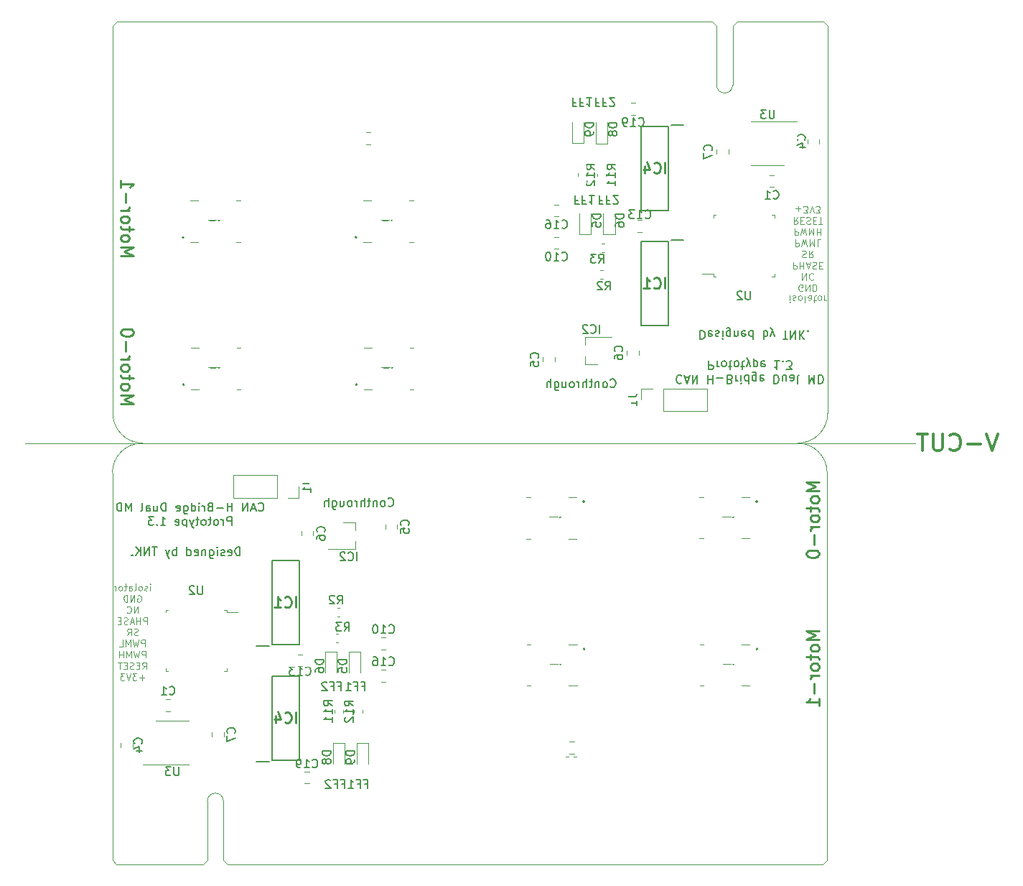
<source format=gbo>
%TF.GenerationSoftware,KiCad,Pcbnew,(5.1.6)-1*%
%TF.CreationDate,2020-06-21T16:42:46+09:00*%
%TF.ProjectId,CAN_Dual_H-Bridge_MD,43414e5f-4475-4616-9c5f-482d42726964,rev?*%
%TF.SameCoordinates,Original*%
%TF.FileFunction,Legend,Bot*%
%TF.FilePolarity,Positive*%
%FSLAX46Y46*%
G04 Gerber Fmt 4.6, Leading zero omitted, Abs format (unit mm)*
G04 Created by KiCad (PCBNEW (5.1.6)-1) date 2020-06-21 16:42:46*
%MOMM*%
%LPD*%
G01*
G04 APERTURE LIST*
%ADD10C,0.300000*%
%ADD11C,0.120000*%
%TA.AperFunction,Profile*%
%ADD12C,0.100000*%
%TD*%
%ADD13C,0.225000*%
%ADD14C,0.150000*%
%ADD15C,0.100000*%
%ADD16C,0.200000*%
%ADD17C,0.254000*%
%ADD18O,2.902000X1.602000*%
%ADD19C,5.202000*%
%ADD20R,2.002000X0.902000*%
%ADD21R,1.102000X0.852000*%
%ADD22R,0.662000X0.852000*%
%ADD23R,1.502000X0.597000*%
%ADD24R,4.382000X2.182000*%
%ADD25R,1.702000X1.702000*%
%ADD26O,1.702000X1.702000*%
%ADD27O,1.802000X1.802000*%
%ADD28R,1.802000X1.802000*%
%ADD29R,1.602000X0.752000*%
%ADD30R,0.802000X4.402000*%
%ADD31R,0.802000X3.302000*%
G04 APERTURE END LIST*
D10*
X204714285Y-93904761D02*
X204047619Y-95904761D01*
X203380952Y-93904761D01*
X202714285Y-95142857D02*
X201190476Y-95142857D01*
X199095238Y-95714285D02*
X199190476Y-95809523D01*
X199476190Y-95904761D01*
X199666666Y-95904761D01*
X199952380Y-95809523D01*
X200142857Y-95619047D01*
X200238095Y-95428571D01*
X200333333Y-95047619D01*
X200333333Y-94761904D01*
X200238095Y-94380952D01*
X200142857Y-94190476D01*
X199952380Y-94000000D01*
X199666666Y-93904761D01*
X199476190Y-93904761D01*
X199190476Y-94000000D01*
X199095238Y-94095238D01*
X198238095Y-93904761D02*
X198238095Y-95523809D01*
X198142857Y-95714285D01*
X198047619Y-95809523D01*
X197857142Y-95904761D01*
X197476190Y-95904761D01*
X197285714Y-95809523D01*
X197190476Y-95714285D01*
X197095238Y-95523809D01*
X197095238Y-93904761D01*
X196428571Y-93904761D02*
X195285714Y-93904761D01*
X195857142Y-95904761D02*
X195857142Y-93904761D01*
D11*
X90000000Y-95000000D02*
X195000000Y-95000000D01*
D12*
X184680000Y-91500000D02*
G75*
G02*
X181180000Y-95000000I-3500000J0D01*
G01*
X100380000Y-91500000D02*
X100380000Y-53750000D01*
X184680000Y-91500000D02*
X184680000Y-53750000D01*
X103880000Y-95000000D02*
G75*
G02*
X100380000Y-91500000I0J3500000D01*
G01*
D13*
X101321428Y-72892857D02*
X102821428Y-72892857D01*
X101750000Y-72392857D01*
X102821428Y-71892857D01*
X101321428Y-71892857D01*
X101321428Y-70964285D02*
X101392857Y-71107142D01*
X101464285Y-71178571D01*
X101607142Y-71250000D01*
X102035714Y-71250000D01*
X102178571Y-71178571D01*
X102250000Y-71107142D01*
X102321428Y-70964285D01*
X102321428Y-70750000D01*
X102250000Y-70607142D01*
X102178571Y-70535714D01*
X102035714Y-70464285D01*
X101607142Y-70464285D01*
X101464285Y-70535714D01*
X101392857Y-70607142D01*
X101321428Y-70750000D01*
X101321428Y-70964285D01*
X102321428Y-70035714D02*
X102321428Y-69464285D01*
X102821428Y-69821428D02*
X101535714Y-69821428D01*
X101392857Y-69750000D01*
X101321428Y-69607142D01*
X101321428Y-69464285D01*
X101321428Y-68750000D02*
X101392857Y-68892857D01*
X101464285Y-68964285D01*
X101607142Y-69035714D01*
X102035714Y-69035714D01*
X102178571Y-68964285D01*
X102250000Y-68892857D01*
X102321428Y-68750000D01*
X102321428Y-68535714D01*
X102250000Y-68392857D01*
X102178571Y-68321428D01*
X102035714Y-68250000D01*
X101607142Y-68250000D01*
X101464285Y-68321428D01*
X101392857Y-68392857D01*
X101321428Y-68535714D01*
X101321428Y-68750000D01*
X101321428Y-67607142D02*
X102321428Y-67607142D01*
X102035714Y-67607142D02*
X102178571Y-67535714D01*
X102250000Y-67464285D01*
X102321428Y-67321428D01*
X102321428Y-67178571D01*
X101892857Y-66678571D02*
X101892857Y-65535714D01*
X101321428Y-64035714D02*
X101321428Y-64892857D01*
X101321428Y-64464285D02*
X102821428Y-64464285D01*
X102607142Y-64607142D01*
X102464285Y-64750000D01*
X102392857Y-64892857D01*
D14*
X158060095Y-66373428D02*
X157726761Y-66373428D01*
X157726761Y-65849619D02*
X157726761Y-66849619D01*
X158202952Y-66849619D01*
X158917238Y-66373428D02*
X158583904Y-66373428D01*
X158583904Y-65849619D02*
X158583904Y-66849619D01*
X159060095Y-66849619D01*
X159393428Y-66754380D02*
X159441047Y-66802000D01*
X159536285Y-66849619D01*
X159774380Y-66849619D01*
X159869619Y-66802000D01*
X159917238Y-66754380D01*
X159964857Y-66659142D01*
X159964857Y-66563904D01*
X159917238Y-66421047D01*
X159345809Y-65849619D01*
X159964857Y-65849619D01*
D13*
X101321428Y-90392857D02*
X102821428Y-90392857D01*
X101750000Y-89892857D01*
X102821428Y-89392857D01*
X101321428Y-89392857D01*
X101321428Y-88464285D02*
X101392857Y-88607142D01*
X101464285Y-88678571D01*
X101607142Y-88750000D01*
X102035714Y-88750000D01*
X102178571Y-88678571D01*
X102250000Y-88607142D01*
X102321428Y-88464285D01*
X102321428Y-88250000D01*
X102250000Y-88107142D01*
X102178571Y-88035714D01*
X102035714Y-87964285D01*
X101607142Y-87964285D01*
X101464285Y-88035714D01*
X101392857Y-88107142D01*
X101321428Y-88250000D01*
X101321428Y-88464285D01*
X102321428Y-87535714D02*
X102321428Y-86964285D01*
X102821428Y-87321428D02*
X101535714Y-87321428D01*
X101392857Y-87250000D01*
X101321428Y-87107142D01*
X101321428Y-86964285D01*
X101321428Y-86250000D02*
X101392857Y-86392857D01*
X101464285Y-86464285D01*
X101607142Y-86535714D01*
X102035714Y-86535714D01*
X102178571Y-86464285D01*
X102250000Y-86392857D01*
X102321428Y-86250000D01*
X102321428Y-86035714D01*
X102250000Y-85892857D01*
X102178571Y-85821428D01*
X102035714Y-85750000D01*
X101607142Y-85750000D01*
X101464285Y-85821428D01*
X101392857Y-85892857D01*
X101321428Y-86035714D01*
X101321428Y-86250000D01*
X101321428Y-85107142D02*
X102321428Y-85107142D01*
X102035714Y-85107142D02*
X102178571Y-85035714D01*
X102250000Y-84964285D01*
X102321428Y-84821428D01*
X102321428Y-84678571D01*
X101892857Y-84178571D02*
X101892857Y-83035714D01*
X102821428Y-82035714D02*
X102821428Y-81892857D01*
X102750000Y-81750000D01*
X102678571Y-81678571D01*
X102535714Y-81607142D01*
X102250000Y-81535714D01*
X101892857Y-81535714D01*
X101607142Y-81607142D01*
X101464285Y-81678571D01*
X101392857Y-81750000D01*
X101321428Y-81892857D01*
X101321428Y-82035714D01*
X101392857Y-82178571D01*
X101464285Y-82250000D01*
X101607142Y-82321428D01*
X101892857Y-82392857D01*
X102250000Y-82392857D01*
X102535714Y-82321428D01*
X102678571Y-82250000D01*
X102750000Y-82178571D01*
X102821428Y-82035714D01*
D11*
X180204761Y-77618095D02*
X180204761Y-78151428D01*
X180204761Y-78418095D02*
X180166666Y-78380000D01*
X180204761Y-78341904D01*
X180242857Y-78380000D01*
X180204761Y-78418095D01*
X180204761Y-78341904D01*
X180547619Y-77656190D02*
X180623809Y-77618095D01*
X180776190Y-77618095D01*
X180852380Y-77656190D01*
X180890476Y-77732380D01*
X180890476Y-77770476D01*
X180852380Y-77846666D01*
X180776190Y-77884761D01*
X180661904Y-77884761D01*
X180585714Y-77922857D01*
X180547619Y-77999047D01*
X180547619Y-78037142D01*
X180585714Y-78113333D01*
X180661904Y-78151428D01*
X180776190Y-78151428D01*
X180852380Y-78113333D01*
X181347619Y-77618095D02*
X181271428Y-77656190D01*
X181233333Y-77694285D01*
X181195238Y-77770476D01*
X181195238Y-77999047D01*
X181233333Y-78075238D01*
X181271428Y-78113333D01*
X181347619Y-78151428D01*
X181461904Y-78151428D01*
X181538095Y-78113333D01*
X181576190Y-78075238D01*
X181614285Y-77999047D01*
X181614285Y-77770476D01*
X181576190Y-77694285D01*
X181538095Y-77656190D01*
X181461904Y-77618095D01*
X181347619Y-77618095D01*
X182071428Y-77618095D02*
X181995238Y-77656190D01*
X181957142Y-77732380D01*
X181957142Y-78418095D01*
X182719047Y-77618095D02*
X182719047Y-78037142D01*
X182680952Y-78113333D01*
X182604761Y-78151428D01*
X182452380Y-78151428D01*
X182376190Y-78113333D01*
X182719047Y-77656190D02*
X182642857Y-77618095D01*
X182452380Y-77618095D01*
X182376190Y-77656190D01*
X182338095Y-77732380D01*
X182338095Y-77808571D01*
X182376190Y-77884761D01*
X182452380Y-77922857D01*
X182642857Y-77922857D01*
X182719047Y-77960952D01*
X182985714Y-78151428D02*
X183290476Y-78151428D01*
X183100000Y-78418095D02*
X183100000Y-77732380D01*
X183138095Y-77656190D01*
X183214285Y-77618095D01*
X183290476Y-77618095D01*
X183671428Y-77618095D02*
X183595238Y-77656190D01*
X183557142Y-77694285D01*
X183519047Y-77770476D01*
X183519047Y-77999047D01*
X183557142Y-78075238D01*
X183595238Y-78113333D01*
X183671428Y-78151428D01*
X183785714Y-78151428D01*
X183861904Y-78113333D01*
X183900000Y-78075238D01*
X183938095Y-77999047D01*
X183938095Y-77770476D01*
X183900000Y-77694285D01*
X183861904Y-77656190D01*
X183785714Y-77618095D01*
X183671428Y-77618095D01*
X184280952Y-77618095D02*
X184280952Y-78151428D01*
X184280952Y-77999047D02*
X184319047Y-78075238D01*
X184357142Y-78113333D01*
X184433333Y-78151428D01*
X184509523Y-78151428D01*
X181690476Y-77060000D02*
X181614285Y-77098095D01*
X181500000Y-77098095D01*
X181385714Y-77060000D01*
X181309523Y-76983809D01*
X181271428Y-76907619D01*
X181233333Y-76755238D01*
X181233333Y-76640952D01*
X181271428Y-76488571D01*
X181309523Y-76412380D01*
X181385714Y-76336190D01*
X181500000Y-76298095D01*
X181576190Y-76298095D01*
X181690476Y-76336190D01*
X181728571Y-76374285D01*
X181728571Y-76640952D01*
X181576190Y-76640952D01*
X182071428Y-76298095D02*
X182071428Y-77098095D01*
X182528571Y-76298095D01*
X182528571Y-77098095D01*
X182909523Y-76298095D02*
X182909523Y-77098095D01*
X183100000Y-77098095D01*
X183214285Y-77060000D01*
X183290476Y-76983809D01*
X183328571Y-76907619D01*
X183366666Y-76755238D01*
X183366666Y-76640952D01*
X183328571Y-76488571D01*
X183290476Y-76412380D01*
X183214285Y-76336190D01*
X183100000Y-76298095D01*
X182909523Y-76298095D01*
X181671428Y-74978095D02*
X181671428Y-75778095D01*
X182128571Y-74978095D01*
X182128571Y-75778095D01*
X182966666Y-75054285D02*
X182928571Y-75016190D01*
X182814285Y-74978095D01*
X182738095Y-74978095D01*
X182623809Y-75016190D01*
X182547619Y-75092380D01*
X182509523Y-75168571D01*
X182471428Y-75320952D01*
X182471428Y-75435238D01*
X182509523Y-75587619D01*
X182547619Y-75663809D01*
X182623809Y-75740000D01*
X182738095Y-75778095D01*
X182814285Y-75778095D01*
X182928571Y-75740000D01*
X182966666Y-75701904D01*
X180585714Y-73658095D02*
X180585714Y-74458095D01*
X180890476Y-74458095D01*
X180966666Y-74420000D01*
X181004761Y-74381904D01*
X181042857Y-74305714D01*
X181042857Y-74191428D01*
X181004761Y-74115238D01*
X180966666Y-74077142D01*
X180890476Y-74039047D01*
X180585714Y-74039047D01*
X181385714Y-73658095D02*
X181385714Y-74458095D01*
X181385714Y-74077142D02*
X181842857Y-74077142D01*
X181842857Y-73658095D02*
X181842857Y-74458095D01*
X182185714Y-73886666D02*
X182566666Y-73886666D01*
X182109523Y-73658095D02*
X182376190Y-74458095D01*
X182642857Y-73658095D01*
X182871428Y-73696190D02*
X182985714Y-73658095D01*
X183176190Y-73658095D01*
X183252380Y-73696190D01*
X183290476Y-73734285D01*
X183328571Y-73810476D01*
X183328571Y-73886666D01*
X183290476Y-73962857D01*
X183252380Y-74000952D01*
X183176190Y-74039047D01*
X183023809Y-74077142D01*
X182947619Y-74115238D01*
X182909523Y-74153333D01*
X182871428Y-74229523D01*
X182871428Y-74305714D01*
X182909523Y-74381904D01*
X182947619Y-74420000D01*
X183023809Y-74458095D01*
X183214285Y-74458095D01*
X183328571Y-74420000D01*
X183671428Y-74077142D02*
X183938095Y-74077142D01*
X184052380Y-73658095D02*
X183671428Y-73658095D01*
X183671428Y-74458095D01*
X184052380Y-74458095D01*
X181671428Y-72376190D02*
X181785714Y-72338095D01*
X181976190Y-72338095D01*
X182052380Y-72376190D01*
X182090476Y-72414285D01*
X182128571Y-72490476D01*
X182128571Y-72566666D01*
X182090476Y-72642857D01*
X182052380Y-72680952D01*
X181976190Y-72719047D01*
X181823809Y-72757142D01*
X181747619Y-72795238D01*
X181709523Y-72833333D01*
X181671428Y-72909523D01*
X181671428Y-72985714D01*
X181709523Y-73061904D01*
X181747619Y-73100000D01*
X181823809Y-73138095D01*
X182014285Y-73138095D01*
X182128571Y-73100000D01*
X182928571Y-72338095D02*
X182661904Y-72719047D01*
X182471428Y-72338095D02*
X182471428Y-73138095D01*
X182776190Y-73138095D01*
X182852380Y-73100000D01*
X182890476Y-73061904D01*
X182928571Y-72985714D01*
X182928571Y-72871428D01*
X182890476Y-72795238D01*
X182852380Y-72757142D01*
X182776190Y-72719047D01*
X182471428Y-72719047D01*
X180852380Y-71018095D02*
X180852380Y-71818095D01*
X181157142Y-71818095D01*
X181233333Y-71780000D01*
X181271428Y-71741904D01*
X181309523Y-71665714D01*
X181309523Y-71551428D01*
X181271428Y-71475238D01*
X181233333Y-71437142D01*
X181157142Y-71399047D01*
X180852380Y-71399047D01*
X181576190Y-71818095D02*
X181766666Y-71018095D01*
X181919047Y-71589523D01*
X182071428Y-71018095D01*
X182261904Y-71818095D01*
X182566666Y-71018095D02*
X182566666Y-71818095D01*
X182833333Y-71246666D01*
X183100000Y-71818095D01*
X183100000Y-71018095D01*
X183861904Y-71018095D02*
X183480952Y-71018095D01*
X183480952Y-71818095D01*
X180757142Y-69698095D02*
X180757142Y-70498095D01*
X181061904Y-70498095D01*
X181138095Y-70460000D01*
X181176190Y-70421904D01*
X181214285Y-70345714D01*
X181214285Y-70231428D01*
X181176190Y-70155238D01*
X181138095Y-70117142D01*
X181061904Y-70079047D01*
X180757142Y-70079047D01*
X181480952Y-70498095D02*
X181671428Y-69698095D01*
X181823809Y-70269523D01*
X181976190Y-69698095D01*
X182166666Y-70498095D01*
X182471428Y-69698095D02*
X182471428Y-70498095D01*
X182738095Y-69926666D01*
X183004761Y-70498095D01*
X183004761Y-69698095D01*
X183385714Y-69698095D02*
X183385714Y-70498095D01*
X183385714Y-70117142D02*
X183842857Y-70117142D01*
X183842857Y-69698095D02*
X183842857Y-70498095D01*
X181138095Y-68378095D02*
X180871428Y-68759047D01*
X180680952Y-68378095D02*
X180680952Y-69178095D01*
X180985714Y-69178095D01*
X181061904Y-69140000D01*
X181100000Y-69101904D01*
X181138095Y-69025714D01*
X181138095Y-68911428D01*
X181100000Y-68835238D01*
X181061904Y-68797142D01*
X180985714Y-68759047D01*
X180680952Y-68759047D01*
X181480952Y-68797142D02*
X181747619Y-68797142D01*
X181861904Y-68378095D02*
X181480952Y-68378095D01*
X181480952Y-69178095D01*
X181861904Y-69178095D01*
X182166666Y-68416190D02*
X182280952Y-68378095D01*
X182471428Y-68378095D01*
X182547619Y-68416190D01*
X182585714Y-68454285D01*
X182623809Y-68530476D01*
X182623809Y-68606666D01*
X182585714Y-68682857D01*
X182547619Y-68720952D01*
X182471428Y-68759047D01*
X182319047Y-68797142D01*
X182242857Y-68835238D01*
X182204761Y-68873333D01*
X182166666Y-68949523D01*
X182166666Y-69025714D01*
X182204761Y-69101904D01*
X182242857Y-69140000D01*
X182319047Y-69178095D01*
X182509523Y-69178095D01*
X182623809Y-69140000D01*
X182966666Y-68797142D02*
X183233333Y-68797142D01*
X183347619Y-68378095D02*
X182966666Y-68378095D01*
X182966666Y-69178095D01*
X183347619Y-69178095D01*
X183576190Y-69178095D02*
X184033333Y-69178095D01*
X183804761Y-68378095D02*
X183804761Y-69178095D01*
X180890476Y-67362857D02*
X181500000Y-67362857D01*
X181195238Y-67058095D02*
X181195238Y-67667619D01*
X181804761Y-67858095D02*
X182300000Y-67858095D01*
X182033333Y-67553333D01*
X182147619Y-67553333D01*
X182223809Y-67515238D01*
X182261904Y-67477142D01*
X182300000Y-67400952D01*
X182300000Y-67210476D01*
X182261904Y-67134285D01*
X182223809Y-67096190D01*
X182147619Y-67058095D01*
X181919047Y-67058095D01*
X181842857Y-67096190D01*
X181804761Y-67134285D01*
X182528571Y-67858095D02*
X182795238Y-67058095D01*
X183061904Y-67858095D01*
X183252380Y-67858095D02*
X183747619Y-67858095D01*
X183480952Y-67553333D01*
X183595238Y-67553333D01*
X183671428Y-67515238D01*
X183709523Y-67477142D01*
X183747619Y-67400952D01*
X183747619Y-67210476D01*
X183709523Y-67134285D01*
X183671428Y-67096190D01*
X183595238Y-67058095D01*
X183366666Y-67058095D01*
X183290476Y-67096190D01*
X183252380Y-67134285D01*
D14*
X167452380Y-87067857D02*
X167404761Y-87020238D01*
X167261904Y-86972619D01*
X167166666Y-86972619D01*
X167023809Y-87020238D01*
X166928571Y-87115476D01*
X166880952Y-87210714D01*
X166833333Y-87401190D01*
X166833333Y-87544047D01*
X166880952Y-87734523D01*
X166928571Y-87829761D01*
X167023809Y-87925000D01*
X167166666Y-87972619D01*
X167261904Y-87972619D01*
X167404761Y-87925000D01*
X167452380Y-87877380D01*
X167833333Y-87258333D02*
X168309523Y-87258333D01*
X167738095Y-86972619D02*
X168071428Y-87972619D01*
X168404761Y-86972619D01*
X168738095Y-86972619D02*
X168738095Y-87972619D01*
X169309523Y-86972619D01*
X169309523Y-87972619D01*
X170547619Y-86972619D02*
X170547619Y-87972619D01*
X170547619Y-87496428D02*
X171119047Y-87496428D01*
X171119047Y-86972619D02*
X171119047Y-87972619D01*
X171595238Y-87353571D02*
X172357142Y-87353571D01*
X173166666Y-87496428D02*
X173309523Y-87448809D01*
X173357142Y-87401190D01*
X173404761Y-87305952D01*
X173404761Y-87163095D01*
X173357142Y-87067857D01*
X173309523Y-87020238D01*
X173214285Y-86972619D01*
X172833333Y-86972619D01*
X172833333Y-87972619D01*
X173166666Y-87972619D01*
X173261904Y-87925000D01*
X173309523Y-87877380D01*
X173357142Y-87782142D01*
X173357142Y-87686904D01*
X173309523Y-87591666D01*
X173261904Y-87544047D01*
X173166666Y-87496428D01*
X172833333Y-87496428D01*
X173833333Y-86972619D02*
X173833333Y-87639285D01*
X173833333Y-87448809D02*
X173880952Y-87544047D01*
X173928571Y-87591666D01*
X174023809Y-87639285D01*
X174119047Y-87639285D01*
X174452380Y-86972619D02*
X174452380Y-87639285D01*
X174452380Y-87972619D02*
X174404761Y-87925000D01*
X174452380Y-87877380D01*
X174500000Y-87925000D01*
X174452380Y-87972619D01*
X174452380Y-87877380D01*
X175357142Y-86972619D02*
X175357142Y-87972619D01*
X175357142Y-87020238D02*
X175261904Y-86972619D01*
X175071428Y-86972619D01*
X174976190Y-87020238D01*
X174928571Y-87067857D01*
X174880952Y-87163095D01*
X174880952Y-87448809D01*
X174928571Y-87544047D01*
X174976190Y-87591666D01*
X175071428Y-87639285D01*
X175261904Y-87639285D01*
X175357142Y-87591666D01*
X176261904Y-87639285D02*
X176261904Y-86829761D01*
X176214285Y-86734523D01*
X176166666Y-86686904D01*
X176071428Y-86639285D01*
X175928571Y-86639285D01*
X175833333Y-86686904D01*
X176261904Y-87020238D02*
X176166666Y-86972619D01*
X175976190Y-86972619D01*
X175880952Y-87020238D01*
X175833333Y-87067857D01*
X175785714Y-87163095D01*
X175785714Y-87448809D01*
X175833333Y-87544047D01*
X175880952Y-87591666D01*
X175976190Y-87639285D01*
X176166666Y-87639285D01*
X176261904Y-87591666D01*
X177119047Y-87020238D02*
X177023809Y-86972619D01*
X176833333Y-86972619D01*
X176738095Y-87020238D01*
X176690476Y-87115476D01*
X176690476Y-87496428D01*
X176738095Y-87591666D01*
X176833333Y-87639285D01*
X177023809Y-87639285D01*
X177119047Y-87591666D01*
X177166666Y-87496428D01*
X177166666Y-87401190D01*
X176690476Y-87305952D01*
X178357142Y-86972619D02*
X178357142Y-87972619D01*
X178595238Y-87972619D01*
X178738095Y-87925000D01*
X178833333Y-87829761D01*
X178880952Y-87734523D01*
X178928571Y-87544047D01*
X178928571Y-87401190D01*
X178880952Y-87210714D01*
X178833333Y-87115476D01*
X178738095Y-87020238D01*
X178595238Y-86972619D01*
X178357142Y-86972619D01*
X179785714Y-87639285D02*
X179785714Y-86972619D01*
X179357142Y-87639285D02*
X179357142Y-87115476D01*
X179404761Y-87020238D01*
X179500000Y-86972619D01*
X179642857Y-86972619D01*
X179738095Y-87020238D01*
X179785714Y-87067857D01*
X180690476Y-86972619D02*
X180690476Y-87496428D01*
X180642857Y-87591666D01*
X180547619Y-87639285D01*
X180357142Y-87639285D01*
X180261904Y-87591666D01*
X180690476Y-87020238D02*
X180595238Y-86972619D01*
X180357142Y-86972619D01*
X180261904Y-87020238D01*
X180214285Y-87115476D01*
X180214285Y-87210714D01*
X180261904Y-87305952D01*
X180357142Y-87353571D01*
X180595238Y-87353571D01*
X180690476Y-87401190D01*
X181309523Y-86972619D02*
X181214285Y-87020238D01*
X181166666Y-87115476D01*
X181166666Y-87972619D01*
X182452380Y-86972619D02*
X182452380Y-87972619D01*
X182785714Y-87258333D01*
X183119047Y-87972619D01*
X183119047Y-86972619D01*
X183595238Y-86972619D02*
X183595238Y-87972619D01*
X183833333Y-87972619D01*
X183976190Y-87925000D01*
X184071428Y-87829761D01*
X184119047Y-87734523D01*
X184166666Y-87544047D01*
X184166666Y-87401190D01*
X184119047Y-87210714D01*
X184071428Y-87115476D01*
X183976190Y-87020238D01*
X183833333Y-86972619D01*
X183595238Y-86972619D01*
X170619047Y-85322619D02*
X170619047Y-86322619D01*
X171000000Y-86322619D01*
X171095238Y-86275000D01*
X171142857Y-86227380D01*
X171190476Y-86132142D01*
X171190476Y-85989285D01*
X171142857Y-85894047D01*
X171095238Y-85846428D01*
X171000000Y-85798809D01*
X170619047Y-85798809D01*
X171619047Y-85322619D02*
X171619047Y-85989285D01*
X171619047Y-85798809D02*
X171666666Y-85894047D01*
X171714285Y-85941666D01*
X171809523Y-85989285D01*
X171904761Y-85989285D01*
X172380952Y-85322619D02*
X172285714Y-85370238D01*
X172238095Y-85417857D01*
X172190476Y-85513095D01*
X172190476Y-85798809D01*
X172238095Y-85894047D01*
X172285714Y-85941666D01*
X172380952Y-85989285D01*
X172523809Y-85989285D01*
X172619047Y-85941666D01*
X172666666Y-85894047D01*
X172714285Y-85798809D01*
X172714285Y-85513095D01*
X172666666Y-85417857D01*
X172619047Y-85370238D01*
X172523809Y-85322619D01*
X172380952Y-85322619D01*
X173000000Y-85989285D02*
X173380952Y-85989285D01*
X173142857Y-86322619D02*
X173142857Y-85465476D01*
X173190476Y-85370238D01*
X173285714Y-85322619D01*
X173380952Y-85322619D01*
X173857142Y-85322619D02*
X173761904Y-85370238D01*
X173714285Y-85417857D01*
X173666666Y-85513095D01*
X173666666Y-85798809D01*
X173714285Y-85894047D01*
X173761904Y-85941666D01*
X173857142Y-85989285D01*
X174000000Y-85989285D01*
X174095238Y-85941666D01*
X174142857Y-85894047D01*
X174190476Y-85798809D01*
X174190476Y-85513095D01*
X174142857Y-85417857D01*
X174095238Y-85370238D01*
X174000000Y-85322619D01*
X173857142Y-85322619D01*
X174476190Y-85989285D02*
X174857142Y-85989285D01*
X174619047Y-86322619D02*
X174619047Y-85465476D01*
X174666666Y-85370238D01*
X174761904Y-85322619D01*
X174857142Y-85322619D01*
X175095238Y-85989285D02*
X175333333Y-85322619D01*
X175571428Y-85989285D02*
X175333333Y-85322619D01*
X175238095Y-85084523D01*
X175190476Y-85036904D01*
X175095238Y-84989285D01*
X175952380Y-85989285D02*
X175952380Y-84989285D01*
X175952380Y-85941666D02*
X176047619Y-85989285D01*
X176238095Y-85989285D01*
X176333333Y-85941666D01*
X176380952Y-85894047D01*
X176428571Y-85798809D01*
X176428571Y-85513095D01*
X176380952Y-85417857D01*
X176333333Y-85370238D01*
X176238095Y-85322619D01*
X176047619Y-85322619D01*
X175952380Y-85370238D01*
X177238095Y-85370238D02*
X177142857Y-85322619D01*
X176952380Y-85322619D01*
X176857142Y-85370238D01*
X176809523Y-85465476D01*
X176809523Y-85846428D01*
X176857142Y-85941666D01*
X176952380Y-85989285D01*
X177142857Y-85989285D01*
X177238095Y-85941666D01*
X177285714Y-85846428D01*
X177285714Y-85751190D01*
X176809523Y-85655952D01*
X179000000Y-85322619D02*
X178428571Y-85322619D01*
X178714285Y-85322619D02*
X178714285Y-86322619D01*
X178619047Y-86179761D01*
X178523809Y-86084523D01*
X178428571Y-86036904D01*
X179428571Y-85417857D02*
X179476190Y-85370238D01*
X179428571Y-85322619D01*
X179380952Y-85370238D01*
X179428571Y-85417857D01*
X179428571Y-85322619D01*
X179809523Y-86322619D02*
X180428571Y-86322619D01*
X180095238Y-85941666D01*
X180238095Y-85941666D01*
X180333333Y-85894047D01*
X180380952Y-85846428D01*
X180428571Y-85751190D01*
X180428571Y-85513095D01*
X180380952Y-85417857D01*
X180333333Y-85370238D01*
X180238095Y-85322619D01*
X179952380Y-85322619D01*
X179857142Y-85370238D01*
X179809523Y-85417857D01*
X154938095Y-54871428D02*
X154604761Y-54871428D01*
X154604761Y-54347619D02*
X154604761Y-55347619D01*
X155080952Y-55347619D01*
X155795238Y-54871428D02*
X155461904Y-54871428D01*
X155461904Y-54347619D02*
X155461904Y-55347619D01*
X155938095Y-55347619D01*
X156842857Y-54347619D02*
X156271428Y-54347619D01*
X156557142Y-54347619D02*
X156557142Y-55347619D01*
X156461904Y-55204761D01*
X156366666Y-55109523D01*
X156271428Y-55061904D01*
X157638095Y-54871428D02*
X157304761Y-54871428D01*
X157304761Y-54347619D02*
X157304761Y-55347619D01*
X157780952Y-55347619D01*
X158495238Y-54871428D02*
X158161904Y-54871428D01*
X158161904Y-54347619D02*
X158161904Y-55347619D01*
X158638095Y-55347619D01*
X158971428Y-55252380D02*
X159019047Y-55300000D01*
X159114285Y-55347619D01*
X159352380Y-55347619D01*
X159447619Y-55300000D01*
X159495238Y-55252380D01*
X159542857Y-55157142D01*
X159542857Y-55061904D01*
X159495238Y-54919047D01*
X158923809Y-54347619D01*
X159542857Y-54347619D01*
X155238095Y-66373428D02*
X154904761Y-66373428D01*
X154904761Y-65849619D02*
X154904761Y-66849619D01*
X155380952Y-66849619D01*
X156095238Y-66373428D02*
X155761904Y-66373428D01*
X155761904Y-65849619D02*
X155761904Y-66849619D01*
X156238095Y-66849619D01*
X157142857Y-65849619D02*
X156571428Y-65849619D01*
X156857142Y-65849619D02*
X156857142Y-66849619D01*
X156761904Y-66706761D01*
X156666666Y-66611523D01*
X156571428Y-66563904D01*
X169642857Y-81747619D02*
X169642857Y-82747619D01*
X169880952Y-82747619D01*
X170023809Y-82700000D01*
X170119047Y-82604761D01*
X170166666Y-82509523D01*
X170214285Y-82319047D01*
X170214285Y-82176190D01*
X170166666Y-81985714D01*
X170119047Y-81890476D01*
X170023809Y-81795238D01*
X169880952Y-81747619D01*
X169642857Y-81747619D01*
X171023809Y-81795238D02*
X170928571Y-81747619D01*
X170738095Y-81747619D01*
X170642857Y-81795238D01*
X170595238Y-81890476D01*
X170595238Y-82271428D01*
X170642857Y-82366666D01*
X170738095Y-82414285D01*
X170928571Y-82414285D01*
X171023809Y-82366666D01*
X171071428Y-82271428D01*
X171071428Y-82176190D01*
X170595238Y-82080952D01*
X171452380Y-81795238D02*
X171547619Y-81747619D01*
X171738095Y-81747619D01*
X171833333Y-81795238D01*
X171880952Y-81890476D01*
X171880952Y-81938095D01*
X171833333Y-82033333D01*
X171738095Y-82080952D01*
X171595238Y-82080952D01*
X171500000Y-82128571D01*
X171452380Y-82223809D01*
X171452380Y-82271428D01*
X171500000Y-82366666D01*
X171595238Y-82414285D01*
X171738095Y-82414285D01*
X171833333Y-82366666D01*
X172309523Y-81747619D02*
X172309523Y-82414285D01*
X172309523Y-82747619D02*
X172261904Y-82700000D01*
X172309523Y-82652380D01*
X172357142Y-82700000D01*
X172309523Y-82747619D01*
X172309523Y-82652380D01*
X173214285Y-82414285D02*
X173214285Y-81604761D01*
X173166666Y-81509523D01*
X173119047Y-81461904D01*
X173023809Y-81414285D01*
X172880952Y-81414285D01*
X172785714Y-81461904D01*
X173214285Y-81795238D02*
X173119047Y-81747619D01*
X172928571Y-81747619D01*
X172833333Y-81795238D01*
X172785714Y-81842857D01*
X172738095Y-81938095D01*
X172738095Y-82223809D01*
X172785714Y-82319047D01*
X172833333Y-82366666D01*
X172928571Y-82414285D01*
X173119047Y-82414285D01*
X173214285Y-82366666D01*
X173690476Y-82414285D02*
X173690476Y-81747619D01*
X173690476Y-82319047D02*
X173738095Y-82366666D01*
X173833333Y-82414285D01*
X173976190Y-82414285D01*
X174071428Y-82366666D01*
X174119047Y-82271428D01*
X174119047Y-81747619D01*
X174976190Y-81795238D02*
X174880952Y-81747619D01*
X174690476Y-81747619D01*
X174595238Y-81795238D01*
X174547619Y-81890476D01*
X174547619Y-82271428D01*
X174595238Y-82366666D01*
X174690476Y-82414285D01*
X174880952Y-82414285D01*
X174976190Y-82366666D01*
X175023809Y-82271428D01*
X175023809Y-82176190D01*
X174547619Y-82080952D01*
X175880952Y-81747619D02*
X175880952Y-82747619D01*
X175880952Y-81795238D02*
X175785714Y-81747619D01*
X175595238Y-81747619D01*
X175500000Y-81795238D01*
X175452380Y-81842857D01*
X175404761Y-81938095D01*
X175404761Y-82223809D01*
X175452380Y-82319047D01*
X175500000Y-82366666D01*
X175595238Y-82414285D01*
X175785714Y-82414285D01*
X175880952Y-82366666D01*
X177119047Y-81747619D02*
X177119047Y-82747619D01*
X177119047Y-82366666D02*
X177214285Y-82414285D01*
X177404761Y-82414285D01*
X177500000Y-82366666D01*
X177547619Y-82319047D01*
X177595238Y-82223809D01*
X177595238Y-81938095D01*
X177547619Y-81842857D01*
X177500000Y-81795238D01*
X177404761Y-81747619D01*
X177214285Y-81747619D01*
X177119047Y-81795238D01*
X177928571Y-82414285D02*
X178166666Y-81747619D01*
X178404761Y-82414285D02*
X178166666Y-81747619D01*
X178071428Y-81509523D01*
X178023809Y-81461904D01*
X177928571Y-81414285D01*
X179404761Y-82747619D02*
X179976190Y-82747619D01*
X179690476Y-81747619D02*
X179690476Y-82747619D01*
X180309523Y-81747619D02*
X180309523Y-82747619D01*
X180880952Y-81747619D01*
X180880952Y-82747619D01*
X181357142Y-81747619D02*
X181357142Y-82747619D01*
X181928571Y-81747619D02*
X181500000Y-82319047D01*
X181928571Y-82747619D02*
X181357142Y-82176190D01*
X182357142Y-81842857D02*
X182404761Y-81795238D01*
X182357142Y-81747619D01*
X182309523Y-81795238D01*
X182357142Y-81842857D01*
X182357142Y-81747619D01*
D11*
X104795238Y-112381904D02*
X104795238Y-111848571D01*
X104795238Y-111581904D02*
X104833333Y-111620000D01*
X104795238Y-111658095D01*
X104757142Y-111620000D01*
X104795238Y-111581904D01*
X104795238Y-111658095D01*
X104452380Y-112343809D02*
X104376190Y-112381904D01*
X104223809Y-112381904D01*
X104147619Y-112343809D01*
X104109523Y-112267619D01*
X104109523Y-112229523D01*
X104147619Y-112153333D01*
X104223809Y-112115238D01*
X104338095Y-112115238D01*
X104414285Y-112077142D01*
X104452380Y-112000952D01*
X104452380Y-111962857D01*
X104414285Y-111886666D01*
X104338095Y-111848571D01*
X104223809Y-111848571D01*
X104147619Y-111886666D01*
X103652380Y-112381904D02*
X103728571Y-112343809D01*
X103766666Y-112305714D01*
X103804761Y-112229523D01*
X103804761Y-112000952D01*
X103766666Y-111924761D01*
X103728571Y-111886666D01*
X103652380Y-111848571D01*
X103538095Y-111848571D01*
X103461904Y-111886666D01*
X103423809Y-111924761D01*
X103385714Y-112000952D01*
X103385714Y-112229523D01*
X103423809Y-112305714D01*
X103461904Y-112343809D01*
X103538095Y-112381904D01*
X103652380Y-112381904D01*
X102928571Y-112381904D02*
X103004761Y-112343809D01*
X103042857Y-112267619D01*
X103042857Y-111581904D01*
X102280952Y-112381904D02*
X102280952Y-111962857D01*
X102319047Y-111886666D01*
X102395238Y-111848571D01*
X102547619Y-111848571D01*
X102623809Y-111886666D01*
X102280952Y-112343809D02*
X102357142Y-112381904D01*
X102547619Y-112381904D01*
X102623809Y-112343809D01*
X102661904Y-112267619D01*
X102661904Y-112191428D01*
X102623809Y-112115238D01*
X102547619Y-112077142D01*
X102357142Y-112077142D01*
X102280952Y-112039047D01*
X102014285Y-111848571D02*
X101709523Y-111848571D01*
X101900000Y-111581904D02*
X101900000Y-112267619D01*
X101861904Y-112343809D01*
X101785714Y-112381904D01*
X101709523Y-112381904D01*
X101328571Y-112381904D02*
X101404761Y-112343809D01*
X101442857Y-112305714D01*
X101480952Y-112229523D01*
X101480952Y-112000952D01*
X101442857Y-111924761D01*
X101404761Y-111886666D01*
X101328571Y-111848571D01*
X101214285Y-111848571D01*
X101138095Y-111886666D01*
X101100000Y-111924761D01*
X101061904Y-112000952D01*
X101061904Y-112229523D01*
X101100000Y-112305714D01*
X101138095Y-112343809D01*
X101214285Y-112381904D01*
X101328571Y-112381904D01*
X100719047Y-112381904D02*
X100719047Y-111848571D01*
X100719047Y-112000952D02*
X100680952Y-111924761D01*
X100642857Y-111886666D01*
X100566666Y-111848571D01*
X100490476Y-111848571D01*
X103309523Y-112940000D02*
X103385714Y-112901904D01*
X103500000Y-112901904D01*
X103614285Y-112940000D01*
X103690476Y-113016190D01*
X103728571Y-113092380D01*
X103766666Y-113244761D01*
X103766666Y-113359047D01*
X103728571Y-113511428D01*
X103690476Y-113587619D01*
X103614285Y-113663809D01*
X103500000Y-113701904D01*
X103423809Y-113701904D01*
X103309523Y-113663809D01*
X103271428Y-113625714D01*
X103271428Y-113359047D01*
X103423809Y-113359047D01*
X102928571Y-113701904D02*
X102928571Y-112901904D01*
X102471428Y-113701904D01*
X102471428Y-112901904D01*
X102090476Y-113701904D02*
X102090476Y-112901904D01*
X101900000Y-112901904D01*
X101785714Y-112940000D01*
X101709523Y-113016190D01*
X101671428Y-113092380D01*
X101633333Y-113244761D01*
X101633333Y-113359047D01*
X101671428Y-113511428D01*
X101709523Y-113587619D01*
X101785714Y-113663809D01*
X101900000Y-113701904D01*
X102090476Y-113701904D01*
X103328571Y-115021904D02*
X103328571Y-114221904D01*
X102871428Y-115021904D01*
X102871428Y-114221904D01*
X102033333Y-114945714D02*
X102071428Y-114983809D01*
X102185714Y-115021904D01*
X102261904Y-115021904D01*
X102376190Y-114983809D01*
X102452380Y-114907619D01*
X102490476Y-114831428D01*
X102528571Y-114679047D01*
X102528571Y-114564761D01*
X102490476Y-114412380D01*
X102452380Y-114336190D01*
X102376190Y-114260000D01*
X102261904Y-114221904D01*
X102185714Y-114221904D01*
X102071428Y-114260000D01*
X102033333Y-114298095D01*
X104414285Y-116341904D02*
X104414285Y-115541904D01*
X104109523Y-115541904D01*
X104033333Y-115580000D01*
X103995238Y-115618095D01*
X103957142Y-115694285D01*
X103957142Y-115808571D01*
X103995238Y-115884761D01*
X104033333Y-115922857D01*
X104109523Y-115960952D01*
X104414285Y-115960952D01*
X103614285Y-116341904D02*
X103614285Y-115541904D01*
X103614285Y-115922857D02*
X103157142Y-115922857D01*
X103157142Y-116341904D02*
X103157142Y-115541904D01*
X102814285Y-116113333D02*
X102433333Y-116113333D01*
X102890476Y-116341904D02*
X102623809Y-115541904D01*
X102357142Y-116341904D01*
X102128571Y-116303809D02*
X102014285Y-116341904D01*
X101823809Y-116341904D01*
X101747619Y-116303809D01*
X101709523Y-116265714D01*
X101671428Y-116189523D01*
X101671428Y-116113333D01*
X101709523Y-116037142D01*
X101747619Y-115999047D01*
X101823809Y-115960952D01*
X101976190Y-115922857D01*
X102052380Y-115884761D01*
X102090476Y-115846666D01*
X102128571Y-115770476D01*
X102128571Y-115694285D01*
X102090476Y-115618095D01*
X102052380Y-115580000D01*
X101976190Y-115541904D01*
X101785714Y-115541904D01*
X101671428Y-115580000D01*
X101328571Y-115922857D02*
X101061904Y-115922857D01*
X100947619Y-116341904D02*
X101328571Y-116341904D01*
X101328571Y-115541904D01*
X100947619Y-115541904D01*
X103328571Y-117623809D02*
X103214285Y-117661904D01*
X103023809Y-117661904D01*
X102947619Y-117623809D01*
X102909523Y-117585714D01*
X102871428Y-117509523D01*
X102871428Y-117433333D01*
X102909523Y-117357142D01*
X102947619Y-117319047D01*
X103023809Y-117280952D01*
X103176190Y-117242857D01*
X103252380Y-117204761D01*
X103290476Y-117166666D01*
X103328571Y-117090476D01*
X103328571Y-117014285D01*
X103290476Y-116938095D01*
X103252380Y-116900000D01*
X103176190Y-116861904D01*
X102985714Y-116861904D01*
X102871428Y-116900000D01*
X102071428Y-117661904D02*
X102338095Y-117280952D01*
X102528571Y-117661904D02*
X102528571Y-116861904D01*
X102223809Y-116861904D01*
X102147619Y-116900000D01*
X102109523Y-116938095D01*
X102071428Y-117014285D01*
X102071428Y-117128571D01*
X102109523Y-117204761D01*
X102147619Y-117242857D01*
X102223809Y-117280952D01*
X102528571Y-117280952D01*
X104147619Y-118981904D02*
X104147619Y-118181904D01*
X103842857Y-118181904D01*
X103766666Y-118220000D01*
X103728571Y-118258095D01*
X103690476Y-118334285D01*
X103690476Y-118448571D01*
X103728571Y-118524761D01*
X103766666Y-118562857D01*
X103842857Y-118600952D01*
X104147619Y-118600952D01*
X103423809Y-118181904D02*
X103233333Y-118981904D01*
X103080952Y-118410476D01*
X102928571Y-118981904D01*
X102738095Y-118181904D01*
X102433333Y-118981904D02*
X102433333Y-118181904D01*
X102166666Y-118753333D01*
X101900000Y-118181904D01*
X101900000Y-118981904D01*
X101138095Y-118981904D02*
X101519047Y-118981904D01*
X101519047Y-118181904D01*
X104242857Y-120301904D02*
X104242857Y-119501904D01*
X103938095Y-119501904D01*
X103861904Y-119540000D01*
X103823809Y-119578095D01*
X103785714Y-119654285D01*
X103785714Y-119768571D01*
X103823809Y-119844761D01*
X103861904Y-119882857D01*
X103938095Y-119920952D01*
X104242857Y-119920952D01*
X103519047Y-119501904D02*
X103328571Y-120301904D01*
X103176190Y-119730476D01*
X103023809Y-120301904D01*
X102833333Y-119501904D01*
X102528571Y-120301904D02*
X102528571Y-119501904D01*
X102261904Y-120073333D01*
X101995238Y-119501904D01*
X101995238Y-120301904D01*
X101614285Y-120301904D02*
X101614285Y-119501904D01*
X101614285Y-119882857D02*
X101157142Y-119882857D01*
X101157142Y-120301904D02*
X101157142Y-119501904D01*
X103861904Y-121621904D02*
X104128571Y-121240952D01*
X104319047Y-121621904D02*
X104319047Y-120821904D01*
X104014285Y-120821904D01*
X103938095Y-120860000D01*
X103900000Y-120898095D01*
X103861904Y-120974285D01*
X103861904Y-121088571D01*
X103900000Y-121164761D01*
X103938095Y-121202857D01*
X104014285Y-121240952D01*
X104319047Y-121240952D01*
X103519047Y-121202857D02*
X103252380Y-121202857D01*
X103138095Y-121621904D02*
X103519047Y-121621904D01*
X103519047Y-120821904D01*
X103138095Y-120821904D01*
X102833333Y-121583809D02*
X102719047Y-121621904D01*
X102528571Y-121621904D01*
X102452380Y-121583809D01*
X102414285Y-121545714D01*
X102376190Y-121469523D01*
X102376190Y-121393333D01*
X102414285Y-121317142D01*
X102452380Y-121279047D01*
X102528571Y-121240952D01*
X102680952Y-121202857D01*
X102757142Y-121164761D01*
X102795238Y-121126666D01*
X102833333Y-121050476D01*
X102833333Y-120974285D01*
X102795238Y-120898095D01*
X102757142Y-120860000D01*
X102680952Y-120821904D01*
X102490476Y-120821904D01*
X102376190Y-120860000D01*
X102033333Y-121202857D02*
X101766666Y-121202857D01*
X101652380Y-121621904D02*
X102033333Y-121621904D01*
X102033333Y-120821904D01*
X101652380Y-120821904D01*
X101423809Y-120821904D02*
X100966666Y-120821904D01*
X101195238Y-121621904D02*
X101195238Y-120821904D01*
X104109523Y-122637142D02*
X103500000Y-122637142D01*
X103804761Y-122941904D02*
X103804761Y-122332380D01*
X103195238Y-122141904D02*
X102700000Y-122141904D01*
X102966666Y-122446666D01*
X102852380Y-122446666D01*
X102776190Y-122484761D01*
X102738095Y-122522857D01*
X102700000Y-122599047D01*
X102700000Y-122789523D01*
X102738095Y-122865714D01*
X102776190Y-122903809D01*
X102852380Y-122941904D01*
X103080952Y-122941904D01*
X103157142Y-122903809D01*
X103195238Y-122865714D01*
X102471428Y-122141904D02*
X102204761Y-122941904D01*
X101938095Y-122141904D01*
X101747619Y-122141904D02*
X101252380Y-122141904D01*
X101519047Y-122446666D01*
X101404761Y-122446666D01*
X101328571Y-122484761D01*
X101290476Y-122522857D01*
X101252380Y-122599047D01*
X101252380Y-122789523D01*
X101290476Y-122865714D01*
X101328571Y-122903809D01*
X101404761Y-122941904D01*
X101633333Y-122941904D01*
X101709523Y-122903809D01*
X101747619Y-122865714D01*
D14*
X115357142Y-108252380D02*
X115357142Y-107252380D01*
X115119047Y-107252380D01*
X114976190Y-107300000D01*
X114880952Y-107395238D01*
X114833333Y-107490476D01*
X114785714Y-107680952D01*
X114785714Y-107823809D01*
X114833333Y-108014285D01*
X114880952Y-108109523D01*
X114976190Y-108204761D01*
X115119047Y-108252380D01*
X115357142Y-108252380D01*
X113976190Y-108204761D02*
X114071428Y-108252380D01*
X114261904Y-108252380D01*
X114357142Y-108204761D01*
X114404761Y-108109523D01*
X114404761Y-107728571D01*
X114357142Y-107633333D01*
X114261904Y-107585714D01*
X114071428Y-107585714D01*
X113976190Y-107633333D01*
X113928571Y-107728571D01*
X113928571Y-107823809D01*
X114404761Y-107919047D01*
X113547619Y-108204761D02*
X113452380Y-108252380D01*
X113261904Y-108252380D01*
X113166666Y-108204761D01*
X113119047Y-108109523D01*
X113119047Y-108061904D01*
X113166666Y-107966666D01*
X113261904Y-107919047D01*
X113404761Y-107919047D01*
X113500000Y-107871428D01*
X113547619Y-107776190D01*
X113547619Y-107728571D01*
X113500000Y-107633333D01*
X113404761Y-107585714D01*
X113261904Y-107585714D01*
X113166666Y-107633333D01*
X112690476Y-108252380D02*
X112690476Y-107585714D01*
X112690476Y-107252380D02*
X112738095Y-107300000D01*
X112690476Y-107347619D01*
X112642857Y-107300000D01*
X112690476Y-107252380D01*
X112690476Y-107347619D01*
X111785714Y-107585714D02*
X111785714Y-108395238D01*
X111833333Y-108490476D01*
X111880952Y-108538095D01*
X111976190Y-108585714D01*
X112119047Y-108585714D01*
X112214285Y-108538095D01*
X111785714Y-108204761D02*
X111880952Y-108252380D01*
X112071428Y-108252380D01*
X112166666Y-108204761D01*
X112214285Y-108157142D01*
X112261904Y-108061904D01*
X112261904Y-107776190D01*
X112214285Y-107680952D01*
X112166666Y-107633333D01*
X112071428Y-107585714D01*
X111880952Y-107585714D01*
X111785714Y-107633333D01*
X111309523Y-107585714D02*
X111309523Y-108252380D01*
X111309523Y-107680952D02*
X111261904Y-107633333D01*
X111166666Y-107585714D01*
X111023809Y-107585714D01*
X110928571Y-107633333D01*
X110880952Y-107728571D01*
X110880952Y-108252380D01*
X110023809Y-108204761D02*
X110119047Y-108252380D01*
X110309523Y-108252380D01*
X110404761Y-108204761D01*
X110452380Y-108109523D01*
X110452380Y-107728571D01*
X110404761Y-107633333D01*
X110309523Y-107585714D01*
X110119047Y-107585714D01*
X110023809Y-107633333D01*
X109976190Y-107728571D01*
X109976190Y-107823809D01*
X110452380Y-107919047D01*
X109119047Y-108252380D02*
X109119047Y-107252380D01*
X109119047Y-108204761D02*
X109214285Y-108252380D01*
X109404761Y-108252380D01*
X109500000Y-108204761D01*
X109547619Y-108157142D01*
X109595238Y-108061904D01*
X109595238Y-107776190D01*
X109547619Y-107680952D01*
X109500000Y-107633333D01*
X109404761Y-107585714D01*
X109214285Y-107585714D01*
X109119047Y-107633333D01*
X107880952Y-108252380D02*
X107880952Y-107252380D01*
X107880952Y-107633333D02*
X107785714Y-107585714D01*
X107595238Y-107585714D01*
X107500000Y-107633333D01*
X107452380Y-107680952D01*
X107404761Y-107776190D01*
X107404761Y-108061904D01*
X107452380Y-108157142D01*
X107500000Y-108204761D01*
X107595238Y-108252380D01*
X107785714Y-108252380D01*
X107880952Y-108204761D01*
X107071428Y-107585714D02*
X106833333Y-108252380D01*
X106595238Y-107585714D02*
X106833333Y-108252380D01*
X106928571Y-108490476D01*
X106976190Y-108538095D01*
X107071428Y-108585714D01*
X105595238Y-107252380D02*
X105023809Y-107252380D01*
X105309523Y-108252380D02*
X105309523Y-107252380D01*
X104690476Y-108252380D02*
X104690476Y-107252380D01*
X104119047Y-108252380D01*
X104119047Y-107252380D01*
X103642857Y-108252380D02*
X103642857Y-107252380D01*
X103071428Y-108252380D02*
X103500000Y-107680952D01*
X103071428Y-107252380D02*
X103642857Y-107823809D01*
X102642857Y-108157142D02*
X102595238Y-108204761D01*
X102642857Y-108252380D01*
X102690476Y-108204761D01*
X102642857Y-108157142D01*
X102642857Y-108252380D01*
D13*
X183678571Y-117107142D02*
X182178571Y-117107142D01*
X183250000Y-117607142D01*
X182178571Y-118107142D01*
X183678571Y-118107142D01*
X183678571Y-119035714D02*
X183607142Y-118892857D01*
X183535714Y-118821428D01*
X183392857Y-118750000D01*
X182964285Y-118750000D01*
X182821428Y-118821428D01*
X182750000Y-118892857D01*
X182678571Y-119035714D01*
X182678571Y-119250000D01*
X182750000Y-119392857D01*
X182821428Y-119464285D01*
X182964285Y-119535714D01*
X183392857Y-119535714D01*
X183535714Y-119464285D01*
X183607142Y-119392857D01*
X183678571Y-119250000D01*
X183678571Y-119035714D01*
X182678571Y-119964285D02*
X182678571Y-120535714D01*
X182178571Y-120178571D02*
X183464285Y-120178571D01*
X183607142Y-120250000D01*
X183678571Y-120392857D01*
X183678571Y-120535714D01*
X183678571Y-121250000D02*
X183607142Y-121107142D01*
X183535714Y-121035714D01*
X183392857Y-120964285D01*
X182964285Y-120964285D01*
X182821428Y-121035714D01*
X182750000Y-121107142D01*
X182678571Y-121250000D01*
X182678571Y-121464285D01*
X182750000Y-121607142D01*
X182821428Y-121678571D01*
X182964285Y-121750000D01*
X183392857Y-121750000D01*
X183535714Y-121678571D01*
X183607142Y-121607142D01*
X183678571Y-121464285D01*
X183678571Y-121250000D01*
X183678571Y-122392857D02*
X182678571Y-122392857D01*
X182964285Y-122392857D02*
X182821428Y-122464285D01*
X182750000Y-122535714D01*
X182678571Y-122678571D01*
X182678571Y-122821428D01*
X183107142Y-123321428D02*
X183107142Y-124464285D01*
X183678571Y-125964285D02*
X183678571Y-125107142D01*
X183678571Y-125535714D02*
X182178571Y-125535714D01*
X182392857Y-125392857D01*
X182535714Y-125250000D01*
X182607142Y-125107142D01*
X183678571Y-99607142D02*
X182178571Y-99607142D01*
X183250000Y-100107142D01*
X182178571Y-100607142D01*
X183678571Y-100607142D01*
X183678571Y-101535714D02*
X183607142Y-101392857D01*
X183535714Y-101321428D01*
X183392857Y-101250000D01*
X182964285Y-101250000D01*
X182821428Y-101321428D01*
X182750000Y-101392857D01*
X182678571Y-101535714D01*
X182678571Y-101750000D01*
X182750000Y-101892857D01*
X182821428Y-101964285D01*
X182964285Y-102035714D01*
X183392857Y-102035714D01*
X183535714Y-101964285D01*
X183607142Y-101892857D01*
X183678571Y-101750000D01*
X183678571Y-101535714D01*
X182678571Y-102464285D02*
X182678571Y-103035714D01*
X182178571Y-102678571D02*
X183464285Y-102678571D01*
X183607142Y-102750000D01*
X183678571Y-102892857D01*
X183678571Y-103035714D01*
X183678571Y-103750000D02*
X183607142Y-103607142D01*
X183535714Y-103535714D01*
X183392857Y-103464285D01*
X182964285Y-103464285D01*
X182821428Y-103535714D01*
X182750000Y-103607142D01*
X182678571Y-103750000D01*
X182678571Y-103964285D01*
X182750000Y-104107142D01*
X182821428Y-104178571D01*
X182964285Y-104250000D01*
X183392857Y-104250000D01*
X183535714Y-104178571D01*
X183607142Y-104107142D01*
X183678571Y-103964285D01*
X183678571Y-103750000D01*
X183678571Y-104892857D02*
X182678571Y-104892857D01*
X182964285Y-104892857D02*
X182821428Y-104964285D01*
X182750000Y-105035714D01*
X182678571Y-105178571D01*
X182678571Y-105321428D01*
X183107142Y-105821428D02*
X183107142Y-106964285D01*
X182178571Y-107964285D02*
X182178571Y-108107142D01*
X182250000Y-108250000D01*
X182321428Y-108321428D01*
X182464285Y-108392857D01*
X182750000Y-108464285D01*
X183107142Y-108464285D01*
X183392857Y-108392857D01*
X183535714Y-108321428D01*
X183607142Y-108250000D01*
X183678571Y-108107142D01*
X183678571Y-107964285D01*
X183607142Y-107821428D01*
X183535714Y-107750000D01*
X183392857Y-107678571D01*
X183107142Y-107607142D01*
X182750000Y-107607142D01*
X182464285Y-107678571D01*
X182321428Y-107750000D01*
X182250000Y-107821428D01*
X182178571Y-107964285D01*
D12*
X100320000Y-98500000D02*
G75*
G02*
X103820000Y-95000000I3500000J0D01*
G01*
X181120000Y-95000000D02*
G75*
G02*
X184620000Y-98500000I0J-3500000D01*
G01*
D14*
X129761904Y-123626571D02*
X130095238Y-123626571D01*
X130095238Y-124150380D02*
X130095238Y-123150380D01*
X129619047Y-123150380D01*
X128904761Y-123626571D02*
X129238095Y-123626571D01*
X129238095Y-124150380D02*
X129238095Y-123150380D01*
X128761904Y-123150380D01*
X127857142Y-124150380D02*
X128428571Y-124150380D01*
X128142857Y-124150380D02*
X128142857Y-123150380D01*
X128238095Y-123293238D01*
X128333333Y-123388476D01*
X128428571Y-123436095D01*
X126939904Y-123626571D02*
X127273238Y-123626571D01*
X127273238Y-124150380D02*
X127273238Y-123150380D01*
X126797047Y-123150380D01*
X126082761Y-123626571D02*
X126416095Y-123626571D01*
X126416095Y-124150380D02*
X126416095Y-123150380D01*
X125939904Y-123150380D01*
X125606571Y-123245619D02*
X125558952Y-123198000D01*
X125463714Y-123150380D01*
X125225619Y-123150380D01*
X125130380Y-123198000D01*
X125082761Y-123245619D01*
X125035142Y-123340857D01*
X125035142Y-123436095D01*
X125082761Y-123578952D01*
X125654190Y-124150380D01*
X125035142Y-124150380D01*
X127361904Y-135128571D02*
X127695238Y-135128571D01*
X127695238Y-135652380D02*
X127695238Y-134652380D01*
X127219047Y-134652380D01*
X126504761Y-135128571D02*
X126838095Y-135128571D01*
X126838095Y-135652380D02*
X126838095Y-134652380D01*
X126361904Y-134652380D01*
X126028571Y-134747619D02*
X125980952Y-134700000D01*
X125885714Y-134652380D01*
X125647619Y-134652380D01*
X125552380Y-134700000D01*
X125504761Y-134747619D01*
X125457142Y-134842857D01*
X125457142Y-134938095D01*
X125504761Y-135080952D01*
X126076190Y-135652380D01*
X125457142Y-135652380D01*
X130061904Y-135128571D02*
X130395238Y-135128571D01*
X130395238Y-135652380D02*
X130395238Y-134652380D01*
X129919047Y-134652380D01*
X129204761Y-135128571D02*
X129538095Y-135128571D01*
X129538095Y-135652380D02*
X129538095Y-134652380D01*
X129061904Y-134652380D01*
X128157142Y-135652380D02*
X128728571Y-135652380D01*
X128442857Y-135652380D02*
X128442857Y-134652380D01*
X128538095Y-134795238D01*
X128633333Y-134890476D01*
X128728571Y-134938095D01*
X117547619Y-102932142D02*
X117595238Y-102979761D01*
X117738095Y-103027380D01*
X117833333Y-103027380D01*
X117976190Y-102979761D01*
X118071428Y-102884523D01*
X118119047Y-102789285D01*
X118166666Y-102598809D01*
X118166666Y-102455952D01*
X118119047Y-102265476D01*
X118071428Y-102170238D01*
X117976190Y-102075000D01*
X117833333Y-102027380D01*
X117738095Y-102027380D01*
X117595238Y-102075000D01*
X117547619Y-102122619D01*
X117166666Y-102741666D02*
X116690476Y-102741666D01*
X117261904Y-103027380D02*
X116928571Y-102027380D01*
X116595238Y-103027380D01*
X116261904Y-103027380D02*
X116261904Y-102027380D01*
X115690476Y-103027380D01*
X115690476Y-102027380D01*
X114452380Y-103027380D02*
X114452380Y-102027380D01*
X114452380Y-102503571D02*
X113880952Y-102503571D01*
X113880952Y-103027380D02*
X113880952Y-102027380D01*
X113404761Y-102646428D02*
X112642857Y-102646428D01*
X111833333Y-102503571D02*
X111690476Y-102551190D01*
X111642857Y-102598809D01*
X111595238Y-102694047D01*
X111595238Y-102836904D01*
X111642857Y-102932142D01*
X111690476Y-102979761D01*
X111785714Y-103027380D01*
X112166666Y-103027380D01*
X112166666Y-102027380D01*
X111833333Y-102027380D01*
X111738095Y-102075000D01*
X111690476Y-102122619D01*
X111642857Y-102217857D01*
X111642857Y-102313095D01*
X111690476Y-102408333D01*
X111738095Y-102455952D01*
X111833333Y-102503571D01*
X112166666Y-102503571D01*
X111166666Y-103027380D02*
X111166666Y-102360714D01*
X111166666Y-102551190D02*
X111119047Y-102455952D01*
X111071428Y-102408333D01*
X110976190Y-102360714D01*
X110880952Y-102360714D01*
X110547619Y-103027380D02*
X110547619Y-102360714D01*
X110547619Y-102027380D02*
X110595238Y-102075000D01*
X110547619Y-102122619D01*
X110500000Y-102075000D01*
X110547619Y-102027380D01*
X110547619Y-102122619D01*
X109642857Y-103027380D02*
X109642857Y-102027380D01*
X109642857Y-102979761D02*
X109738095Y-103027380D01*
X109928571Y-103027380D01*
X110023809Y-102979761D01*
X110071428Y-102932142D01*
X110119047Y-102836904D01*
X110119047Y-102551190D01*
X110071428Y-102455952D01*
X110023809Y-102408333D01*
X109928571Y-102360714D01*
X109738095Y-102360714D01*
X109642857Y-102408333D01*
X108738095Y-102360714D02*
X108738095Y-103170238D01*
X108785714Y-103265476D01*
X108833333Y-103313095D01*
X108928571Y-103360714D01*
X109071428Y-103360714D01*
X109166666Y-103313095D01*
X108738095Y-102979761D02*
X108833333Y-103027380D01*
X109023809Y-103027380D01*
X109119047Y-102979761D01*
X109166666Y-102932142D01*
X109214285Y-102836904D01*
X109214285Y-102551190D01*
X109166666Y-102455952D01*
X109119047Y-102408333D01*
X109023809Y-102360714D01*
X108833333Y-102360714D01*
X108738095Y-102408333D01*
X107880952Y-102979761D02*
X107976190Y-103027380D01*
X108166666Y-103027380D01*
X108261904Y-102979761D01*
X108309523Y-102884523D01*
X108309523Y-102503571D01*
X108261904Y-102408333D01*
X108166666Y-102360714D01*
X107976190Y-102360714D01*
X107880952Y-102408333D01*
X107833333Y-102503571D01*
X107833333Y-102598809D01*
X108309523Y-102694047D01*
X106642857Y-103027380D02*
X106642857Y-102027380D01*
X106404761Y-102027380D01*
X106261904Y-102075000D01*
X106166666Y-102170238D01*
X106119047Y-102265476D01*
X106071428Y-102455952D01*
X106071428Y-102598809D01*
X106119047Y-102789285D01*
X106166666Y-102884523D01*
X106261904Y-102979761D01*
X106404761Y-103027380D01*
X106642857Y-103027380D01*
X105214285Y-102360714D02*
X105214285Y-103027380D01*
X105642857Y-102360714D02*
X105642857Y-102884523D01*
X105595238Y-102979761D01*
X105500000Y-103027380D01*
X105357142Y-103027380D01*
X105261904Y-102979761D01*
X105214285Y-102932142D01*
X104309523Y-103027380D02*
X104309523Y-102503571D01*
X104357142Y-102408333D01*
X104452380Y-102360714D01*
X104642857Y-102360714D01*
X104738095Y-102408333D01*
X104309523Y-102979761D02*
X104404761Y-103027380D01*
X104642857Y-103027380D01*
X104738095Y-102979761D01*
X104785714Y-102884523D01*
X104785714Y-102789285D01*
X104738095Y-102694047D01*
X104642857Y-102646428D01*
X104404761Y-102646428D01*
X104309523Y-102598809D01*
X103690476Y-103027380D02*
X103785714Y-102979761D01*
X103833333Y-102884523D01*
X103833333Y-102027380D01*
X102547619Y-103027380D02*
X102547619Y-102027380D01*
X102214285Y-102741666D01*
X101880952Y-102027380D01*
X101880952Y-103027380D01*
X101404761Y-103027380D02*
X101404761Y-102027380D01*
X101166666Y-102027380D01*
X101023809Y-102075000D01*
X100928571Y-102170238D01*
X100880952Y-102265476D01*
X100833333Y-102455952D01*
X100833333Y-102598809D01*
X100880952Y-102789285D01*
X100928571Y-102884523D01*
X101023809Y-102979761D01*
X101166666Y-103027380D01*
X101404761Y-103027380D01*
X114380952Y-104677380D02*
X114380952Y-103677380D01*
X114000000Y-103677380D01*
X113904761Y-103725000D01*
X113857142Y-103772619D01*
X113809523Y-103867857D01*
X113809523Y-104010714D01*
X113857142Y-104105952D01*
X113904761Y-104153571D01*
X114000000Y-104201190D01*
X114380952Y-104201190D01*
X113380952Y-104677380D02*
X113380952Y-104010714D01*
X113380952Y-104201190D02*
X113333333Y-104105952D01*
X113285714Y-104058333D01*
X113190476Y-104010714D01*
X113095238Y-104010714D01*
X112619047Y-104677380D02*
X112714285Y-104629761D01*
X112761904Y-104582142D01*
X112809523Y-104486904D01*
X112809523Y-104201190D01*
X112761904Y-104105952D01*
X112714285Y-104058333D01*
X112619047Y-104010714D01*
X112476190Y-104010714D01*
X112380952Y-104058333D01*
X112333333Y-104105952D01*
X112285714Y-104201190D01*
X112285714Y-104486904D01*
X112333333Y-104582142D01*
X112380952Y-104629761D01*
X112476190Y-104677380D01*
X112619047Y-104677380D01*
X112000000Y-104010714D02*
X111619047Y-104010714D01*
X111857142Y-103677380D02*
X111857142Y-104534523D01*
X111809523Y-104629761D01*
X111714285Y-104677380D01*
X111619047Y-104677380D01*
X111142857Y-104677380D02*
X111238095Y-104629761D01*
X111285714Y-104582142D01*
X111333333Y-104486904D01*
X111333333Y-104201190D01*
X111285714Y-104105952D01*
X111238095Y-104058333D01*
X111142857Y-104010714D01*
X111000000Y-104010714D01*
X110904761Y-104058333D01*
X110857142Y-104105952D01*
X110809523Y-104201190D01*
X110809523Y-104486904D01*
X110857142Y-104582142D01*
X110904761Y-104629761D01*
X111000000Y-104677380D01*
X111142857Y-104677380D01*
X110523809Y-104010714D02*
X110142857Y-104010714D01*
X110380952Y-103677380D02*
X110380952Y-104534523D01*
X110333333Y-104629761D01*
X110238095Y-104677380D01*
X110142857Y-104677380D01*
X109904761Y-104010714D02*
X109666666Y-104677380D01*
X109428571Y-104010714D02*
X109666666Y-104677380D01*
X109761904Y-104915476D01*
X109809523Y-104963095D01*
X109904761Y-105010714D01*
X109047619Y-104010714D02*
X109047619Y-105010714D01*
X109047619Y-104058333D02*
X108952380Y-104010714D01*
X108761904Y-104010714D01*
X108666666Y-104058333D01*
X108619047Y-104105952D01*
X108571428Y-104201190D01*
X108571428Y-104486904D01*
X108619047Y-104582142D01*
X108666666Y-104629761D01*
X108761904Y-104677380D01*
X108952380Y-104677380D01*
X109047619Y-104629761D01*
X107761904Y-104629761D02*
X107857142Y-104677380D01*
X108047619Y-104677380D01*
X108142857Y-104629761D01*
X108190476Y-104534523D01*
X108190476Y-104153571D01*
X108142857Y-104058333D01*
X108047619Y-104010714D01*
X107857142Y-104010714D01*
X107761904Y-104058333D01*
X107714285Y-104153571D01*
X107714285Y-104248809D01*
X108190476Y-104344047D01*
X106000000Y-104677380D02*
X106571428Y-104677380D01*
X106285714Y-104677380D02*
X106285714Y-103677380D01*
X106380952Y-103820238D01*
X106476190Y-103915476D01*
X106571428Y-103963095D01*
X105571428Y-104582142D02*
X105523809Y-104629761D01*
X105571428Y-104677380D01*
X105619047Y-104629761D01*
X105571428Y-104582142D01*
X105571428Y-104677380D01*
X105190476Y-103677380D02*
X104571428Y-103677380D01*
X104904761Y-104058333D01*
X104761904Y-104058333D01*
X104666666Y-104105952D01*
X104619047Y-104153571D01*
X104571428Y-104248809D01*
X104571428Y-104486904D01*
X104619047Y-104582142D01*
X104666666Y-104629761D01*
X104761904Y-104677380D01*
X105047619Y-104677380D01*
X105142857Y-104629761D01*
X105190476Y-104582142D01*
D12*
X100320000Y-98500000D02*
X100320000Y-136250000D01*
X184620000Y-98500000D02*
X184620000Y-136250000D01*
D11*
%TO.C,IC2*%
X156040000Y-85680000D02*
X156040000Y-84750000D01*
X156040000Y-82520000D02*
X156040000Y-83450000D01*
X156040000Y-82520000D02*
X159200000Y-82520000D01*
X156040000Y-85680000D02*
X157500000Y-85680000D01*
D15*
%TO.C,Q3*%
X135802000Y-71300000D02*
X135352000Y-71300000D01*
X135802000Y-66400000D02*
X135352000Y-66400000D01*
X130852000Y-71300000D02*
X129902000Y-71300000D01*
X129902000Y-66400000D02*
X130852000Y-66400000D01*
D16*
X129052000Y-70850000D02*
X129052000Y-70850000D01*
X129052000Y-70650000D02*
X129052000Y-70650000D01*
X129052000Y-70650000D02*
G75*
G02*
X129052000Y-70850000I0J-100000D01*
G01*
X129052000Y-70850000D02*
G75*
G02*
X129052000Y-70650000I0J100000D01*
G01*
%TO.C,Q4*%
X108655000Y-70650000D02*
X108655000Y-70650000D01*
X108655000Y-70850000D02*
X108655000Y-70850000D01*
D15*
X109505000Y-66400000D02*
X110455000Y-66400000D01*
X110455000Y-71300000D02*
X109505000Y-71300000D01*
X115405000Y-66400000D02*
X114955000Y-66400000D01*
X115405000Y-71300000D02*
X114955000Y-71300000D01*
D16*
X108655000Y-70850000D02*
G75*
G02*
X108655000Y-70650000I0J100000D01*
G01*
X108655000Y-70650000D02*
G75*
G02*
X108655000Y-70850000I0J-100000D01*
G01*
D15*
%TO.C,Q1*%
X135852000Y-88650000D02*
X135402000Y-88650000D01*
X135852000Y-83750000D02*
X135402000Y-83750000D01*
X130902000Y-88650000D02*
X129952000Y-88650000D01*
X129952000Y-83750000D02*
X130902000Y-83750000D01*
D16*
X129102000Y-88200000D02*
X129102000Y-88200000D01*
X129102000Y-88000000D02*
X129102000Y-88000000D01*
X129102000Y-88000000D02*
G75*
G02*
X129102000Y-88200000I0J-100000D01*
G01*
X129102000Y-88200000D02*
G75*
G02*
X129102000Y-88000000I0J100000D01*
G01*
D15*
%TO.C,Q2*%
X115452000Y-88660000D02*
X115002000Y-88660000D01*
X115452000Y-83760000D02*
X115002000Y-83760000D01*
X110502000Y-88660000D02*
X109552000Y-88660000D01*
X109552000Y-83760000D02*
X110502000Y-83760000D01*
D16*
X108702000Y-88210000D02*
X108702000Y-88210000D01*
X108702000Y-88010000D02*
X108702000Y-88010000D01*
X108702000Y-88010000D02*
G75*
G02*
X108702000Y-88210000I0J-100000D01*
G01*
X108702000Y-88210000D02*
G75*
G02*
X108702000Y-88010000I0J100000D01*
G01*
D11*
%TO.C,C6*%
X160990000Y-84103922D02*
X160990000Y-84621078D01*
X162410000Y-84103922D02*
X162410000Y-84621078D01*
%TO.C,R11*%
X157490000Y-63575279D02*
X157490000Y-63249721D01*
X158510000Y-63575279D02*
X158510000Y-63249721D01*
%TO.C,U2*%
X171192000Y-75064000D02*
X169877000Y-75064000D01*
X171192000Y-75364000D02*
X171192000Y-75064000D01*
X171492000Y-75364000D02*
X171192000Y-75364000D01*
X178412000Y-75364000D02*
X178412000Y-75064000D01*
X178112000Y-75364000D02*
X178412000Y-75364000D01*
X171192000Y-68144000D02*
X171192000Y-68444000D01*
X171492000Y-68144000D02*
X171192000Y-68144000D01*
X178412000Y-68144000D02*
X178412000Y-68444000D01*
X178112000Y-68144000D02*
X178412000Y-68144000D01*
%TO.C,U3*%
X177600000Y-62260000D02*
X175650000Y-62260000D01*
X177600000Y-62260000D02*
X179550000Y-62260000D01*
X177600000Y-57140000D02*
X175650000Y-57140000D01*
X177600000Y-57140000D02*
X181050000Y-57140000D01*
%TO.C,R2*%
X158175279Y-74590000D02*
X157849721Y-74590000D01*
X158175279Y-75610000D02*
X157849721Y-75610000D01*
%TO.C,C4*%
X183710000Y-59178922D02*
X183710000Y-59696078D01*
X182290000Y-59178922D02*
X182290000Y-59696078D01*
%TO.C,R3*%
X158350279Y-71490000D02*
X158024721Y-71490000D01*
X158350279Y-72510000D02*
X158024721Y-72510000D01*
%TO.C,R12*%
X155190000Y-63562779D02*
X155190000Y-63237221D01*
X156210000Y-63562779D02*
X156210000Y-63237221D01*
%TO.C,C5*%
X151090000Y-84903922D02*
X151090000Y-85421078D01*
X152510000Y-84903922D02*
X152510000Y-85421078D01*
%TO.C,C1*%
X177845422Y-63424000D02*
X178362578Y-63424000D01*
X177845422Y-64844000D02*
X178362578Y-64844000D01*
%TO.C,C16*%
X152441422Y-66890000D02*
X152958578Y-66890000D01*
X152441422Y-68310000D02*
X152958578Y-68310000D01*
%TO.C,C7*%
X171552000Y-60403922D02*
X171552000Y-60921078D01*
X172972000Y-60403922D02*
X172972000Y-60921078D01*
%TO.C,C19*%
X161996078Y-56310000D02*
X161478922Y-56310000D01*
X161996078Y-54890000D02*
X161478922Y-54890000D01*
%TO.C,C13*%
X162796078Y-70110000D02*
X162278922Y-70110000D01*
X162796078Y-68690000D02*
X162278922Y-68690000D01*
%TO.C,C10*%
X152441422Y-70690000D02*
X152958578Y-70690000D01*
X152441422Y-72110000D02*
X152958578Y-72110000D01*
D16*
%TO.C,IC1*%
X165861000Y-71249000D02*
X162661000Y-71249000D01*
X162661000Y-71249000D02*
X162661000Y-81149000D01*
X162661000Y-81149000D02*
X165861000Y-81149000D01*
X165861000Y-81149000D02*
X165861000Y-71249000D01*
X167711000Y-71079000D02*
X166211000Y-71079000D01*
D11*
%TO.C,J1*%
X170430000Y-88570000D02*
X170430000Y-91230000D01*
X165290000Y-88570000D02*
X170430000Y-88570000D01*
X165290000Y-91230000D02*
X170430000Y-91230000D01*
X165290000Y-88570000D02*
X165290000Y-91230000D01*
X164020000Y-88570000D02*
X162690000Y-88570000D01*
X162690000Y-88570000D02*
X162690000Y-89900000D01*
%TO.C,D5*%
X156785000Y-67950000D02*
X156785000Y-70435000D01*
X156785000Y-70435000D02*
X155415000Y-70435000D01*
X155415000Y-70435000D02*
X155415000Y-67950000D01*
%TO.C,D8*%
X158685000Y-57200000D02*
X158685000Y-59685000D01*
X158685000Y-59685000D02*
X157315000Y-59685000D01*
X157315000Y-59685000D02*
X157315000Y-57200000D01*
%TO.C,D9*%
X155885000Y-57187500D02*
X155885000Y-59672500D01*
X155885000Y-59672500D02*
X154515000Y-59672500D01*
X154515000Y-59672500D02*
X154515000Y-57187500D01*
%TO.C,D6*%
X159585000Y-67950000D02*
X159585000Y-70435000D01*
X159585000Y-70435000D02*
X158215000Y-70435000D01*
X158215000Y-70435000D02*
X158215000Y-67950000D01*
%TO.C,C9*%
X130758578Y-58390000D02*
X130241422Y-58390000D01*
X130758578Y-59810000D02*
X130241422Y-59810000D01*
D12*
%TO.C,J3*%
X100380000Y-45850000D02*
X100880000Y-45350000D01*
X171580000Y-45850000D02*
X171080000Y-45350000D01*
X173480000Y-45850000D02*
X173980000Y-45350000D01*
X184680000Y-45850000D02*
X184180000Y-45350000D01*
X171080000Y-45350000D02*
X100880000Y-45350000D01*
X100380000Y-53750000D02*
X100380000Y-45850000D01*
X184180000Y-45350000D02*
X173980000Y-45350000D01*
X184680000Y-53750000D02*
X184680000Y-45850000D01*
X171580000Y-52800000D02*
X171580000Y-45850000D01*
X173480000Y-52800000D02*
X173480000Y-45850000D01*
X173480000Y-52800000D02*
G75*
G02*
X171580000Y-52800000I-950000J0D01*
G01*
D16*
%TO.C,IC4*%
X165861000Y-57660000D02*
X162661000Y-57660000D01*
X162661000Y-57660000D02*
X162661000Y-67560000D01*
X162661000Y-67560000D02*
X165861000Y-67560000D01*
X165861000Y-67560000D02*
X165861000Y-57660000D01*
X167711000Y-57490000D02*
X166211000Y-57490000D01*
D11*
%TO.C,IC2*%
X128960000Y-104320000D02*
X127500000Y-104320000D01*
X128960000Y-107480000D02*
X125800000Y-107480000D01*
X128960000Y-107480000D02*
X128960000Y-106550000D01*
X128960000Y-104320000D02*
X128960000Y-105250000D01*
D16*
%TO.C,Q2*%
X176298000Y-101990000D02*
X176298000Y-101990000D01*
X176298000Y-101790000D02*
X176298000Y-101790000D01*
D15*
X175448000Y-106240000D02*
X174498000Y-106240000D01*
X174498000Y-101340000D02*
X175448000Y-101340000D01*
X169548000Y-106240000D02*
X169998000Y-106240000D01*
X169548000Y-101340000D02*
X169998000Y-101340000D01*
D16*
X176298000Y-101790000D02*
G75*
G02*
X176298000Y-101990000I0J-100000D01*
G01*
X176298000Y-101990000D02*
G75*
G02*
X176298000Y-101790000I0J100000D01*
G01*
%TO.C,Q1*%
X155898000Y-102000000D02*
X155898000Y-102000000D01*
X155898000Y-101800000D02*
X155898000Y-101800000D01*
D15*
X155048000Y-106250000D02*
X154098000Y-106250000D01*
X154098000Y-101350000D02*
X155048000Y-101350000D01*
X149148000Y-106250000D02*
X149598000Y-106250000D01*
X149148000Y-101350000D02*
X149598000Y-101350000D01*
D16*
X155898000Y-101800000D02*
G75*
G02*
X155898000Y-102000000I0J-100000D01*
G01*
X155898000Y-102000000D02*
G75*
G02*
X155898000Y-101800000I0J100000D01*
G01*
D15*
%TO.C,Q4*%
X169595000Y-118700000D02*
X170045000Y-118700000D01*
X169595000Y-123600000D02*
X170045000Y-123600000D01*
X174545000Y-118700000D02*
X175495000Y-118700000D01*
X175495000Y-123600000D02*
X174545000Y-123600000D01*
D16*
X176345000Y-119150000D02*
X176345000Y-119150000D01*
X176345000Y-119350000D02*
X176345000Y-119350000D01*
X176345000Y-119350000D02*
G75*
G02*
X176345000Y-119150000I0J100000D01*
G01*
X176345000Y-119150000D02*
G75*
G02*
X176345000Y-119350000I0J-100000D01*
G01*
%TO.C,Q3*%
X155948000Y-119350000D02*
X155948000Y-119350000D01*
X155948000Y-119150000D02*
X155948000Y-119150000D01*
D15*
X155098000Y-123600000D02*
X154148000Y-123600000D01*
X154148000Y-118700000D02*
X155098000Y-118700000D01*
X149198000Y-123600000D02*
X149648000Y-123600000D01*
X149198000Y-118700000D02*
X149648000Y-118700000D01*
D16*
X155948000Y-119150000D02*
G75*
G02*
X155948000Y-119350000I0J-100000D01*
G01*
X155948000Y-119350000D02*
G75*
G02*
X155948000Y-119150000I0J100000D01*
G01*
%TO.C,IC1*%
X117289000Y-118921000D02*
X118789000Y-118921000D01*
X119139000Y-108851000D02*
X119139000Y-118751000D01*
X122339000Y-108851000D02*
X119139000Y-108851000D01*
X122339000Y-118751000D02*
X122339000Y-108851000D01*
X119139000Y-118751000D02*
X122339000Y-118751000D01*
%TO.C,IC4*%
X117289000Y-132510000D02*
X118789000Y-132510000D01*
X119139000Y-122440000D02*
X119139000Y-132340000D01*
X122339000Y-122440000D02*
X119139000Y-122440000D01*
X122339000Y-132340000D02*
X122339000Y-122440000D01*
X119139000Y-132340000D02*
X122339000Y-132340000D01*
D12*
%TO.C,J3*%
X111520000Y-137200000D02*
X111520000Y-144150000D01*
X113420000Y-137200000D02*
X113420000Y-144150000D01*
X100320000Y-136250000D02*
X100320000Y-144150000D01*
X100820000Y-144650000D02*
X111020000Y-144650000D01*
X184620000Y-136250000D02*
X184620000Y-144150000D01*
X113920000Y-144650000D02*
X184120000Y-144650000D01*
X100320000Y-144150000D02*
X100820000Y-144650000D01*
X111520000Y-144150000D02*
X111020000Y-144650000D01*
X113420000Y-144150000D02*
X113920000Y-144650000D01*
X184620000Y-144150000D02*
X184120000Y-144650000D01*
X111520000Y-137200000D02*
G75*
G02*
X113420000Y-137200000I950000J0D01*
G01*
D11*
%TO.C,J1*%
X122310000Y-101430000D02*
X122310000Y-100100000D01*
X120980000Y-101430000D02*
X122310000Y-101430000D01*
X119710000Y-101430000D02*
X119710000Y-98770000D01*
X119710000Y-98770000D02*
X114570000Y-98770000D01*
X119710000Y-101430000D02*
X114570000Y-101430000D01*
X114570000Y-101430000D02*
X114570000Y-98770000D01*
%TO.C,C9*%
X154241422Y-130190000D02*
X154758578Y-130190000D01*
X154241422Y-131610000D02*
X154758578Y-131610000D01*
%TO.C,D6*%
X126785000Y-119565000D02*
X126785000Y-122050000D01*
X125415000Y-119565000D02*
X126785000Y-119565000D01*
X125415000Y-122050000D02*
X125415000Y-119565000D01*
%TO.C,D5*%
X129585000Y-119565000D02*
X129585000Y-122050000D01*
X128215000Y-119565000D02*
X129585000Y-119565000D01*
X128215000Y-122050000D02*
X128215000Y-119565000D01*
%TO.C,D9*%
X130485000Y-130327500D02*
X130485000Y-132812500D01*
X129115000Y-130327500D02*
X130485000Y-130327500D01*
X129115000Y-132812500D02*
X129115000Y-130327500D01*
%TO.C,D8*%
X127685000Y-130315000D02*
X127685000Y-132800000D01*
X126315000Y-130315000D02*
X127685000Y-130315000D01*
X126315000Y-132800000D02*
X126315000Y-130315000D01*
%TO.C,C6*%
X122590000Y-105896078D02*
X122590000Y-105378922D01*
X124010000Y-105896078D02*
X124010000Y-105378922D01*
%TO.C,C5*%
X132490000Y-105096078D02*
X132490000Y-104578922D01*
X133910000Y-105096078D02*
X133910000Y-104578922D01*
%TO.C,R3*%
X126649721Y-117490000D02*
X126975279Y-117490000D01*
X126649721Y-118510000D02*
X126975279Y-118510000D01*
%TO.C,R2*%
X126824721Y-114390000D02*
X127150279Y-114390000D01*
X126824721Y-115410000D02*
X127150279Y-115410000D01*
%TO.C,R12*%
X128790000Y-126437221D02*
X128790000Y-126762779D01*
X129810000Y-126437221D02*
X129810000Y-126762779D01*
%TO.C,R11*%
X126490000Y-126424721D02*
X126490000Y-126750279D01*
X127510000Y-126424721D02*
X127510000Y-126750279D01*
%TO.C,C4*%
X102710000Y-130821078D02*
X102710000Y-130303922D01*
X101290000Y-130821078D02*
X101290000Y-130303922D01*
%TO.C,U3*%
X107400000Y-132860000D02*
X103950000Y-132860000D01*
X107400000Y-132860000D02*
X109350000Y-132860000D01*
X107400000Y-127740000D02*
X105450000Y-127740000D01*
X107400000Y-127740000D02*
X109350000Y-127740000D01*
%TO.C,U2*%
X106888000Y-121856000D02*
X106588000Y-121856000D01*
X106588000Y-121856000D02*
X106588000Y-121556000D01*
X113508000Y-121856000D02*
X113808000Y-121856000D01*
X113808000Y-121856000D02*
X113808000Y-121556000D01*
X106888000Y-114636000D02*
X106588000Y-114636000D01*
X106588000Y-114636000D02*
X106588000Y-114936000D01*
X113508000Y-114636000D02*
X113808000Y-114636000D01*
X113808000Y-114636000D02*
X113808000Y-114936000D01*
X113808000Y-114936000D02*
X115123000Y-114936000D01*
%TO.C,C13*%
X122203922Y-121310000D02*
X122721078Y-121310000D01*
X122203922Y-119890000D02*
X122721078Y-119890000D01*
%TO.C,C19*%
X123003922Y-135110000D02*
X123521078Y-135110000D01*
X123003922Y-133690000D02*
X123521078Y-133690000D01*
%TO.C,C10*%
X132558578Y-117890000D02*
X132041422Y-117890000D01*
X132558578Y-119310000D02*
X132041422Y-119310000D01*
%TO.C,C16*%
X132558578Y-121690000D02*
X132041422Y-121690000D01*
X132558578Y-123110000D02*
X132041422Y-123110000D01*
%TO.C,C7*%
X112028000Y-129596078D02*
X112028000Y-129078922D01*
X113448000Y-129596078D02*
X113448000Y-129078922D01*
%TO.C,C1*%
X107154578Y-125156000D02*
X106637422Y-125156000D01*
X107154578Y-126576000D02*
X106637422Y-126576000D01*
%TD*%
%TO.C,IC2*%
D14*
X157776190Y-82052380D02*
X157776190Y-81052380D01*
X156728571Y-81957142D02*
X156776190Y-82004761D01*
X156919047Y-82052380D01*
X157014285Y-82052380D01*
X157157142Y-82004761D01*
X157252380Y-81909523D01*
X157300000Y-81814285D01*
X157347619Y-81623809D01*
X157347619Y-81480952D01*
X157300000Y-81290476D01*
X157252380Y-81195238D01*
X157157142Y-81100000D01*
X157014285Y-81052380D01*
X156919047Y-81052380D01*
X156776190Y-81100000D01*
X156728571Y-81147619D01*
X156347619Y-81147619D02*
X156300000Y-81100000D01*
X156204761Y-81052380D01*
X155966666Y-81052380D01*
X155871428Y-81100000D01*
X155823809Y-81147619D01*
X155776190Y-81242857D01*
X155776190Y-81338095D01*
X155823809Y-81480952D01*
X156395238Y-82052380D01*
X155776190Y-82052380D01*
%TO.C,Q3*%
D17*
X133245476Y-68729047D02*
X133185000Y-68608095D01*
X133064047Y-68487142D01*
X132882619Y-68305714D01*
X132822142Y-68184761D01*
X132822142Y-68063809D01*
X133124523Y-68124285D02*
X133064047Y-68003333D01*
X132943095Y-67882380D01*
X132701190Y-67821904D01*
X132277857Y-67821904D01*
X132035952Y-67882380D01*
X131915000Y-68003333D01*
X131854523Y-68124285D01*
X131854523Y-68366190D01*
X131915000Y-68487142D01*
X132035952Y-68608095D01*
X132277857Y-68668571D01*
X132701190Y-68668571D01*
X132943095Y-68608095D01*
X133064047Y-68487142D01*
X133124523Y-68366190D01*
X133124523Y-68124285D01*
X131854523Y-69091904D02*
X131854523Y-69878095D01*
X132338333Y-69454761D01*
X132338333Y-69636190D01*
X132398809Y-69757142D01*
X132459285Y-69817619D01*
X132580238Y-69878095D01*
X132882619Y-69878095D01*
X133003571Y-69817619D01*
X133064047Y-69757142D01*
X133124523Y-69636190D01*
X133124523Y-69273333D01*
X133064047Y-69152380D01*
X133003571Y-69091904D01*
%TO.C,Q4*%
X112848476Y-68729047D02*
X112788000Y-68608095D01*
X112667047Y-68487142D01*
X112485619Y-68305714D01*
X112425142Y-68184761D01*
X112425142Y-68063809D01*
X112727523Y-68124285D02*
X112667047Y-68003333D01*
X112546095Y-67882380D01*
X112304190Y-67821904D01*
X111880857Y-67821904D01*
X111638952Y-67882380D01*
X111518000Y-68003333D01*
X111457523Y-68124285D01*
X111457523Y-68366190D01*
X111518000Y-68487142D01*
X111638952Y-68608095D01*
X111880857Y-68668571D01*
X112304190Y-68668571D01*
X112546095Y-68608095D01*
X112667047Y-68487142D01*
X112727523Y-68366190D01*
X112727523Y-68124285D01*
X111880857Y-69757142D02*
X112727523Y-69757142D01*
X111397047Y-69454761D02*
X112304190Y-69152380D01*
X112304190Y-69938571D01*
%TO.C,Q1*%
X133295476Y-86079047D02*
X133235000Y-85958095D01*
X133114047Y-85837142D01*
X132932619Y-85655714D01*
X132872142Y-85534761D01*
X132872142Y-85413809D01*
X133174523Y-85474285D02*
X133114047Y-85353333D01*
X132993095Y-85232380D01*
X132751190Y-85171904D01*
X132327857Y-85171904D01*
X132085952Y-85232380D01*
X131965000Y-85353333D01*
X131904523Y-85474285D01*
X131904523Y-85716190D01*
X131965000Y-85837142D01*
X132085952Y-85958095D01*
X132327857Y-86018571D01*
X132751190Y-86018571D01*
X132993095Y-85958095D01*
X133114047Y-85837142D01*
X133174523Y-85716190D01*
X133174523Y-85474285D01*
X133174523Y-87228095D02*
X133174523Y-86502380D01*
X133174523Y-86865238D02*
X131904523Y-86865238D01*
X132085952Y-86744285D01*
X132206904Y-86623333D01*
X132267380Y-86502380D01*
%TO.C,Q2*%
X112895476Y-86089047D02*
X112835000Y-85968095D01*
X112714047Y-85847142D01*
X112532619Y-85665714D01*
X112472142Y-85544761D01*
X112472142Y-85423809D01*
X112774523Y-85484285D02*
X112714047Y-85363333D01*
X112593095Y-85242380D01*
X112351190Y-85181904D01*
X111927857Y-85181904D01*
X111685952Y-85242380D01*
X111565000Y-85363333D01*
X111504523Y-85484285D01*
X111504523Y-85726190D01*
X111565000Y-85847142D01*
X111685952Y-85968095D01*
X111927857Y-86028571D01*
X112351190Y-86028571D01*
X112593095Y-85968095D01*
X112714047Y-85847142D01*
X112774523Y-85726190D01*
X112774523Y-85484285D01*
X111625476Y-86512380D02*
X111565000Y-86572857D01*
X111504523Y-86693809D01*
X111504523Y-86996190D01*
X111565000Y-87117142D01*
X111625476Y-87177619D01*
X111746428Y-87238095D01*
X111867380Y-87238095D01*
X112048809Y-87177619D01*
X112774523Y-86451904D01*
X112774523Y-87238095D01*
%TO.C,C6*%
D14*
X160407142Y-84195833D02*
X160454761Y-84148214D01*
X160502380Y-84005357D01*
X160502380Y-83910119D01*
X160454761Y-83767261D01*
X160359523Y-83672023D01*
X160264285Y-83624404D01*
X160073809Y-83576785D01*
X159930952Y-83576785D01*
X159740476Y-83624404D01*
X159645238Y-83672023D01*
X159550000Y-83767261D01*
X159502380Y-83910119D01*
X159502380Y-84005357D01*
X159550000Y-84148214D01*
X159597619Y-84195833D01*
X159502380Y-85052976D02*
X159502380Y-84862500D01*
X159550000Y-84767261D01*
X159597619Y-84719642D01*
X159740476Y-84624404D01*
X159930952Y-84576785D01*
X160311904Y-84576785D01*
X160407142Y-84624404D01*
X160454761Y-84672023D01*
X160502380Y-84767261D01*
X160502380Y-84957738D01*
X160454761Y-85052976D01*
X160407142Y-85100595D01*
X160311904Y-85148214D01*
X160073809Y-85148214D01*
X159978571Y-85100595D01*
X159930952Y-85052976D01*
X159883333Y-84957738D01*
X159883333Y-84767261D01*
X159930952Y-84672023D01*
X159978571Y-84624404D01*
X160073809Y-84576785D01*
%TO.C,R11*%
X159652380Y-62769642D02*
X159176190Y-62436309D01*
X159652380Y-62198214D02*
X158652380Y-62198214D01*
X158652380Y-62579166D01*
X158700000Y-62674404D01*
X158747619Y-62722023D01*
X158842857Y-62769642D01*
X158985714Y-62769642D01*
X159080952Y-62722023D01*
X159128571Y-62674404D01*
X159176190Y-62579166D01*
X159176190Y-62198214D01*
X159652380Y-63722023D02*
X159652380Y-63150595D01*
X159652380Y-63436309D02*
X158652380Y-63436309D01*
X158795238Y-63341071D01*
X158890476Y-63245833D01*
X158938095Y-63150595D01*
X159652380Y-64674404D02*
X159652380Y-64102976D01*
X159652380Y-64388690D02*
X158652380Y-64388690D01*
X158795238Y-64293452D01*
X158890476Y-64198214D01*
X158938095Y-64102976D01*
%TO.C,U2*%
X175563904Y-77086380D02*
X175563904Y-77895904D01*
X175516285Y-77991142D01*
X175468666Y-78038761D01*
X175373428Y-78086380D01*
X175182952Y-78086380D01*
X175087714Y-78038761D01*
X175040095Y-77991142D01*
X174992476Y-77895904D01*
X174992476Y-77086380D01*
X174563904Y-77181619D02*
X174516285Y-77134000D01*
X174421047Y-77086380D01*
X174182952Y-77086380D01*
X174087714Y-77134000D01*
X174040095Y-77181619D01*
X173992476Y-77276857D01*
X173992476Y-77372095D01*
X174040095Y-77514952D01*
X174611523Y-78086380D01*
X173992476Y-78086380D01*
%TO.C,U3*%
X178361904Y-55752380D02*
X178361904Y-56561904D01*
X178314285Y-56657142D01*
X178266666Y-56704761D01*
X178171428Y-56752380D01*
X177980952Y-56752380D01*
X177885714Y-56704761D01*
X177838095Y-56657142D01*
X177790476Y-56561904D01*
X177790476Y-55752380D01*
X177409523Y-55752380D02*
X176790476Y-55752380D01*
X177123809Y-56133333D01*
X176980952Y-56133333D01*
X176885714Y-56180952D01*
X176838095Y-56228571D01*
X176790476Y-56323809D01*
X176790476Y-56561904D01*
X176838095Y-56657142D01*
X176885714Y-56704761D01*
X176980952Y-56752380D01*
X177266666Y-56752380D01*
X177361904Y-56704761D01*
X177409523Y-56657142D01*
%TO.C,R2*%
X158466666Y-76952380D02*
X158800000Y-76476190D01*
X159038095Y-76952380D02*
X159038095Y-75952380D01*
X158657142Y-75952380D01*
X158561904Y-76000000D01*
X158514285Y-76047619D01*
X158466666Y-76142857D01*
X158466666Y-76285714D01*
X158514285Y-76380952D01*
X158561904Y-76428571D01*
X158657142Y-76476190D01*
X159038095Y-76476190D01*
X158085714Y-76047619D02*
X158038095Y-76000000D01*
X157942857Y-75952380D01*
X157704761Y-75952380D01*
X157609523Y-76000000D01*
X157561904Y-76047619D01*
X157514285Y-76142857D01*
X157514285Y-76238095D01*
X157561904Y-76380952D01*
X158133333Y-76952380D01*
X157514285Y-76952380D01*
%TO.C,C4*%
X181957142Y-59270833D02*
X182004761Y-59223214D01*
X182052380Y-59080357D01*
X182052380Y-58985119D01*
X182004761Y-58842261D01*
X181909523Y-58747023D01*
X181814285Y-58699404D01*
X181623809Y-58651785D01*
X181480952Y-58651785D01*
X181290476Y-58699404D01*
X181195238Y-58747023D01*
X181100000Y-58842261D01*
X181052380Y-58985119D01*
X181052380Y-59080357D01*
X181100000Y-59223214D01*
X181147619Y-59270833D01*
X181385714Y-60127976D02*
X182052380Y-60127976D01*
X181004761Y-59889880D02*
X181719047Y-59651785D01*
X181719047Y-60270833D01*
%TO.C,R3*%
X157666666Y-73752380D02*
X158000000Y-73276190D01*
X158238095Y-73752380D02*
X158238095Y-72752380D01*
X157857142Y-72752380D01*
X157761904Y-72800000D01*
X157714285Y-72847619D01*
X157666666Y-72942857D01*
X157666666Y-73085714D01*
X157714285Y-73180952D01*
X157761904Y-73228571D01*
X157857142Y-73276190D01*
X158238095Y-73276190D01*
X157333333Y-72752380D02*
X156714285Y-72752380D01*
X157047619Y-73133333D01*
X156904761Y-73133333D01*
X156809523Y-73180952D01*
X156761904Y-73228571D01*
X156714285Y-73323809D01*
X156714285Y-73561904D01*
X156761904Y-73657142D01*
X156809523Y-73704761D01*
X156904761Y-73752380D01*
X157190476Y-73752380D01*
X157285714Y-73704761D01*
X157333333Y-73657142D01*
%TO.C,R12*%
X157202380Y-62757142D02*
X156726190Y-62423809D01*
X157202380Y-62185714D02*
X156202380Y-62185714D01*
X156202380Y-62566666D01*
X156250000Y-62661904D01*
X156297619Y-62709523D01*
X156392857Y-62757142D01*
X156535714Y-62757142D01*
X156630952Y-62709523D01*
X156678571Y-62661904D01*
X156726190Y-62566666D01*
X156726190Y-62185714D01*
X157202380Y-63709523D02*
X157202380Y-63138095D01*
X157202380Y-63423809D02*
X156202380Y-63423809D01*
X156345238Y-63328571D01*
X156440476Y-63233333D01*
X156488095Y-63138095D01*
X156297619Y-64090476D02*
X156250000Y-64138095D01*
X156202380Y-64233333D01*
X156202380Y-64471428D01*
X156250000Y-64566666D01*
X156297619Y-64614285D01*
X156392857Y-64661904D01*
X156488095Y-64661904D01*
X156630952Y-64614285D01*
X157202380Y-64042857D01*
X157202380Y-64661904D01*
%TO.C,C5*%
X150507142Y-84995833D02*
X150554761Y-84948214D01*
X150602380Y-84805357D01*
X150602380Y-84710119D01*
X150554761Y-84567261D01*
X150459523Y-84472023D01*
X150364285Y-84424404D01*
X150173809Y-84376785D01*
X150030952Y-84376785D01*
X149840476Y-84424404D01*
X149745238Y-84472023D01*
X149650000Y-84567261D01*
X149602380Y-84710119D01*
X149602380Y-84805357D01*
X149650000Y-84948214D01*
X149697619Y-84995833D01*
X149602380Y-85900595D02*
X149602380Y-85424404D01*
X150078571Y-85376785D01*
X150030952Y-85424404D01*
X149983333Y-85519642D01*
X149983333Y-85757738D01*
X150030952Y-85852976D01*
X150078571Y-85900595D01*
X150173809Y-85948214D01*
X150411904Y-85948214D01*
X150507142Y-85900595D01*
X150554761Y-85852976D01*
X150602380Y-85757738D01*
X150602380Y-85519642D01*
X150554761Y-85424404D01*
X150507142Y-85376785D01*
%TO.C,C1*%
X178270666Y-66141142D02*
X178318285Y-66188761D01*
X178461142Y-66236380D01*
X178556380Y-66236380D01*
X178699238Y-66188761D01*
X178794476Y-66093523D01*
X178842095Y-65998285D01*
X178889714Y-65807809D01*
X178889714Y-65664952D01*
X178842095Y-65474476D01*
X178794476Y-65379238D01*
X178699238Y-65284000D01*
X178556380Y-65236380D01*
X178461142Y-65236380D01*
X178318285Y-65284000D01*
X178270666Y-65331619D01*
X177318285Y-66236380D02*
X177889714Y-66236380D01*
X177604000Y-66236380D02*
X177604000Y-65236380D01*
X177699238Y-65379238D01*
X177794476Y-65474476D01*
X177889714Y-65522095D01*
%TO.C,C16*%
X153342857Y-69607142D02*
X153390476Y-69654761D01*
X153533333Y-69702380D01*
X153628571Y-69702380D01*
X153771428Y-69654761D01*
X153866666Y-69559523D01*
X153914285Y-69464285D01*
X153961904Y-69273809D01*
X153961904Y-69130952D01*
X153914285Y-68940476D01*
X153866666Y-68845238D01*
X153771428Y-68750000D01*
X153628571Y-68702380D01*
X153533333Y-68702380D01*
X153390476Y-68750000D01*
X153342857Y-68797619D01*
X152390476Y-69702380D02*
X152961904Y-69702380D01*
X152676190Y-69702380D02*
X152676190Y-68702380D01*
X152771428Y-68845238D01*
X152866666Y-68940476D01*
X152961904Y-68988095D01*
X151533333Y-68702380D02*
X151723809Y-68702380D01*
X151819047Y-68750000D01*
X151866666Y-68797619D01*
X151961904Y-68940476D01*
X152009523Y-69130952D01*
X152009523Y-69511904D01*
X151961904Y-69607142D01*
X151914285Y-69654761D01*
X151819047Y-69702380D01*
X151628571Y-69702380D01*
X151533333Y-69654761D01*
X151485714Y-69607142D01*
X151438095Y-69511904D01*
X151438095Y-69273809D01*
X151485714Y-69178571D01*
X151533333Y-69130952D01*
X151628571Y-69083333D01*
X151819047Y-69083333D01*
X151914285Y-69130952D01*
X151961904Y-69178571D01*
X152009523Y-69273809D01*
%TO.C,C7*%
X170969142Y-60495833D02*
X171016761Y-60448214D01*
X171064380Y-60305357D01*
X171064380Y-60210119D01*
X171016761Y-60067261D01*
X170921523Y-59972023D01*
X170826285Y-59924404D01*
X170635809Y-59876785D01*
X170492952Y-59876785D01*
X170302476Y-59924404D01*
X170207238Y-59972023D01*
X170112000Y-60067261D01*
X170064380Y-60210119D01*
X170064380Y-60305357D01*
X170112000Y-60448214D01*
X170159619Y-60495833D01*
X170064380Y-60829166D02*
X170064380Y-61495833D01*
X171064380Y-61067261D01*
%TO.C,C19*%
X162380357Y-57563142D02*
X162427976Y-57610761D01*
X162570833Y-57658380D01*
X162666071Y-57658380D01*
X162808928Y-57610761D01*
X162904166Y-57515523D01*
X162951785Y-57420285D01*
X162999404Y-57229809D01*
X162999404Y-57086952D01*
X162951785Y-56896476D01*
X162904166Y-56801238D01*
X162808928Y-56706000D01*
X162666071Y-56658380D01*
X162570833Y-56658380D01*
X162427976Y-56706000D01*
X162380357Y-56753619D01*
X161427976Y-57658380D02*
X161999404Y-57658380D01*
X161713690Y-57658380D02*
X161713690Y-56658380D01*
X161808928Y-56801238D01*
X161904166Y-56896476D01*
X161999404Y-56944095D01*
X160951785Y-57658380D02*
X160761309Y-57658380D01*
X160666071Y-57610761D01*
X160618452Y-57563142D01*
X160523214Y-57420285D01*
X160475595Y-57229809D01*
X160475595Y-56848857D01*
X160523214Y-56753619D01*
X160570833Y-56706000D01*
X160666071Y-56658380D01*
X160856547Y-56658380D01*
X160951785Y-56706000D01*
X160999404Y-56753619D01*
X161047023Y-56848857D01*
X161047023Y-57086952D01*
X160999404Y-57182190D01*
X160951785Y-57229809D01*
X160856547Y-57277428D01*
X160666071Y-57277428D01*
X160570833Y-57229809D01*
X160523214Y-57182190D01*
X160475595Y-57086952D01*
%TO.C,C13*%
X163180357Y-68457142D02*
X163227976Y-68504761D01*
X163370833Y-68552380D01*
X163466071Y-68552380D01*
X163608928Y-68504761D01*
X163704166Y-68409523D01*
X163751785Y-68314285D01*
X163799404Y-68123809D01*
X163799404Y-67980952D01*
X163751785Y-67790476D01*
X163704166Y-67695238D01*
X163608928Y-67600000D01*
X163466071Y-67552380D01*
X163370833Y-67552380D01*
X163227976Y-67600000D01*
X163180357Y-67647619D01*
X162227976Y-68552380D02*
X162799404Y-68552380D01*
X162513690Y-68552380D02*
X162513690Y-67552380D01*
X162608928Y-67695238D01*
X162704166Y-67790476D01*
X162799404Y-67838095D01*
X161894642Y-67552380D02*
X161275595Y-67552380D01*
X161608928Y-67933333D01*
X161466071Y-67933333D01*
X161370833Y-67980952D01*
X161323214Y-68028571D01*
X161275595Y-68123809D01*
X161275595Y-68361904D01*
X161323214Y-68457142D01*
X161370833Y-68504761D01*
X161466071Y-68552380D01*
X161751785Y-68552380D01*
X161847023Y-68504761D01*
X161894642Y-68457142D01*
%TO.C,C10*%
X153342857Y-73407142D02*
X153390476Y-73454761D01*
X153533333Y-73502380D01*
X153628571Y-73502380D01*
X153771428Y-73454761D01*
X153866666Y-73359523D01*
X153914285Y-73264285D01*
X153961904Y-73073809D01*
X153961904Y-72930952D01*
X153914285Y-72740476D01*
X153866666Y-72645238D01*
X153771428Y-72550000D01*
X153628571Y-72502380D01*
X153533333Y-72502380D01*
X153390476Y-72550000D01*
X153342857Y-72597619D01*
X152390476Y-73502380D02*
X152961904Y-73502380D01*
X152676190Y-73502380D02*
X152676190Y-72502380D01*
X152771428Y-72645238D01*
X152866666Y-72740476D01*
X152961904Y-72788095D01*
X151771428Y-72502380D02*
X151676190Y-72502380D01*
X151580952Y-72550000D01*
X151533333Y-72597619D01*
X151485714Y-72692857D01*
X151438095Y-72883333D01*
X151438095Y-73121428D01*
X151485714Y-73311904D01*
X151533333Y-73407142D01*
X151580952Y-73454761D01*
X151676190Y-73502380D01*
X151771428Y-73502380D01*
X151866666Y-73454761D01*
X151914285Y-73407142D01*
X151961904Y-73311904D01*
X152009523Y-73121428D01*
X152009523Y-72883333D01*
X151961904Y-72692857D01*
X151914285Y-72597619D01*
X151866666Y-72550000D01*
X151771428Y-72502380D01*
%TO.C,J2*%
X159052380Y-88357142D02*
X159100000Y-88404761D01*
X159242857Y-88452380D01*
X159338095Y-88452380D01*
X159480952Y-88404761D01*
X159576190Y-88309523D01*
X159623809Y-88214285D01*
X159671428Y-88023809D01*
X159671428Y-87880952D01*
X159623809Y-87690476D01*
X159576190Y-87595238D01*
X159480952Y-87500000D01*
X159338095Y-87452380D01*
X159242857Y-87452380D01*
X159100000Y-87500000D01*
X159052380Y-87547619D01*
X158480952Y-88452380D02*
X158576190Y-88404761D01*
X158623809Y-88357142D01*
X158671428Y-88261904D01*
X158671428Y-87976190D01*
X158623809Y-87880952D01*
X158576190Y-87833333D01*
X158480952Y-87785714D01*
X158338095Y-87785714D01*
X158242857Y-87833333D01*
X158195238Y-87880952D01*
X158147619Y-87976190D01*
X158147619Y-88261904D01*
X158195238Y-88357142D01*
X158242857Y-88404761D01*
X158338095Y-88452380D01*
X158480952Y-88452380D01*
X157719047Y-87785714D02*
X157719047Y-88452380D01*
X157719047Y-87880952D02*
X157671428Y-87833333D01*
X157576190Y-87785714D01*
X157433333Y-87785714D01*
X157338095Y-87833333D01*
X157290476Y-87928571D01*
X157290476Y-88452380D01*
X156957142Y-87785714D02*
X156576190Y-87785714D01*
X156814285Y-87452380D02*
X156814285Y-88309523D01*
X156766666Y-88404761D01*
X156671428Y-88452380D01*
X156576190Y-88452380D01*
X156242857Y-88452380D02*
X156242857Y-87452380D01*
X155814285Y-88452380D02*
X155814285Y-87928571D01*
X155861904Y-87833333D01*
X155957142Y-87785714D01*
X156100000Y-87785714D01*
X156195238Y-87833333D01*
X156242857Y-87880952D01*
X155338095Y-88452380D02*
X155338095Y-87785714D01*
X155338095Y-87976190D02*
X155290476Y-87880952D01*
X155242857Y-87833333D01*
X155147619Y-87785714D01*
X155052380Y-87785714D01*
X154576190Y-88452380D02*
X154671428Y-88404761D01*
X154719047Y-88357142D01*
X154766666Y-88261904D01*
X154766666Y-87976190D01*
X154719047Y-87880952D01*
X154671428Y-87833333D01*
X154576190Y-87785714D01*
X154433333Y-87785714D01*
X154338095Y-87833333D01*
X154290476Y-87880952D01*
X154242857Y-87976190D01*
X154242857Y-88261904D01*
X154290476Y-88357142D01*
X154338095Y-88404761D01*
X154433333Y-88452380D01*
X154576190Y-88452380D01*
X153385714Y-87785714D02*
X153385714Y-88452380D01*
X153814285Y-87785714D02*
X153814285Y-88309523D01*
X153766666Y-88404761D01*
X153671428Y-88452380D01*
X153528571Y-88452380D01*
X153433333Y-88404761D01*
X153385714Y-88357142D01*
X152480952Y-87785714D02*
X152480952Y-88595238D01*
X152528571Y-88690476D01*
X152576190Y-88738095D01*
X152671428Y-88785714D01*
X152814285Y-88785714D01*
X152909523Y-88738095D01*
X152480952Y-88404761D02*
X152576190Y-88452380D01*
X152766666Y-88452380D01*
X152861904Y-88404761D01*
X152909523Y-88357142D01*
X152957142Y-88261904D01*
X152957142Y-87976190D01*
X152909523Y-87880952D01*
X152861904Y-87833333D01*
X152766666Y-87785714D01*
X152576190Y-87785714D01*
X152480952Y-87833333D01*
X152004761Y-88452380D02*
X152004761Y-87452380D01*
X151576190Y-88452380D02*
X151576190Y-87928571D01*
X151623809Y-87833333D01*
X151719047Y-87785714D01*
X151861904Y-87785714D01*
X151957142Y-87833333D01*
X152004761Y-87880952D01*
%TO.C,IC1*%
D17*
X165500761Y-76773523D02*
X165500761Y-75503523D01*
X164170285Y-76652571D02*
X164230761Y-76713047D01*
X164412190Y-76773523D01*
X164533142Y-76773523D01*
X164714571Y-76713047D01*
X164835523Y-76592095D01*
X164896000Y-76471142D01*
X164956476Y-76229238D01*
X164956476Y-76047809D01*
X164896000Y-75805904D01*
X164835523Y-75684952D01*
X164714571Y-75564000D01*
X164533142Y-75503523D01*
X164412190Y-75503523D01*
X164230761Y-75564000D01*
X164170285Y-75624476D01*
X162960761Y-76773523D02*
X163686476Y-76773523D01*
X163323619Y-76773523D02*
X163323619Y-75503523D01*
X163444571Y-75684952D01*
X163565523Y-75805904D01*
X163686476Y-75866380D01*
%TO.C,J1*%
D14*
X161142380Y-89566666D02*
X161856666Y-89566666D01*
X161999523Y-89519047D01*
X162094761Y-89423809D01*
X162142380Y-89280952D01*
X162142380Y-89185714D01*
X162142380Y-90566666D02*
X162142380Y-89995238D01*
X162142380Y-90280952D02*
X161142380Y-90280952D01*
X161285238Y-90185714D01*
X161380476Y-90090476D01*
X161428095Y-89995238D01*
%TO.C,D5*%
X157932380Y-68011904D02*
X156932380Y-68011904D01*
X156932380Y-68250000D01*
X156980000Y-68392857D01*
X157075238Y-68488095D01*
X157170476Y-68535714D01*
X157360952Y-68583333D01*
X157503809Y-68583333D01*
X157694285Y-68535714D01*
X157789523Y-68488095D01*
X157884761Y-68392857D01*
X157932380Y-68250000D01*
X157932380Y-68011904D01*
X156932380Y-69488095D02*
X156932380Y-69011904D01*
X157408571Y-68964285D01*
X157360952Y-69011904D01*
X157313333Y-69107142D01*
X157313333Y-69345238D01*
X157360952Y-69440476D01*
X157408571Y-69488095D01*
X157503809Y-69535714D01*
X157741904Y-69535714D01*
X157837142Y-69488095D01*
X157884761Y-69440476D01*
X157932380Y-69345238D01*
X157932380Y-69107142D01*
X157884761Y-69011904D01*
X157837142Y-68964285D01*
%TO.C,D8*%
X159832380Y-57261904D02*
X158832380Y-57261904D01*
X158832380Y-57500000D01*
X158880000Y-57642857D01*
X158975238Y-57738095D01*
X159070476Y-57785714D01*
X159260952Y-57833333D01*
X159403809Y-57833333D01*
X159594285Y-57785714D01*
X159689523Y-57738095D01*
X159784761Y-57642857D01*
X159832380Y-57500000D01*
X159832380Y-57261904D01*
X159260952Y-58404761D02*
X159213333Y-58309523D01*
X159165714Y-58261904D01*
X159070476Y-58214285D01*
X159022857Y-58214285D01*
X158927619Y-58261904D01*
X158880000Y-58309523D01*
X158832380Y-58404761D01*
X158832380Y-58595238D01*
X158880000Y-58690476D01*
X158927619Y-58738095D01*
X159022857Y-58785714D01*
X159070476Y-58785714D01*
X159165714Y-58738095D01*
X159213333Y-58690476D01*
X159260952Y-58595238D01*
X159260952Y-58404761D01*
X159308571Y-58309523D01*
X159356190Y-58261904D01*
X159451428Y-58214285D01*
X159641904Y-58214285D01*
X159737142Y-58261904D01*
X159784761Y-58309523D01*
X159832380Y-58404761D01*
X159832380Y-58595238D01*
X159784761Y-58690476D01*
X159737142Y-58738095D01*
X159641904Y-58785714D01*
X159451428Y-58785714D01*
X159356190Y-58738095D01*
X159308571Y-58690476D01*
X159260952Y-58595238D01*
%TO.C,D9*%
X157052380Y-57249404D02*
X156052380Y-57249404D01*
X156052380Y-57487500D01*
X156100000Y-57630357D01*
X156195238Y-57725595D01*
X156290476Y-57773214D01*
X156480952Y-57820833D01*
X156623809Y-57820833D01*
X156814285Y-57773214D01*
X156909523Y-57725595D01*
X157004761Y-57630357D01*
X157052380Y-57487500D01*
X157052380Y-57249404D01*
X157052380Y-58297023D02*
X157052380Y-58487500D01*
X157004761Y-58582738D01*
X156957142Y-58630357D01*
X156814285Y-58725595D01*
X156623809Y-58773214D01*
X156242857Y-58773214D01*
X156147619Y-58725595D01*
X156100000Y-58677976D01*
X156052380Y-58582738D01*
X156052380Y-58392261D01*
X156100000Y-58297023D01*
X156147619Y-58249404D01*
X156242857Y-58201785D01*
X156480952Y-58201785D01*
X156576190Y-58249404D01*
X156623809Y-58297023D01*
X156671428Y-58392261D01*
X156671428Y-58582738D01*
X156623809Y-58677976D01*
X156576190Y-58725595D01*
X156480952Y-58773214D01*
%TO.C,D6*%
X160652380Y-68011904D02*
X159652380Y-68011904D01*
X159652380Y-68250000D01*
X159700000Y-68392857D01*
X159795238Y-68488095D01*
X159890476Y-68535714D01*
X160080952Y-68583333D01*
X160223809Y-68583333D01*
X160414285Y-68535714D01*
X160509523Y-68488095D01*
X160604761Y-68392857D01*
X160652380Y-68250000D01*
X160652380Y-68011904D01*
X159652380Y-69440476D02*
X159652380Y-69250000D01*
X159700000Y-69154761D01*
X159747619Y-69107142D01*
X159890476Y-69011904D01*
X160080952Y-68964285D01*
X160461904Y-68964285D01*
X160557142Y-69011904D01*
X160604761Y-69059523D01*
X160652380Y-69154761D01*
X160652380Y-69345238D01*
X160604761Y-69440476D01*
X160557142Y-69488095D01*
X160461904Y-69535714D01*
X160223809Y-69535714D01*
X160128571Y-69488095D01*
X160080952Y-69440476D01*
X160033333Y-69345238D01*
X160033333Y-69154761D01*
X160080952Y-69059523D01*
X160128571Y-69011904D01*
X160223809Y-68964285D01*
%TO.C,C9*%
X130666666Y-57807142D02*
X130714285Y-57854761D01*
X130857142Y-57902380D01*
X130952380Y-57902380D01*
X131095238Y-57854761D01*
X131190476Y-57759523D01*
X131238095Y-57664285D01*
X131285714Y-57473809D01*
X131285714Y-57330952D01*
X131238095Y-57140476D01*
X131190476Y-57045238D01*
X131095238Y-56950000D01*
X130952380Y-56902380D01*
X130857142Y-56902380D01*
X130714285Y-56950000D01*
X130666666Y-56997619D01*
X130190476Y-57902380D02*
X130000000Y-57902380D01*
X129904761Y-57854761D01*
X129857142Y-57807142D01*
X129761904Y-57664285D01*
X129714285Y-57473809D01*
X129714285Y-57092857D01*
X129761904Y-56997619D01*
X129809523Y-56950000D01*
X129904761Y-56902380D01*
X130095238Y-56902380D01*
X130190476Y-56950000D01*
X130238095Y-56997619D01*
X130285714Y-57092857D01*
X130285714Y-57330952D01*
X130238095Y-57426190D01*
X130190476Y-57473809D01*
X130095238Y-57521428D01*
X129904761Y-57521428D01*
X129809523Y-57473809D01*
X129761904Y-57426190D01*
X129714285Y-57330952D01*
%TO.C,IC4*%
D17*
X165500761Y-63184523D02*
X165500761Y-61914523D01*
X164170285Y-63063571D02*
X164230761Y-63124047D01*
X164412190Y-63184523D01*
X164533142Y-63184523D01*
X164714571Y-63124047D01*
X164835523Y-63003095D01*
X164896000Y-62882142D01*
X164956476Y-62640238D01*
X164956476Y-62458809D01*
X164896000Y-62216904D01*
X164835523Y-62095952D01*
X164714571Y-61975000D01*
X164533142Y-61914523D01*
X164412190Y-61914523D01*
X164230761Y-61975000D01*
X164170285Y-62035476D01*
X163081714Y-62337857D02*
X163081714Y-63184523D01*
X163384095Y-61854047D02*
X163686476Y-62761190D01*
X162900285Y-62761190D01*
%TO.C,IC2*%
D14*
X129176190Y-108852380D02*
X129176190Y-107852380D01*
X128128571Y-108757142D02*
X128176190Y-108804761D01*
X128319047Y-108852380D01*
X128414285Y-108852380D01*
X128557142Y-108804761D01*
X128652380Y-108709523D01*
X128700000Y-108614285D01*
X128747619Y-108423809D01*
X128747619Y-108280952D01*
X128700000Y-108090476D01*
X128652380Y-107995238D01*
X128557142Y-107900000D01*
X128414285Y-107852380D01*
X128319047Y-107852380D01*
X128176190Y-107900000D01*
X128128571Y-107947619D01*
X127747619Y-107947619D02*
X127700000Y-107900000D01*
X127604761Y-107852380D01*
X127366666Y-107852380D01*
X127271428Y-107900000D01*
X127223809Y-107947619D01*
X127176190Y-108042857D01*
X127176190Y-108138095D01*
X127223809Y-108280952D01*
X127795238Y-108852380D01*
X127176190Y-108852380D01*
%TO.C,Q2*%
D17*
X173495476Y-103669047D02*
X173435000Y-103548095D01*
X173314047Y-103427142D01*
X173132619Y-103245714D01*
X173072142Y-103124761D01*
X173072142Y-103003809D01*
X173374523Y-103064285D02*
X173314047Y-102943333D01*
X173193095Y-102822380D01*
X172951190Y-102761904D01*
X172527857Y-102761904D01*
X172285952Y-102822380D01*
X172165000Y-102943333D01*
X172104523Y-103064285D01*
X172104523Y-103306190D01*
X172165000Y-103427142D01*
X172285952Y-103548095D01*
X172527857Y-103608571D01*
X172951190Y-103608571D01*
X173193095Y-103548095D01*
X173314047Y-103427142D01*
X173374523Y-103306190D01*
X173374523Y-103064285D01*
X172225476Y-104092380D02*
X172165000Y-104152857D01*
X172104523Y-104273809D01*
X172104523Y-104576190D01*
X172165000Y-104697142D01*
X172225476Y-104757619D01*
X172346428Y-104818095D01*
X172467380Y-104818095D01*
X172648809Y-104757619D01*
X173374523Y-104031904D01*
X173374523Y-104818095D01*
%TO.C,Q1*%
X153095476Y-103679047D02*
X153035000Y-103558095D01*
X152914047Y-103437142D01*
X152732619Y-103255714D01*
X152672142Y-103134761D01*
X152672142Y-103013809D01*
X152974523Y-103074285D02*
X152914047Y-102953333D01*
X152793095Y-102832380D01*
X152551190Y-102771904D01*
X152127857Y-102771904D01*
X151885952Y-102832380D01*
X151765000Y-102953333D01*
X151704523Y-103074285D01*
X151704523Y-103316190D01*
X151765000Y-103437142D01*
X151885952Y-103558095D01*
X152127857Y-103618571D01*
X152551190Y-103618571D01*
X152793095Y-103558095D01*
X152914047Y-103437142D01*
X152974523Y-103316190D01*
X152974523Y-103074285D01*
X152974523Y-104828095D02*
X152974523Y-104102380D01*
X152974523Y-104465238D02*
X151704523Y-104465238D01*
X151885952Y-104344285D01*
X152006904Y-104223333D01*
X152067380Y-104102380D01*
%TO.C,Q4*%
X173542476Y-121029047D02*
X173482000Y-120908095D01*
X173361047Y-120787142D01*
X173179619Y-120605714D01*
X173119142Y-120484761D01*
X173119142Y-120363809D01*
X173421523Y-120424285D02*
X173361047Y-120303333D01*
X173240095Y-120182380D01*
X172998190Y-120121904D01*
X172574857Y-120121904D01*
X172332952Y-120182380D01*
X172212000Y-120303333D01*
X172151523Y-120424285D01*
X172151523Y-120666190D01*
X172212000Y-120787142D01*
X172332952Y-120908095D01*
X172574857Y-120968571D01*
X172998190Y-120968571D01*
X173240095Y-120908095D01*
X173361047Y-120787142D01*
X173421523Y-120666190D01*
X173421523Y-120424285D01*
X172574857Y-122057142D02*
X173421523Y-122057142D01*
X172091047Y-121754761D02*
X172998190Y-121452380D01*
X172998190Y-122238571D01*
%TO.C,Q3*%
X153145476Y-121029047D02*
X153085000Y-120908095D01*
X152964047Y-120787142D01*
X152782619Y-120605714D01*
X152722142Y-120484761D01*
X152722142Y-120363809D01*
X153024523Y-120424285D02*
X152964047Y-120303333D01*
X152843095Y-120182380D01*
X152601190Y-120121904D01*
X152177857Y-120121904D01*
X151935952Y-120182380D01*
X151815000Y-120303333D01*
X151754523Y-120424285D01*
X151754523Y-120666190D01*
X151815000Y-120787142D01*
X151935952Y-120908095D01*
X152177857Y-120968571D01*
X152601190Y-120968571D01*
X152843095Y-120908095D01*
X152964047Y-120787142D01*
X153024523Y-120666190D01*
X153024523Y-120424285D01*
X151754523Y-121391904D02*
X151754523Y-122178095D01*
X152238333Y-121754761D01*
X152238333Y-121936190D01*
X152298809Y-122057142D01*
X152359285Y-122117619D01*
X152480238Y-122178095D01*
X152782619Y-122178095D01*
X152903571Y-122117619D01*
X152964047Y-122057142D01*
X153024523Y-121936190D01*
X153024523Y-121573333D01*
X152964047Y-121452380D01*
X152903571Y-121391904D01*
%TO.C,IC1*%
X121978761Y-114375523D02*
X121978761Y-113105523D01*
X120648285Y-114254571D02*
X120708761Y-114315047D01*
X120890190Y-114375523D01*
X121011142Y-114375523D01*
X121192571Y-114315047D01*
X121313523Y-114194095D01*
X121374000Y-114073142D01*
X121434476Y-113831238D01*
X121434476Y-113649809D01*
X121374000Y-113407904D01*
X121313523Y-113286952D01*
X121192571Y-113166000D01*
X121011142Y-113105523D01*
X120890190Y-113105523D01*
X120708761Y-113166000D01*
X120648285Y-113226476D01*
X119438761Y-114375523D02*
X120164476Y-114375523D01*
X119801619Y-114375523D02*
X119801619Y-113105523D01*
X119922571Y-113286952D01*
X120043523Y-113407904D01*
X120164476Y-113468380D01*
%TO.C,IC4*%
X121978761Y-127964523D02*
X121978761Y-126694523D01*
X120648285Y-127843571D02*
X120708761Y-127904047D01*
X120890190Y-127964523D01*
X121011142Y-127964523D01*
X121192571Y-127904047D01*
X121313523Y-127783095D01*
X121374000Y-127662142D01*
X121434476Y-127420238D01*
X121434476Y-127238809D01*
X121374000Y-126996904D01*
X121313523Y-126875952D01*
X121192571Y-126755000D01*
X121011142Y-126694523D01*
X120890190Y-126694523D01*
X120708761Y-126755000D01*
X120648285Y-126815476D01*
X119559714Y-127117857D02*
X119559714Y-127964523D01*
X119862095Y-126634047D02*
X120164476Y-127541190D01*
X119378285Y-127541190D01*
%TO.C,J2*%
D14*
X132852380Y-102357142D02*
X132900000Y-102404761D01*
X133042857Y-102452380D01*
X133138095Y-102452380D01*
X133280952Y-102404761D01*
X133376190Y-102309523D01*
X133423809Y-102214285D01*
X133471428Y-102023809D01*
X133471428Y-101880952D01*
X133423809Y-101690476D01*
X133376190Y-101595238D01*
X133280952Y-101500000D01*
X133138095Y-101452380D01*
X133042857Y-101452380D01*
X132900000Y-101500000D01*
X132852380Y-101547619D01*
X132280952Y-102452380D02*
X132376190Y-102404761D01*
X132423809Y-102357142D01*
X132471428Y-102261904D01*
X132471428Y-101976190D01*
X132423809Y-101880952D01*
X132376190Y-101833333D01*
X132280952Y-101785714D01*
X132138095Y-101785714D01*
X132042857Y-101833333D01*
X131995238Y-101880952D01*
X131947619Y-101976190D01*
X131947619Y-102261904D01*
X131995238Y-102357142D01*
X132042857Y-102404761D01*
X132138095Y-102452380D01*
X132280952Y-102452380D01*
X131519047Y-101785714D02*
X131519047Y-102452380D01*
X131519047Y-101880952D02*
X131471428Y-101833333D01*
X131376190Y-101785714D01*
X131233333Y-101785714D01*
X131138095Y-101833333D01*
X131090476Y-101928571D01*
X131090476Y-102452380D01*
X130757142Y-101785714D02*
X130376190Y-101785714D01*
X130614285Y-101452380D02*
X130614285Y-102309523D01*
X130566666Y-102404761D01*
X130471428Y-102452380D01*
X130376190Y-102452380D01*
X130042857Y-102452380D02*
X130042857Y-101452380D01*
X129614285Y-102452380D02*
X129614285Y-101928571D01*
X129661904Y-101833333D01*
X129757142Y-101785714D01*
X129900000Y-101785714D01*
X129995238Y-101833333D01*
X130042857Y-101880952D01*
X129138095Y-102452380D02*
X129138095Y-101785714D01*
X129138095Y-101976190D02*
X129090476Y-101880952D01*
X129042857Y-101833333D01*
X128947619Y-101785714D01*
X128852380Y-101785714D01*
X128376190Y-102452380D02*
X128471428Y-102404761D01*
X128519047Y-102357142D01*
X128566666Y-102261904D01*
X128566666Y-101976190D01*
X128519047Y-101880952D01*
X128471428Y-101833333D01*
X128376190Y-101785714D01*
X128233333Y-101785714D01*
X128138095Y-101833333D01*
X128090476Y-101880952D01*
X128042857Y-101976190D01*
X128042857Y-102261904D01*
X128090476Y-102357142D01*
X128138095Y-102404761D01*
X128233333Y-102452380D01*
X128376190Y-102452380D01*
X127185714Y-101785714D02*
X127185714Y-102452380D01*
X127614285Y-101785714D02*
X127614285Y-102309523D01*
X127566666Y-102404761D01*
X127471428Y-102452380D01*
X127328571Y-102452380D01*
X127233333Y-102404761D01*
X127185714Y-102357142D01*
X126280952Y-101785714D02*
X126280952Y-102595238D01*
X126328571Y-102690476D01*
X126376190Y-102738095D01*
X126471428Y-102785714D01*
X126614285Y-102785714D01*
X126709523Y-102738095D01*
X126280952Y-102404761D02*
X126376190Y-102452380D01*
X126566666Y-102452380D01*
X126661904Y-102404761D01*
X126709523Y-102357142D01*
X126757142Y-102261904D01*
X126757142Y-101976190D01*
X126709523Y-101880952D01*
X126661904Y-101833333D01*
X126566666Y-101785714D01*
X126376190Y-101785714D01*
X126280952Y-101833333D01*
X125804761Y-102452380D02*
X125804761Y-101452380D01*
X125376190Y-102452380D02*
X125376190Y-101928571D01*
X125423809Y-101833333D01*
X125519047Y-101785714D01*
X125661904Y-101785714D01*
X125757142Y-101833333D01*
X125804761Y-101880952D01*
%TO.C,J1*%
X122762380Y-99766666D02*
X123476666Y-99766666D01*
X123619523Y-99719047D01*
X123714761Y-99623809D01*
X123762380Y-99480952D01*
X123762380Y-99385714D01*
X123762380Y-100766666D02*
X123762380Y-100195238D01*
X123762380Y-100480952D02*
X122762380Y-100480952D01*
X122905238Y-100385714D01*
X123000476Y-100290476D01*
X123048095Y-100195238D01*
%TO.C,C9*%
X154666666Y-132907142D02*
X154714285Y-132954761D01*
X154857142Y-133002380D01*
X154952380Y-133002380D01*
X155095238Y-132954761D01*
X155190476Y-132859523D01*
X155238095Y-132764285D01*
X155285714Y-132573809D01*
X155285714Y-132430952D01*
X155238095Y-132240476D01*
X155190476Y-132145238D01*
X155095238Y-132050000D01*
X154952380Y-132002380D01*
X154857142Y-132002380D01*
X154714285Y-132050000D01*
X154666666Y-132097619D01*
X154190476Y-133002380D02*
X154000000Y-133002380D01*
X153904761Y-132954761D01*
X153857142Y-132907142D01*
X153761904Y-132764285D01*
X153714285Y-132573809D01*
X153714285Y-132192857D01*
X153761904Y-132097619D01*
X153809523Y-132050000D01*
X153904761Y-132002380D01*
X154095238Y-132002380D01*
X154190476Y-132050000D01*
X154238095Y-132097619D01*
X154285714Y-132192857D01*
X154285714Y-132430952D01*
X154238095Y-132526190D01*
X154190476Y-132573809D01*
X154095238Y-132621428D01*
X153904761Y-132621428D01*
X153809523Y-132573809D01*
X153761904Y-132526190D01*
X153714285Y-132430952D01*
%TO.C,D6*%
X125252380Y-120511904D02*
X124252380Y-120511904D01*
X124252380Y-120750000D01*
X124300000Y-120892857D01*
X124395238Y-120988095D01*
X124490476Y-121035714D01*
X124680952Y-121083333D01*
X124823809Y-121083333D01*
X125014285Y-121035714D01*
X125109523Y-120988095D01*
X125204761Y-120892857D01*
X125252380Y-120750000D01*
X125252380Y-120511904D01*
X124252380Y-121940476D02*
X124252380Y-121750000D01*
X124300000Y-121654761D01*
X124347619Y-121607142D01*
X124490476Y-121511904D01*
X124680952Y-121464285D01*
X125061904Y-121464285D01*
X125157142Y-121511904D01*
X125204761Y-121559523D01*
X125252380Y-121654761D01*
X125252380Y-121845238D01*
X125204761Y-121940476D01*
X125157142Y-121988095D01*
X125061904Y-122035714D01*
X124823809Y-122035714D01*
X124728571Y-121988095D01*
X124680952Y-121940476D01*
X124633333Y-121845238D01*
X124633333Y-121654761D01*
X124680952Y-121559523D01*
X124728571Y-121511904D01*
X124823809Y-121464285D01*
%TO.C,D5*%
X127972380Y-120511904D02*
X126972380Y-120511904D01*
X126972380Y-120750000D01*
X127020000Y-120892857D01*
X127115238Y-120988095D01*
X127210476Y-121035714D01*
X127400952Y-121083333D01*
X127543809Y-121083333D01*
X127734285Y-121035714D01*
X127829523Y-120988095D01*
X127924761Y-120892857D01*
X127972380Y-120750000D01*
X127972380Y-120511904D01*
X126972380Y-121988095D02*
X126972380Y-121511904D01*
X127448571Y-121464285D01*
X127400952Y-121511904D01*
X127353333Y-121607142D01*
X127353333Y-121845238D01*
X127400952Y-121940476D01*
X127448571Y-121988095D01*
X127543809Y-122035714D01*
X127781904Y-122035714D01*
X127877142Y-121988095D01*
X127924761Y-121940476D01*
X127972380Y-121845238D01*
X127972380Y-121607142D01*
X127924761Y-121511904D01*
X127877142Y-121464285D01*
%TO.C,D9*%
X128852380Y-131274404D02*
X127852380Y-131274404D01*
X127852380Y-131512500D01*
X127900000Y-131655357D01*
X127995238Y-131750595D01*
X128090476Y-131798214D01*
X128280952Y-131845833D01*
X128423809Y-131845833D01*
X128614285Y-131798214D01*
X128709523Y-131750595D01*
X128804761Y-131655357D01*
X128852380Y-131512500D01*
X128852380Y-131274404D01*
X128852380Y-132322023D02*
X128852380Y-132512500D01*
X128804761Y-132607738D01*
X128757142Y-132655357D01*
X128614285Y-132750595D01*
X128423809Y-132798214D01*
X128042857Y-132798214D01*
X127947619Y-132750595D01*
X127900000Y-132702976D01*
X127852380Y-132607738D01*
X127852380Y-132417261D01*
X127900000Y-132322023D01*
X127947619Y-132274404D01*
X128042857Y-132226785D01*
X128280952Y-132226785D01*
X128376190Y-132274404D01*
X128423809Y-132322023D01*
X128471428Y-132417261D01*
X128471428Y-132607738D01*
X128423809Y-132702976D01*
X128376190Y-132750595D01*
X128280952Y-132798214D01*
%TO.C,D8*%
X126072380Y-131261904D02*
X125072380Y-131261904D01*
X125072380Y-131500000D01*
X125120000Y-131642857D01*
X125215238Y-131738095D01*
X125310476Y-131785714D01*
X125500952Y-131833333D01*
X125643809Y-131833333D01*
X125834285Y-131785714D01*
X125929523Y-131738095D01*
X126024761Y-131642857D01*
X126072380Y-131500000D01*
X126072380Y-131261904D01*
X125500952Y-132404761D02*
X125453333Y-132309523D01*
X125405714Y-132261904D01*
X125310476Y-132214285D01*
X125262857Y-132214285D01*
X125167619Y-132261904D01*
X125120000Y-132309523D01*
X125072380Y-132404761D01*
X125072380Y-132595238D01*
X125120000Y-132690476D01*
X125167619Y-132738095D01*
X125262857Y-132785714D01*
X125310476Y-132785714D01*
X125405714Y-132738095D01*
X125453333Y-132690476D01*
X125500952Y-132595238D01*
X125500952Y-132404761D01*
X125548571Y-132309523D01*
X125596190Y-132261904D01*
X125691428Y-132214285D01*
X125881904Y-132214285D01*
X125977142Y-132261904D01*
X126024761Y-132309523D01*
X126072380Y-132404761D01*
X126072380Y-132595238D01*
X126024761Y-132690476D01*
X125977142Y-132738095D01*
X125881904Y-132785714D01*
X125691428Y-132785714D01*
X125596190Y-132738095D01*
X125548571Y-132690476D01*
X125500952Y-132595238D01*
%TO.C,C6*%
X125307142Y-105470833D02*
X125354761Y-105423214D01*
X125402380Y-105280357D01*
X125402380Y-105185119D01*
X125354761Y-105042261D01*
X125259523Y-104947023D01*
X125164285Y-104899404D01*
X124973809Y-104851785D01*
X124830952Y-104851785D01*
X124640476Y-104899404D01*
X124545238Y-104947023D01*
X124450000Y-105042261D01*
X124402380Y-105185119D01*
X124402380Y-105280357D01*
X124450000Y-105423214D01*
X124497619Y-105470833D01*
X124402380Y-106327976D02*
X124402380Y-106137500D01*
X124450000Y-106042261D01*
X124497619Y-105994642D01*
X124640476Y-105899404D01*
X124830952Y-105851785D01*
X125211904Y-105851785D01*
X125307142Y-105899404D01*
X125354761Y-105947023D01*
X125402380Y-106042261D01*
X125402380Y-106232738D01*
X125354761Y-106327976D01*
X125307142Y-106375595D01*
X125211904Y-106423214D01*
X124973809Y-106423214D01*
X124878571Y-106375595D01*
X124830952Y-106327976D01*
X124783333Y-106232738D01*
X124783333Y-106042261D01*
X124830952Y-105947023D01*
X124878571Y-105899404D01*
X124973809Y-105851785D01*
%TO.C,C5*%
X135207142Y-104670833D02*
X135254761Y-104623214D01*
X135302380Y-104480357D01*
X135302380Y-104385119D01*
X135254761Y-104242261D01*
X135159523Y-104147023D01*
X135064285Y-104099404D01*
X134873809Y-104051785D01*
X134730952Y-104051785D01*
X134540476Y-104099404D01*
X134445238Y-104147023D01*
X134350000Y-104242261D01*
X134302380Y-104385119D01*
X134302380Y-104480357D01*
X134350000Y-104623214D01*
X134397619Y-104670833D01*
X134302380Y-105575595D02*
X134302380Y-105099404D01*
X134778571Y-105051785D01*
X134730952Y-105099404D01*
X134683333Y-105194642D01*
X134683333Y-105432738D01*
X134730952Y-105527976D01*
X134778571Y-105575595D01*
X134873809Y-105623214D01*
X135111904Y-105623214D01*
X135207142Y-105575595D01*
X135254761Y-105527976D01*
X135302380Y-105432738D01*
X135302380Y-105194642D01*
X135254761Y-105099404D01*
X135207142Y-105051785D01*
%TO.C,R3*%
X127666666Y-117152380D02*
X128000000Y-116676190D01*
X128238095Y-117152380D02*
X128238095Y-116152380D01*
X127857142Y-116152380D01*
X127761904Y-116200000D01*
X127714285Y-116247619D01*
X127666666Y-116342857D01*
X127666666Y-116485714D01*
X127714285Y-116580952D01*
X127761904Y-116628571D01*
X127857142Y-116676190D01*
X128238095Y-116676190D01*
X127333333Y-116152380D02*
X126714285Y-116152380D01*
X127047619Y-116533333D01*
X126904761Y-116533333D01*
X126809523Y-116580952D01*
X126761904Y-116628571D01*
X126714285Y-116723809D01*
X126714285Y-116961904D01*
X126761904Y-117057142D01*
X126809523Y-117104761D01*
X126904761Y-117152380D01*
X127190476Y-117152380D01*
X127285714Y-117104761D01*
X127333333Y-117057142D01*
%TO.C,R2*%
X126866666Y-113952380D02*
X127200000Y-113476190D01*
X127438095Y-113952380D02*
X127438095Y-112952380D01*
X127057142Y-112952380D01*
X126961904Y-113000000D01*
X126914285Y-113047619D01*
X126866666Y-113142857D01*
X126866666Y-113285714D01*
X126914285Y-113380952D01*
X126961904Y-113428571D01*
X127057142Y-113476190D01*
X127438095Y-113476190D01*
X126485714Y-113047619D02*
X126438095Y-113000000D01*
X126342857Y-112952380D01*
X126104761Y-112952380D01*
X126009523Y-113000000D01*
X125961904Y-113047619D01*
X125914285Y-113142857D01*
X125914285Y-113238095D01*
X125961904Y-113380952D01*
X126533333Y-113952380D01*
X125914285Y-113952380D01*
%TO.C,R12*%
X128702380Y-125957142D02*
X128226190Y-125623809D01*
X128702380Y-125385714D02*
X127702380Y-125385714D01*
X127702380Y-125766666D01*
X127750000Y-125861904D01*
X127797619Y-125909523D01*
X127892857Y-125957142D01*
X128035714Y-125957142D01*
X128130952Y-125909523D01*
X128178571Y-125861904D01*
X128226190Y-125766666D01*
X128226190Y-125385714D01*
X128702380Y-126909523D02*
X128702380Y-126338095D01*
X128702380Y-126623809D02*
X127702380Y-126623809D01*
X127845238Y-126528571D01*
X127940476Y-126433333D01*
X127988095Y-126338095D01*
X127797619Y-127290476D02*
X127750000Y-127338095D01*
X127702380Y-127433333D01*
X127702380Y-127671428D01*
X127750000Y-127766666D01*
X127797619Y-127814285D01*
X127892857Y-127861904D01*
X127988095Y-127861904D01*
X128130952Y-127814285D01*
X128702380Y-127242857D01*
X128702380Y-127861904D01*
%TO.C,R11*%
X126252380Y-125944642D02*
X125776190Y-125611309D01*
X126252380Y-125373214D02*
X125252380Y-125373214D01*
X125252380Y-125754166D01*
X125300000Y-125849404D01*
X125347619Y-125897023D01*
X125442857Y-125944642D01*
X125585714Y-125944642D01*
X125680952Y-125897023D01*
X125728571Y-125849404D01*
X125776190Y-125754166D01*
X125776190Y-125373214D01*
X126252380Y-126897023D02*
X126252380Y-126325595D01*
X126252380Y-126611309D02*
X125252380Y-126611309D01*
X125395238Y-126516071D01*
X125490476Y-126420833D01*
X125538095Y-126325595D01*
X126252380Y-127849404D02*
X126252380Y-127277976D01*
X126252380Y-127563690D02*
X125252380Y-127563690D01*
X125395238Y-127468452D01*
X125490476Y-127373214D01*
X125538095Y-127277976D01*
%TO.C,C4*%
X103757142Y-130395833D02*
X103804761Y-130348214D01*
X103852380Y-130205357D01*
X103852380Y-130110119D01*
X103804761Y-129967261D01*
X103709523Y-129872023D01*
X103614285Y-129824404D01*
X103423809Y-129776785D01*
X103280952Y-129776785D01*
X103090476Y-129824404D01*
X102995238Y-129872023D01*
X102900000Y-129967261D01*
X102852380Y-130110119D01*
X102852380Y-130205357D01*
X102900000Y-130348214D01*
X102947619Y-130395833D01*
X103185714Y-131252976D02*
X103852380Y-131252976D01*
X102804761Y-131014880D02*
X103519047Y-130776785D01*
X103519047Y-131395833D01*
%TO.C,U3*%
X108161904Y-133152380D02*
X108161904Y-133961904D01*
X108114285Y-134057142D01*
X108066666Y-134104761D01*
X107971428Y-134152380D01*
X107780952Y-134152380D01*
X107685714Y-134104761D01*
X107638095Y-134057142D01*
X107590476Y-133961904D01*
X107590476Y-133152380D01*
X107209523Y-133152380D02*
X106590476Y-133152380D01*
X106923809Y-133533333D01*
X106780952Y-133533333D01*
X106685714Y-133580952D01*
X106638095Y-133628571D01*
X106590476Y-133723809D01*
X106590476Y-133961904D01*
X106638095Y-134057142D01*
X106685714Y-134104761D01*
X106780952Y-134152380D01*
X107066666Y-134152380D01*
X107161904Y-134104761D01*
X107209523Y-134057142D01*
%TO.C,U2*%
X110959904Y-111818380D02*
X110959904Y-112627904D01*
X110912285Y-112723142D01*
X110864666Y-112770761D01*
X110769428Y-112818380D01*
X110578952Y-112818380D01*
X110483714Y-112770761D01*
X110436095Y-112723142D01*
X110388476Y-112627904D01*
X110388476Y-111818380D01*
X109959904Y-111913619D02*
X109912285Y-111866000D01*
X109817047Y-111818380D01*
X109578952Y-111818380D01*
X109483714Y-111866000D01*
X109436095Y-111913619D01*
X109388476Y-112008857D01*
X109388476Y-112104095D01*
X109436095Y-112246952D01*
X110007523Y-112818380D01*
X109388476Y-112818380D01*
%TO.C,C13*%
X123105357Y-122257142D02*
X123152976Y-122304761D01*
X123295833Y-122352380D01*
X123391071Y-122352380D01*
X123533928Y-122304761D01*
X123629166Y-122209523D01*
X123676785Y-122114285D01*
X123724404Y-121923809D01*
X123724404Y-121780952D01*
X123676785Y-121590476D01*
X123629166Y-121495238D01*
X123533928Y-121400000D01*
X123391071Y-121352380D01*
X123295833Y-121352380D01*
X123152976Y-121400000D01*
X123105357Y-121447619D01*
X122152976Y-122352380D02*
X122724404Y-122352380D01*
X122438690Y-122352380D02*
X122438690Y-121352380D01*
X122533928Y-121495238D01*
X122629166Y-121590476D01*
X122724404Y-121638095D01*
X121819642Y-121352380D02*
X121200595Y-121352380D01*
X121533928Y-121733333D01*
X121391071Y-121733333D01*
X121295833Y-121780952D01*
X121248214Y-121828571D01*
X121200595Y-121923809D01*
X121200595Y-122161904D01*
X121248214Y-122257142D01*
X121295833Y-122304761D01*
X121391071Y-122352380D01*
X121676785Y-122352380D01*
X121772023Y-122304761D01*
X121819642Y-122257142D01*
%TO.C,C19*%
X123905357Y-133151142D02*
X123952976Y-133198761D01*
X124095833Y-133246380D01*
X124191071Y-133246380D01*
X124333928Y-133198761D01*
X124429166Y-133103523D01*
X124476785Y-133008285D01*
X124524404Y-132817809D01*
X124524404Y-132674952D01*
X124476785Y-132484476D01*
X124429166Y-132389238D01*
X124333928Y-132294000D01*
X124191071Y-132246380D01*
X124095833Y-132246380D01*
X123952976Y-132294000D01*
X123905357Y-132341619D01*
X122952976Y-133246380D02*
X123524404Y-133246380D01*
X123238690Y-133246380D02*
X123238690Y-132246380D01*
X123333928Y-132389238D01*
X123429166Y-132484476D01*
X123524404Y-132532095D01*
X122476785Y-133246380D02*
X122286309Y-133246380D01*
X122191071Y-133198761D01*
X122143452Y-133151142D01*
X122048214Y-133008285D01*
X122000595Y-132817809D01*
X122000595Y-132436857D01*
X122048214Y-132341619D01*
X122095833Y-132294000D01*
X122191071Y-132246380D01*
X122381547Y-132246380D01*
X122476785Y-132294000D01*
X122524404Y-132341619D01*
X122572023Y-132436857D01*
X122572023Y-132674952D01*
X122524404Y-132770190D01*
X122476785Y-132817809D01*
X122381547Y-132865428D01*
X122191071Y-132865428D01*
X122095833Y-132817809D01*
X122048214Y-132770190D01*
X122000595Y-132674952D01*
%TO.C,C10*%
X132942857Y-117307142D02*
X132990476Y-117354761D01*
X133133333Y-117402380D01*
X133228571Y-117402380D01*
X133371428Y-117354761D01*
X133466666Y-117259523D01*
X133514285Y-117164285D01*
X133561904Y-116973809D01*
X133561904Y-116830952D01*
X133514285Y-116640476D01*
X133466666Y-116545238D01*
X133371428Y-116450000D01*
X133228571Y-116402380D01*
X133133333Y-116402380D01*
X132990476Y-116450000D01*
X132942857Y-116497619D01*
X131990476Y-117402380D02*
X132561904Y-117402380D01*
X132276190Y-117402380D02*
X132276190Y-116402380D01*
X132371428Y-116545238D01*
X132466666Y-116640476D01*
X132561904Y-116688095D01*
X131371428Y-116402380D02*
X131276190Y-116402380D01*
X131180952Y-116450000D01*
X131133333Y-116497619D01*
X131085714Y-116592857D01*
X131038095Y-116783333D01*
X131038095Y-117021428D01*
X131085714Y-117211904D01*
X131133333Y-117307142D01*
X131180952Y-117354761D01*
X131276190Y-117402380D01*
X131371428Y-117402380D01*
X131466666Y-117354761D01*
X131514285Y-117307142D01*
X131561904Y-117211904D01*
X131609523Y-117021428D01*
X131609523Y-116783333D01*
X131561904Y-116592857D01*
X131514285Y-116497619D01*
X131466666Y-116450000D01*
X131371428Y-116402380D01*
%TO.C,C16*%
X132942857Y-121107142D02*
X132990476Y-121154761D01*
X133133333Y-121202380D01*
X133228571Y-121202380D01*
X133371428Y-121154761D01*
X133466666Y-121059523D01*
X133514285Y-120964285D01*
X133561904Y-120773809D01*
X133561904Y-120630952D01*
X133514285Y-120440476D01*
X133466666Y-120345238D01*
X133371428Y-120250000D01*
X133228571Y-120202380D01*
X133133333Y-120202380D01*
X132990476Y-120250000D01*
X132942857Y-120297619D01*
X131990476Y-121202380D02*
X132561904Y-121202380D01*
X132276190Y-121202380D02*
X132276190Y-120202380D01*
X132371428Y-120345238D01*
X132466666Y-120440476D01*
X132561904Y-120488095D01*
X131133333Y-120202380D02*
X131323809Y-120202380D01*
X131419047Y-120250000D01*
X131466666Y-120297619D01*
X131561904Y-120440476D01*
X131609523Y-120630952D01*
X131609523Y-121011904D01*
X131561904Y-121107142D01*
X131514285Y-121154761D01*
X131419047Y-121202380D01*
X131228571Y-121202380D01*
X131133333Y-121154761D01*
X131085714Y-121107142D01*
X131038095Y-121011904D01*
X131038095Y-120773809D01*
X131085714Y-120678571D01*
X131133333Y-120630952D01*
X131228571Y-120583333D01*
X131419047Y-120583333D01*
X131514285Y-120630952D01*
X131561904Y-120678571D01*
X131609523Y-120773809D01*
%TO.C,C7*%
X114745142Y-129170833D02*
X114792761Y-129123214D01*
X114840380Y-128980357D01*
X114840380Y-128885119D01*
X114792761Y-128742261D01*
X114697523Y-128647023D01*
X114602285Y-128599404D01*
X114411809Y-128551785D01*
X114268952Y-128551785D01*
X114078476Y-128599404D01*
X113983238Y-128647023D01*
X113888000Y-128742261D01*
X113840380Y-128885119D01*
X113840380Y-128980357D01*
X113888000Y-129123214D01*
X113935619Y-129170833D01*
X113840380Y-129504166D02*
X113840380Y-130170833D01*
X114840380Y-129742261D01*
%TO.C,C1*%
X107062666Y-124573142D02*
X107110285Y-124620761D01*
X107253142Y-124668380D01*
X107348380Y-124668380D01*
X107491238Y-124620761D01*
X107586476Y-124525523D01*
X107634095Y-124430285D01*
X107681714Y-124239809D01*
X107681714Y-124096952D01*
X107634095Y-123906476D01*
X107586476Y-123811238D01*
X107491238Y-123716000D01*
X107348380Y-123668380D01*
X107253142Y-123668380D01*
X107110285Y-123716000D01*
X107062666Y-123763619D01*
X106110285Y-124668380D02*
X106681714Y-124668380D01*
X106396000Y-124668380D02*
X106396000Y-123668380D01*
X106491238Y-123811238D01*
X106586476Y-123906476D01*
X106681714Y-123954095D01*
%TD*%
%LPC*%
D18*
%TO.C,J5*%
X118600000Y-62050000D03*
X118600000Y-75550000D03*
D19*
X124600000Y-65200000D03*
X124600000Y-72400000D03*
%TD*%
D20*
%TO.C,IC2*%
X158300000Y-83150000D03*
X158300000Y-85050000D03*
X155300000Y-84100000D03*
%TD*%
D21*
%TO.C,Q3*%
X130058000Y-70755000D03*
X130058000Y-69485000D03*
X130058000Y-68215000D03*
X130058000Y-66945000D03*
D22*
X135867000Y-66945000D03*
X135867000Y-68275000D03*
X135867000Y-69425000D03*
X135867000Y-70755000D03*
D23*
X134307000Y-71377000D03*
X132007000Y-71377000D03*
X132007000Y-66323000D03*
X134307000Y-66323000D03*
D24*
X133447000Y-67610000D03*
X133447000Y-70090000D03*
%TD*%
D18*
%TO.C,J4*%
X118600000Y-79450000D03*
X118600000Y-92950000D03*
D19*
X124600000Y-82600000D03*
X124600000Y-89800000D03*
%TD*%
D24*
%TO.C,Q4*%
X113050000Y-70090000D03*
X113050000Y-67610000D03*
D23*
X113910000Y-66323000D03*
X111610000Y-66323000D03*
X111610000Y-71377000D03*
X113910000Y-71377000D03*
D22*
X115470000Y-70755000D03*
X115470000Y-69425000D03*
X115470000Y-68275000D03*
X115470000Y-66945000D03*
D21*
X109661000Y-66945000D03*
X109661000Y-68215000D03*
X109661000Y-69485000D03*
X109661000Y-70755000D03*
%TD*%
%TO.C,Q1*%
X130108000Y-88105000D03*
X130108000Y-86835000D03*
X130108000Y-85565000D03*
X130108000Y-84295000D03*
D22*
X135917000Y-84295000D03*
X135917000Y-85625000D03*
X135917000Y-86775000D03*
X135917000Y-88105000D03*
D23*
X134357000Y-88727000D03*
X132057000Y-88727000D03*
X132057000Y-83673000D03*
X134357000Y-83673000D03*
D24*
X133497000Y-84960000D03*
X133497000Y-87440000D03*
%TD*%
D21*
%TO.C,Q2*%
X109708000Y-88115000D03*
X109708000Y-86845000D03*
X109708000Y-85575000D03*
X109708000Y-84305000D03*
D22*
X115517000Y-84305000D03*
X115517000Y-85635000D03*
X115517000Y-86785000D03*
X115517000Y-88115000D03*
D23*
X113957000Y-88737000D03*
X111657000Y-88737000D03*
X111657000Y-83683000D03*
X113957000Y-83683000D03*
D24*
X113097000Y-84970000D03*
X113097000Y-87450000D03*
%TD*%
D25*
%TO.C,S2*%
X180840000Y-84200000D03*
D26*
X173220000Y-91820000D03*
X178300000Y-84200000D03*
X175760000Y-91820000D03*
X175760000Y-84200000D03*
X178300000Y-91820000D03*
X173220000Y-84200000D03*
X180840000Y-91820000D03*
%TD*%
%TO.C,C6*%
G36*
G01*
X161218250Y-82886500D02*
X162181750Y-82886500D01*
G75*
G02*
X162451000Y-83155750I0J-269250D01*
G01*
X162451000Y-83694250D01*
G75*
G02*
X162181750Y-83963500I-269250J0D01*
G01*
X161218250Y-83963500D01*
G75*
G02*
X160949000Y-83694250I0J269250D01*
G01*
X160949000Y-83155750D01*
G75*
G02*
X161218250Y-82886500I269250J0D01*
G01*
G37*
G36*
G01*
X161218250Y-84761500D02*
X162181750Y-84761500D01*
G75*
G02*
X162451000Y-85030750I0J-269250D01*
G01*
X162451000Y-85569250D01*
G75*
G02*
X162181750Y-85838500I-269250J0D01*
G01*
X161218250Y-85838500D01*
G75*
G02*
X160949000Y-85569250I0J269250D01*
G01*
X160949000Y-85030750D01*
G75*
G02*
X161218250Y-84761500I269250J0D01*
G01*
G37*
%TD*%
%TO.C,R11*%
G36*
G01*
X158281750Y-63113500D02*
X157718250Y-63113500D01*
G75*
G02*
X157474000Y-62869250I0J244250D01*
G01*
X157474000Y-62380750D01*
G75*
G02*
X157718250Y-62136500I244250J0D01*
G01*
X158281750Y-62136500D01*
G75*
G02*
X158526000Y-62380750I0J-244250D01*
G01*
X158526000Y-62869250D01*
G75*
G02*
X158281750Y-63113500I-244250J0D01*
G01*
G37*
G36*
G01*
X158281750Y-64688500D02*
X157718250Y-64688500D01*
G75*
G02*
X157474000Y-64444250I0J244250D01*
G01*
X157474000Y-63955750D01*
G75*
G02*
X157718250Y-63711500I244250J0D01*
G01*
X158281750Y-63711500D01*
G75*
G02*
X158526000Y-63955750I0J-244250D01*
G01*
X158526000Y-64444250D01*
G75*
G02*
X158281750Y-64688500I-244250J0D01*
G01*
G37*
%TD*%
%TO.C,U2*%
G36*
G01*
X171701000Y-76579500D02*
X171701000Y-75278500D01*
G75*
G02*
X171851500Y-75128000I150500J0D01*
G01*
X172152500Y-75128000D01*
G75*
G02*
X172303000Y-75278500I0J-150500D01*
G01*
X172303000Y-76579500D01*
G75*
G02*
X172152500Y-76730000I-150500J0D01*
G01*
X171851500Y-76730000D01*
G75*
G02*
X171701000Y-76579500I0J150500D01*
G01*
G37*
G36*
G01*
X172501000Y-76579500D02*
X172501000Y-75278500D01*
G75*
G02*
X172651500Y-75128000I150500J0D01*
G01*
X172952500Y-75128000D01*
G75*
G02*
X173103000Y-75278500I0J-150500D01*
G01*
X173103000Y-76579500D01*
G75*
G02*
X172952500Y-76730000I-150500J0D01*
G01*
X172651500Y-76730000D01*
G75*
G02*
X172501000Y-76579500I0J150500D01*
G01*
G37*
G36*
G01*
X173301000Y-76579500D02*
X173301000Y-75278500D01*
G75*
G02*
X173451500Y-75128000I150500J0D01*
G01*
X173752500Y-75128000D01*
G75*
G02*
X173903000Y-75278500I0J-150500D01*
G01*
X173903000Y-76579500D01*
G75*
G02*
X173752500Y-76730000I-150500J0D01*
G01*
X173451500Y-76730000D01*
G75*
G02*
X173301000Y-76579500I0J150500D01*
G01*
G37*
G36*
G01*
X174101000Y-76579500D02*
X174101000Y-75278500D01*
G75*
G02*
X174251500Y-75128000I150500J0D01*
G01*
X174552500Y-75128000D01*
G75*
G02*
X174703000Y-75278500I0J-150500D01*
G01*
X174703000Y-76579500D01*
G75*
G02*
X174552500Y-76730000I-150500J0D01*
G01*
X174251500Y-76730000D01*
G75*
G02*
X174101000Y-76579500I0J150500D01*
G01*
G37*
G36*
G01*
X174901000Y-76579500D02*
X174901000Y-75278500D01*
G75*
G02*
X175051500Y-75128000I150500J0D01*
G01*
X175352500Y-75128000D01*
G75*
G02*
X175503000Y-75278500I0J-150500D01*
G01*
X175503000Y-76579500D01*
G75*
G02*
X175352500Y-76730000I-150500J0D01*
G01*
X175051500Y-76730000D01*
G75*
G02*
X174901000Y-76579500I0J150500D01*
G01*
G37*
G36*
G01*
X175701000Y-76579500D02*
X175701000Y-75278500D01*
G75*
G02*
X175851500Y-75128000I150500J0D01*
G01*
X176152500Y-75128000D01*
G75*
G02*
X176303000Y-75278500I0J-150500D01*
G01*
X176303000Y-76579500D01*
G75*
G02*
X176152500Y-76730000I-150500J0D01*
G01*
X175851500Y-76730000D01*
G75*
G02*
X175701000Y-76579500I0J150500D01*
G01*
G37*
G36*
G01*
X176501000Y-76579500D02*
X176501000Y-75278500D01*
G75*
G02*
X176651500Y-75128000I150500J0D01*
G01*
X176952500Y-75128000D01*
G75*
G02*
X177103000Y-75278500I0J-150500D01*
G01*
X177103000Y-76579500D01*
G75*
G02*
X176952500Y-76730000I-150500J0D01*
G01*
X176651500Y-76730000D01*
G75*
G02*
X176501000Y-76579500I0J150500D01*
G01*
G37*
G36*
G01*
X177301000Y-76579500D02*
X177301000Y-75278500D01*
G75*
G02*
X177451500Y-75128000I150500J0D01*
G01*
X177752500Y-75128000D01*
G75*
G02*
X177903000Y-75278500I0J-150500D01*
G01*
X177903000Y-76579500D01*
G75*
G02*
X177752500Y-76730000I-150500J0D01*
G01*
X177451500Y-76730000D01*
G75*
G02*
X177301000Y-76579500I0J150500D01*
G01*
G37*
G36*
G01*
X178176000Y-74704500D02*
X178176000Y-74403500D01*
G75*
G02*
X178326500Y-74253000I150500J0D01*
G01*
X179627500Y-74253000D01*
G75*
G02*
X179778000Y-74403500I0J-150500D01*
G01*
X179778000Y-74704500D01*
G75*
G02*
X179627500Y-74855000I-150500J0D01*
G01*
X178326500Y-74855000D01*
G75*
G02*
X178176000Y-74704500I0J150500D01*
G01*
G37*
G36*
G01*
X178176000Y-73904500D02*
X178176000Y-73603500D01*
G75*
G02*
X178326500Y-73453000I150500J0D01*
G01*
X179627500Y-73453000D01*
G75*
G02*
X179778000Y-73603500I0J-150500D01*
G01*
X179778000Y-73904500D01*
G75*
G02*
X179627500Y-74055000I-150500J0D01*
G01*
X178326500Y-74055000D01*
G75*
G02*
X178176000Y-73904500I0J150500D01*
G01*
G37*
G36*
G01*
X178176000Y-73104500D02*
X178176000Y-72803500D01*
G75*
G02*
X178326500Y-72653000I150500J0D01*
G01*
X179627500Y-72653000D01*
G75*
G02*
X179778000Y-72803500I0J-150500D01*
G01*
X179778000Y-73104500D01*
G75*
G02*
X179627500Y-73255000I-150500J0D01*
G01*
X178326500Y-73255000D01*
G75*
G02*
X178176000Y-73104500I0J150500D01*
G01*
G37*
G36*
G01*
X178176000Y-72304500D02*
X178176000Y-72003500D01*
G75*
G02*
X178326500Y-71853000I150500J0D01*
G01*
X179627500Y-71853000D01*
G75*
G02*
X179778000Y-72003500I0J-150500D01*
G01*
X179778000Y-72304500D01*
G75*
G02*
X179627500Y-72455000I-150500J0D01*
G01*
X178326500Y-72455000D01*
G75*
G02*
X178176000Y-72304500I0J150500D01*
G01*
G37*
G36*
G01*
X178176000Y-71504500D02*
X178176000Y-71203500D01*
G75*
G02*
X178326500Y-71053000I150500J0D01*
G01*
X179627500Y-71053000D01*
G75*
G02*
X179778000Y-71203500I0J-150500D01*
G01*
X179778000Y-71504500D01*
G75*
G02*
X179627500Y-71655000I-150500J0D01*
G01*
X178326500Y-71655000D01*
G75*
G02*
X178176000Y-71504500I0J150500D01*
G01*
G37*
G36*
G01*
X178176000Y-70704500D02*
X178176000Y-70403500D01*
G75*
G02*
X178326500Y-70253000I150500J0D01*
G01*
X179627500Y-70253000D01*
G75*
G02*
X179778000Y-70403500I0J-150500D01*
G01*
X179778000Y-70704500D01*
G75*
G02*
X179627500Y-70855000I-150500J0D01*
G01*
X178326500Y-70855000D01*
G75*
G02*
X178176000Y-70704500I0J150500D01*
G01*
G37*
G36*
G01*
X178176000Y-69904500D02*
X178176000Y-69603500D01*
G75*
G02*
X178326500Y-69453000I150500J0D01*
G01*
X179627500Y-69453000D01*
G75*
G02*
X179778000Y-69603500I0J-150500D01*
G01*
X179778000Y-69904500D01*
G75*
G02*
X179627500Y-70055000I-150500J0D01*
G01*
X178326500Y-70055000D01*
G75*
G02*
X178176000Y-69904500I0J150500D01*
G01*
G37*
G36*
G01*
X178176000Y-69104500D02*
X178176000Y-68803500D01*
G75*
G02*
X178326500Y-68653000I150500J0D01*
G01*
X179627500Y-68653000D01*
G75*
G02*
X179778000Y-68803500I0J-150500D01*
G01*
X179778000Y-69104500D01*
G75*
G02*
X179627500Y-69255000I-150500J0D01*
G01*
X178326500Y-69255000D01*
G75*
G02*
X178176000Y-69104500I0J150500D01*
G01*
G37*
G36*
G01*
X177301000Y-68229500D02*
X177301000Y-66928500D01*
G75*
G02*
X177451500Y-66778000I150500J0D01*
G01*
X177752500Y-66778000D01*
G75*
G02*
X177903000Y-66928500I0J-150500D01*
G01*
X177903000Y-68229500D01*
G75*
G02*
X177752500Y-68380000I-150500J0D01*
G01*
X177451500Y-68380000D01*
G75*
G02*
X177301000Y-68229500I0J150500D01*
G01*
G37*
G36*
G01*
X176501000Y-68229500D02*
X176501000Y-66928500D01*
G75*
G02*
X176651500Y-66778000I150500J0D01*
G01*
X176952500Y-66778000D01*
G75*
G02*
X177103000Y-66928500I0J-150500D01*
G01*
X177103000Y-68229500D01*
G75*
G02*
X176952500Y-68380000I-150500J0D01*
G01*
X176651500Y-68380000D01*
G75*
G02*
X176501000Y-68229500I0J150500D01*
G01*
G37*
G36*
G01*
X175701000Y-68229500D02*
X175701000Y-66928500D01*
G75*
G02*
X175851500Y-66778000I150500J0D01*
G01*
X176152500Y-66778000D01*
G75*
G02*
X176303000Y-66928500I0J-150500D01*
G01*
X176303000Y-68229500D01*
G75*
G02*
X176152500Y-68380000I-150500J0D01*
G01*
X175851500Y-68380000D01*
G75*
G02*
X175701000Y-68229500I0J150500D01*
G01*
G37*
G36*
G01*
X174901000Y-68229500D02*
X174901000Y-66928500D01*
G75*
G02*
X175051500Y-66778000I150500J0D01*
G01*
X175352500Y-66778000D01*
G75*
G02*
X175503000Y-66928500I0J-150500D01*
G01*
X175503000Y-68229500D01*
G75*
G02*
X175352500Y-68380000I-150500J0D01*
G01*
X175051500Y-68380000D01*
G75*
G02*
X174901000Y-68229500I0J150500D01*
G01*
G37*
G36*
G01*
X174101000Y-68229500D02*
X174101000Y-66928500D01*
G75*
G02*
X174251500Y-66778000I150500J0D01*
G01*
X174552500Y-66778000D01*
G75*
G02*
X174703000Y-66928500I0J-150500D01*
G01*
X174703000Y-68229500D01*
G75*
G02*
X174552500Y-68380000I-150500J0D01*
G01*
X174251500Y-68380000D01*
G75*
G02*
X174101000Y-68229500I0J150500D01*
G01*
G37*
G36*
G01*
X173301000Y-68229500D02*
X173301000Y-66928500D01*
G75*
G02*
X173451500Y-66778000I150500J0D01*
G01*
X173752500Y-66778000D01*
G75*
G02*
X173903000Y-66928500I0J-150500D01*
G01*
X173903000Y-68229500D01*
G75*
G02*
X173752500Y-68380000I-150500J0D01*
G01*
X173451500Y-68380000D01*
G75*
G02*
X173301000Y-68229500I0J150500D01*
G01*
G37*
G36*
G01*
X172501000Y-68229500D02*
X172501000Y-66928500D01*
G75*
G02*
X172651500Y-66778000I150500J0D01*
G01*
X172952500Y-66778000D01*
G75*
G02*
X173103000Y-66928500I0J-150500D01*
G01*
X173103000Y-68229500D01*
G75*
G02*
X172952500Y-68380000I-150500J0D01*
G01*
X172651500Y-68380000D01*
G75*
G02*
X172501000Y-68229500I0J150500D01*
G01*
G37*
G36*
G01*
X171701000Y-68229500D02*
X171701000Y-66928500D01*
G75*
G02*
X171851500Y-66778000I150500J0D01*
G01*
X172152500Y-66778000D01*
G75*
G02*
X172303000Y-66928500I0J-150500D01*
G01*
X172303000Y-68229500D01*
G75*
G02*
X172152500Y-68380000I-150500J0D01*
G01*
X171851500Y-68380000D01*
G75*
G02*
X171701000Y-68229500I0J150500D01*
G01*
G37*
G36*
G01*
X169826000Y-69104500D02*
X169826000Y-68803500D01*
G75*
G02*
X169976500Y-68653000I150500J0D01*
G01*
X171277500Y-68653000D01*
G75*
G02*
X171428000Y-68803500I0J-150500D01*
G01*
X171428000Y-69104500D01*
G75*
G02*
X171277500Y-69255000I-150500J0D01*
G01*
X169976500Y-69255000D01*
G75*
G02*
X169826000Y-69104500I0J150500D01*
G01*
G37*
G36*
G01*
X169826000Y-69904500D02*
X169826000Y-69603500D01*
G75*
G02*
X169976500Y-69453000I150500J0D01*
G01*
X171277500Y-69453000D01*
G75*
G02*
X171428000Y-69603500I0J-150500D01*
G01*
X171428000Y-69904500D01*
G75*
G02*
X171277500Y-70055000I-150500J0D01*
G01*
X169976500Y-70055000D01*
G75*
G02*
X169826000Y-69904500I0J150500D01*
G01*
G37*
G36*
G01*
X169826000Y-70704500D02*
X169826000Y-70403500D01*
G75*
G02*
X169976500Y-70253000I150500J0D01*
G01*
X171277500Y-70253000D01*
G75*
G02*
X171428000Y-70403500I0J-150500D01*
G01*
X171428000Y-70704500D01*
G75*
G02*
X171277500Y-70855000I-150500J0D01*
G01*
X169976500Y-70855000D01*
G75*
G02*
X169826000Y-70704500I0J150500D01*
G01*
G37*
G36*
G01*
X169826000Y-71504500D02*
X169826000Y-71203500D01*
G75*
G02*
X169976500Y-71053000I150500J0D01*
G01*
X171277500Y-71053000D01*
G75*
G02*
X171428000Y-71203500I0J-150500D01*
G01*
X171428000Y-71504500D01*
G75*
G02*
X171277500Y-71655000I-150500J0D01*
G01*
X169976500Y-71655000D01*
G75*
G02*
X169826000Y-71504500I0J150500D01*
G01*
G37*
G36*
G01*
X169826000Y-72304500D02*
X169826000Y-72003500D01*
G75*
G02*
X169976500Y-71853000I150500J0D01*
G01*
X171277500Y-71853000D01*
G75*
G02*
X171428000Y-72003500I0J-150500D01*
G01*
X171428000Y-72304500D01*
G75*
G02*
X171277500Y-72455000I-150500J0D01*
G01*
X169976500Y-72455000D01*
G75*
G02*
X169826000Y-72304500I0J150500D01*
G01*
G37*
G36*
G01*
X169826000Y-73104500D02*
X169826000Y-72803500D01*
G75*
G02*
X169976500Y-72653000I150500J0D01*
G01*
X171277500Y-72653000D01*
G75*
G02*
X171428000Y-72803500I0J-150500D01*
G01*
X171428000Y-73104500D01*
G75*
G02*
X171277500Y-73255000I-150500J0D01*
G01*
X169976500Y-73255000D01*
G75*
G02*
X169826000Y-73104500I0J150500D01*
G01*
G37*
G36*
G01*
X169826000Y-73904500D02*
X169826000Y-73603500D01*
G75*
G02*
X169976500Y-73453000I150500J0D01*
G01*
X171277500Y-73453000D01*
G75*
G02*
X171428000Y-73603500I0J-150500D01*
G01*
X171428000Y-73904500D01*
G75*
G02*
X171277500Y-74055000I-150500J0D01*
G01*
X169976500Y-74055000D01*
G75*
G02*
X169826000Y-73904500I0J150500D01*
G01*
G37*
G36*
G01*
X169826000Y-74704500D02*
X169826000Y-74403500D01*
G75*
G02*
X169976500Y-74253000I150500J0D01*
G01*
X171277500Y-74253000D01*
G75*
G02*
X171428000Y-74403500I0J-150500D01*
G01*
X171428000Y-74704500D01*
G75*
G02*
X171277500Y-74855000I-150500J0D01*
G01*
X169976500Y-74855000D01*
G75*
G02*
X169826000Y-74704500I0J150500D01*
G01*
G37*
%TD*%
%TO.C,U3*%
G36*
G01*
X181101000Y-57619500D02*
X181101000Y-57970500D01*
G75*
G02*
X180925500Y-58146000I-175500J0D01*
G01*
X179224500Y-58146000D01*
G75*
G02*
X179049000Y-57970500I0J175500D01*
G01*
X179049000Y-57619500D01*
G75*
G02*
X179224500Y-57444000I175500J0D01*
G01*
X180925500Y-57444000D01*
G75*
G02*
X181101000Y-57619500I0J-175500D01*
G01*
G37*
G36*
G01*
X181101000Y-58889500D02*
X181101000Y-59240500D01*
G75*
G02*
X180925500Y-59416000I-175500J0D01*
G01*
X179224500Y-59416000D01*
G75*
G02*
X179049000Y-59240500I0J175500D01*
G01*
X179049000Y-58889500D01*
G75*
G02*
X179224500Y-58714000I175500J0D01*
G01*
X180925500Y-58714000D01*
G75*
G02*
X181101000Y-58889500I0J-175500D01*
G01*
G37*
G36*
G01*
X181101000Y-60159500D02*
X181101000Y-60510500D01*
G75*
G02*
X180925500Y-60686000I-175500J0D01*
G01*
X179224500Y-60686000D01*
G75*
G02*
X179049000Y-60510500I0J175500D01*
G01*
X179049000Y-60159500D01*
G75*
G02*
X179224500Y-59984000I175500J0D01*
G01*
X180925500Y-59984000D01*
G75*
G02*
X181101000Y-60159500I0J-175500D01*
G01*
G37*
G36*
G01*
X181101000Y-61429500D02*
X181101000Y-61780500D01*
G75*
G02*
X180925500Y-61956000I-175500J0D01*
G01*
X179224500Y-61956000D01*
G75*
G02*
X179049000Y-61780500I0J175500D01*
G01*
X179049000Y-61429500D01*
G75*
G02*
X179224500Y-61254000I175500J0D01*
G01*
X180925500Y-61254000D01*
G75*
G02*
X181101000Y-61429500I0J-175500D01*
G01*
G37*
G36*
G01*
X176151000Y-61429500D02*
X176151000Y-61780500D01*
G75*
G02*
X175975500Y-61956000I-175500J0D01*
G01*
X174274500Y-61956000D01*
G75*
G02*
X174099000Y-61780500I0J175500D01*
G01*
X174099000Y-61429500D01*
G75*
G02*
X174274500Y-61254000I175500J0D01*
G01*
X175975500Y-61254000D01*
G75*
G02*
X176151000Y-61429500I0J-175500D01*
G01*
G37*
G36*
G01*
X176151000Y-60159500D02*
X176151000Y-60510500D01*
G75*
G02*
X175975500Y-60686000I-175500J0D01*
G01*
X174274500Y-60686000D01*
G75*
G02*
X174099000Y-60510500I0J175500D01*
G01*
X174099000Y-60159500D01*
G75*
G02*
X174274500Y-59984000I175500J0D01*
G01*
X175975500Y-59984000D01*
G75*
G02*
X176151000Y-60159500I0J-175500D01*
G01*
G37*
G36*
G01*
X176151000Y-58889500D02*
X176151000Y-59240500D01*
G75*
G02*
X175975500Y-59416000I-175500J0D01*
G01*
X174274500Y-59416000D01*
G75*
G02*
X174099000Y-59240500I0J175500D01*
G01*
X174099000Y-58889500D01*
G75*
G02*
X174274500Y-58714000I175500J0D01*
G01*
X175975500Y-58714000D01*
G75*
G02*
X176151000Y-58889500I0J-175500D01*
G01*
G37*
G36*
G01*
X176151000Y-57619500D02*
X176151000Y-57970500D01*
G75*
G02*
X175975500Y-58146000I-175500J0D01*
G01*
X174274500Y-58146000D01*
G75*
G02*
X174099000Y-57970500I0J175500D01*
G01*
X174099000Y-57619500D01*
G75*
G02*
X174274500Y-57444000I175500J0D01*
G01*
X175975500Y-57444000D01*
G75*
G02*
X176151000Y-57619500I0J-175500D01*
G01*
G37*
%TD*%
%TO.C,R2*%
G36*
G01*
X159288500Y-74818250D02*
X159288500Y-75381750D01*
G75*
G02*
X159044250Y-75626000I-244250J0D01*
G01*
X158555750Y-75626000D01*
G75*
G02*
X158311500Y-75381750I0J244250D01*
G01*
X158311500Y-74818250D01*
G75*
G02*
X158555750Y-74574000I244250J0D01*
G01*
X159044250Y-74574000D01*
G75*
G02*
X159288500Y-74818250I0J-244250D01*
G01*
G37*
G36*
G01*
X157713500Y-74818250D02*
X157713500Y-75381750D01*
G75*
G02*
X157469250Y-75626000I-244250J0D01*
G01*
X156980750Y-75626000D01*
G75*
G02*
X156736500Y-75381750I0J244250D01*
G01*
X156736500Y-74818250D01*
G75*
G02*
X156980750Y-74574000I244250J0D01*
G01*
X157469250Y-74574000D01*
G75*
G02*
X157713500Y-74818250I0J-244250D01*
G01*
G37*
%TD*%
%TO.C,C4*%
G36*
G01*
X182518250Y-59836500D02*
X183481750Y-59836500D01*
G75*
G02*
X183751000Y-60105750I0J-269250D01*
G01*
X183751000Y-60644250D01*
G75*
G02*
X183481750Y-60913500I-269250J0D01*
G01*
X182518250Y-60913500D01*
G75*
G02*
X182249000Y-60644250I0J269250D01*
G01*
X182249000Y-60105750D01*
G75*
G02*
X182518250Y-59836500I269250J0D01*
G01*
G37*
G36*
G01*
X182518250Y-57961500D02*
X183481750Y-57961500D01*
G75*
G02*
X183751000Y-58230750I0J-269250D01*
G01*
X183751000Y-58769250D01*
G75*
G02*
X183481750Y-59038500I-269250J0D01*
G01*
X182518250Y-59038500D01*
G75*
G02*
X182249000Y-58769250I0J269250D01*
G01*
X182249000Y-58230750D01*
G75*
G02*
X182518250Y-57961500I269250J0D01*
G01*
G37*
%TD*%
%TO.C,R3*%
G36*
G01*
X159463500Y-71718250D02*
X159463500Y-72281750D01*
G75*
G02*
X159219250Y-72526000I-244250J0D01*
G01*
X158730750Y-72526000D01*
G75*
G02*
X158486500Y-72281750I0J244250D01*
G01*
X158486500Y-71718250D01*
G75*
G02*
X158730750Y-71474000I244250J0D01*
G01*
X159219250Y-71474000D01*
G75*
G02*
X159463500Y-71718250I0J-244250D01*
G01*
G37*
G36*
G01*
X157888500Y-71718250D02*
X157888500Y-72281750D01*
G75*
G02*
X157644250Y-72526000I-244250J0D01*
G01*
X157155750Y-72526000D01*
G75*
G02*
X156911500Y-72281750I0J244250D01*
G01*
X156911500Y-71718250D01*
G75*
G02*
X157155750Y-71474000I244250J0D01*
G01*
X157644250Y-71474000D01*
G75*
G02*
X157888500Y-71718250I0J-244250D01*
G01*
G37*
%TD*%
%TO.C,R12*%
G36*
G01*
X155981750Y-63101000D02*
X155418250Y-63101000D01*
G75*
G02*
X155174000Y-62856750I0J244250D01*
G01*
X155174000Y-62368250D01*
G75*
G02*
X155418250Y-62124000I244250J0D01*
G01*
X155981750Y-62124000D01*
G75*
G02*
X156226000Y-62368250I0J-244250D01*
G01*
X156226000Y-62856750D01*
G75*
G02*
X155981750Y-63101000I-244250J0D01*
G01*
G37*
G36*
G01*
X155981750Y-64676000D02*
X155418250Y-64676000D01*
G75*
G02*
X155174000Y-64431750I0J244250D01*
G01*
X155174000Y-63943250D01*
G75*
G02*
X155418250Y-63699000I244250J0D01*
G01*
X155981750Y-63699000D01*
G75*
G02*
X156226000Y-63943250I0J-244250D01*
G01*
X156226000Y-64431750D01*
G75*
G02*
X155981750Y-64676000I-244250J0D01*
G01*
G37*
%TD*%
%TO.C,C5*%
G36*
G01*
X151318250Y-83686500D02*
X152281750Y-83686500D01*
G75*
G02*
X152551000Y-83955750I0J-269250D01*
G01*
X152551000Y-84494250D01*
G75*
G02*
X152281750Y-84763500I-269250J0D01*
G01*
X151318250Y-84763500D01*
G75*
G02*
X151049000Y-84494250I0J269250D01*
G01*
X151049000Y-83955750D01*
G75*
G02*
X151318250Y-83686500I269250J0D01*
G01*
G37*
G36*
G01*
X151318250Y-85561500D02*
X152281750Y-85561500D01*
G75*
G02*
X152551000Y-85830750I0J-269250D01*
G01*
X152551000Y-86369250D01*
G75*
G02*
X152281750Y-86638500I-269250J0D01*
G01*
X151318250Y-86638500D01*
G75*
G02*
X151049000Y-86369250I0J269250D01*
G01*
X151049000Y-85830750D01*
G75*
G02*
X151318250Y-85561500I269250J0D01*
G01*
G37*
%TD*%
%TO.C,C1*%
G36*
G01*
X178503000Y-64615750D02*
X178503000Y-63652250D01*
G75*
G02*
X178772250Y-63383000I269250J0D01*
G01*
X179310750Y-63383000D01*
G75*
G02*
X179580000Y-63652250I0J-269250D01*
G01*
X179580000Y-64615750D01*
G75*
G02*
X179310750Y-64885000I-269250J0D01*
G01*
X178772250Y-64885000D01*
G75*
G02*
X178503000Y-64615750I0J269250D01*
G01*
G37*
G36*
G01*
X176628000Y-64615750D02*
X176628000Y-63652250D01*
G75*
G02*
X176897250Y-63383000I269250J0D01*
G01*
X177435750Y-63383000D01*
G75*
G02*
X177705000Y-63652250I0J-269250D01*
G01*
X177705000Y-64615750D01*
G75*
G02*
X177435750Y-64885000I-269250J0D01*
G01*
X176897250Y-64885000D01*
G75*
G02*
X176628000Y-64615750I0J269250D01*
G01*
G37*
%TD*%
%TO.C,C16*%
G36*
G01*
X153099000Y-68081750D02*
X153099000Y-67118250D01*
G75*
G02*
X153368250Y-66849000I269250J0D01*
G01*
X153906750Y-66849000D01*
G75*
G02*
X154176000Y-67118250I0J-269250D01*
G01*
X154176000Y-68081750D01*
G75*
G02*
X153906750Y-68351000I-269250J0D01*
G01*
X153368250Y-68351000D01*
G75*
G02*
X153099000Y-68081750I0J269250D01*
G01*
G37*
G36*
G01*
X151224000Y-68081750D02*
X151224000Y-67118250D01*
G75*
G02*
X151493250Y-66849000I269250J0D01*
G01*
X152031750Y-66849000D01*
G75*
G02*
X152301000Y-67118250I0J-269250D01*
G01*
X152301000Y-68081750D01*
G75*
G02*
X152031750Y-68351000I-269250J0D01*
G01*
X151493250Y-68351000D01*
G75*
G02*
X151224000Y-68081750I0J269250D01*
G01*
G37*
%TD*%
%TO.C,C7*%
G36*
G01*
X171780250Y-59186500D02*
X172743750Y-59186500D01*
G75*
G02*
X173013000Y-59455750I0J-269250D01*
G01*
X173013000Y-59994250D01*
G75*
G02*
X172743750Y-60263500I-269250J0D01*
G01*
X171780250Y-60263500D01*
G75*
G02*
X171511000Y-59994250I0J269250D01*
G01*
X171511000Y-59455750D01*
G75*
G02*
X171780250Y-59186500I269250J0D01*
G01*
G37*
G36*
G01*
X171780250Y-61061500D02*
X172743750Y-61061500D01*
G75*
G02*
X173013000Y-61330750I0J-269250D01*
G01*
X173013000Y-61869250D01*
G75*
G02*
X172743750Y-62138500I-269250J0D01*
G01*
X171780250Y-62138500D01*
G75*
G02*
X171511000Y-61869250I0J269250D01*
G01*
X171511000Y-61330750D01*
G75*
G02*
X171780250Y-61061500I269250J0D01*
G01*
G37*
%TD*%
%TO.C,C19*%
G36*
G01*
X161338500Y-55118250D02*
X161338500Y-56081750D01*
G75*
G02*
X161069250Y-56351000I-269250J0D01*
G01*
X160530750Y-56351000D01*
G75*
G02*
X160261500Y-56081750I0J269250D01*
G01*
X160261500Y-55118250D01*
G75*
G02*
X160530750Y-54849000I269250J0D01*
G01*
X161069250Y-54849000D01*
G75*
G02*
X161338500Y-55118250I0J-269250D01*
G01*
G37*
G36*
G01*
X163213500Y-55118250D02*
X163213500Y-56081750D01*
G75*
G02*
X162944250Y-56351000I-269250J0D01*
G01*
X162405750Y-56351000D01*
G75*
G02*
X162136500Y-56081750I0J269250D01*
G01*
X162136500Y-55118250D01*
G75*
G02*
X162405750Y-54849000I269250J0D01*
G01*
X162944250Y-54849000D01*
G75*
G02*
X163213500Y-55118250I0J-269250D01*
G01*
G37*
%TD*%
%TO.C,C13*%
G36*
G01*
X162138500Y-68918250D02*
X162138500Y-69881750D01*
G75*
G02*
X161869250Y-70151000I-269250J0D01*
G01*
X161330750Y-70151000D01*
G75*
G02*
X161061500Y-69881750I0J269250D01*
G01*
X161061500Y-68918250D01*
G75*
G02*
X161330750Y-68649000I269250J0D01*
G01*
X161869250Y-68649000D01*
G75*
G02*
X162138500Y-68918250I0J-269250D01*
G01*
G37*
G36*
G01*
X164013500Y-68918250D02*
X164013500Y-69881750D01*
G75*
G02*
X163744250Y-70151000I-269250J0D01*
G01*
X163205750Y-70151000D01*
G75*
G02*
X162936500Y-69881750I0J269250D01*
G01*
X162936500Y-68918250D01*
G75*
G02*
X163205750Y-68649000I269250J0D01*
G01*
X163744250Y-68649000D01*
G75*
G02*
X164013500Y-68918250I0J-269250D01*
G01*
G37*
%TD*%
%TO.C,C10*%
G36*
G01*
X153099000Y-71881750D02*
X153099000Y-70918250D01*
G75*
G02*
X153368250Y-70649000I269250J0D01*
G01*
X153906750Y-70649000D01*
G75*
G02*
X154176000Y-70918250I0J-269250D01*
G01*
X154176000Y-71881750D01*
G75*
G02*
X153906750Y-72151000I-269250J0D01*
G01*
X153368250Y-72151000D01*
G75*
G02*
X153099000Y-71881750I0J269250D01*
G01*
G37*
G36*
G01*
X151224000Y-71881750D02*
X151224000Y-70918250D01*
G75*
G02*
X151493250Y-70649000I269250J0D01*
G01*
X152031750Y-70649000D01*
G75*
G02*
X152301000Y-70918250I0J-269250D01*
G01*
X152301000Y-71881750D01*
G75*
G02*
X152031750Y-72151000I-269250J0D01*
G01*
X151493250Y-72151000D01*
G75*
G02*
X151224000Y-71881750I0J269250D01*
G01*
G37*
%TD*%
D27*
%TO.C,J2*%
X160610000Y-90300000D03*
X158070000Y-90300000D03*
X155530000Y-90300000D03*
X152990000Y-90300000D03*
D28*
X150450000Y-90300000D03*
%TD*%
D29*
%TO.C,IC1*%
X166961000Y-71754000D03*
X166961000Y-73024000D03*
X166961000Y-74294000D03*
X166961000Y-75564000D03*
X166961000Y-76834000D03*
X166961000Y-78104000D03*
X166961000Y-79374000D03*
X166961000Y-80644000D03*
X161561000Y-80644000D03*
X161561000Y-79374000D03*
X161561000Y-78104000D03*
X161561000Y-76834000D03*
X161561000Y-75564000D03*
X161561000Y-74294000D03*
X161561000Y-73024000D03*
X161561000Y-71754000D03*
%TD*%
D28*
%TO.C,J1*%
X164020000Y-89900000D03*
D27*
X166560000Y-89900000D03*
X169100000Y-89900000D03*
%TD*%
%TO.C,D5*%
G36*
G01*
X156338000Y-70226000D02*
X155862000Y-70226000D01*
G75*
G02*
X155624000Y-69988000I0J238000D01*
G01*
X155624000Y-69137000D01*
G75*
G02*
X155862000Y-68899000I238000J0D01*
G01*
X156338000Y-68899000D01*
G75*
G02*
X156576000Y-69137000I0J-238000D01*
G01*
X156576000Y-69988000D01*
G75*
G02*
X156338000Y-70226000I-238000J0D01*
G01*
G37*
G36*
G01*
X156338000Y-68601000D02*
X155862000Y-68601000D01*
G75*
G02*
X155624000Y-68363000I0J238000D01*
G01*
X155624000Y-67512000D01*
G75*
G02*
X155862000Y-67274000I238000J0D01*
G01*
X156338000Y-67274000D01*
G75*
G02*
X156576000Y-67512000I0J-238000D01*
G01*
X156576000Y-68363000D01*
G75*
G02*
X156338000Y-68601000I-238000J0D01*
G01*
G37*
%TD*%
D28*
%TO.C,C8*%
X134300000Y-55500000D03*
D27*
X129220000Y-55500000D03*
%TD*%
%TO.C,D8*%
G36*
G01*
X158238000Y-59476000D02*
X157762000Y-59476000D01*
G75*
G02*
X157524000Y-59238000I0J238000D01*
G01*
X157524000Y-58387000D01*
G75*
G02*
X157762000Y-58149000I238000J0D01*
G01*
X158238000Y-58149000D01*
G75*
G02*
X158476000Y-58387000I0J-238000D01*
G01*
X158476000Y-59238000D01*
G75*
G02*
X158238000Y-59476000I-238000J0D01*
G01*
G37*
G36*
G01*
X158238000Y-57851000D02*
X157762000Y-57851000D01*
G75*
G02*
X157524000Y-57613000I0J238000D01*
G01*
X157524000Y-56762000D01*
G75*
G02*
X157762000Y-56524000I238000J0D01*
G01*
X158238000Y-56524000D01*
G75*
G02*
X158476000Y-56762000I0J-238000D01*
G01*
X158476000Y-57613000D01*
G75*
G02*
X158238000Y-57851000I-238000J0D01*
G01*
G37*
%TD*%
%TO.C,D9*%
G36*
G01*
X155438000Y-59463500D02*
X154962000Y-59463500D01*
G75*
G02*
X154724000Y-59225500I0J238000D01*
G01*
X154724000Y-58374500D01*
G75*
G02*
X154962000Y-58136500I238000J0D01*
G01*
X155438000Y-58136500D01*
G75*
G02*
X155676000Y-58374500I0J-238000D01*
G01*
X155676000Y-59225500D01*
G75*
G02*
X155438000Y-59463500I-238000J0D01*
G01*
G37*
G36*
G01*
X155438000Y-57838500D02*
X154962000Y-57838500D01*
G75*
G02*
X154724000Y-57600500I0J238000D01*
G01*
X154724000Y-56749500D01*
G75*
G02*
X154962000Y-56511500I238000J0D01*
G01*
X155438000Y-56511500D01*
G75*
G02*
X155676000Y-56749500I0J-238000D01*
G01*
X155676000Y-57600500D01*
G75*
G02*
X155438000Y-57838500I-238000J0D01*
G01*
G37*
%TD*%
%TO.C,D6*%
G36*
G01*
X159138000Y-70226000D02*
X158662000Y-70226000D01*
G75*
G02*
X158424000Y-69988000I0J238000D01*
G01*
X158424000Y-69137000D01*
G75*
G02*
X158662000Y-68899000I238000J0D01*
G01*
X159138000Y-68899000D01*
G75*
G02*
X159376000Y-69137000I0J-238000D01*
G01*
X159376000Y-69988000D01*
G75*
G02*
X159138000Y-70226000I-238000J0D01*
G01*
G37*
G36*
G01*
X159138000Y-68601000D02*
X158662000Y-68601000D01*
G75*
G02*
X158424000Y-68363000I0J238000D01*
G01*
X158424000Y-67512000D01*
G75*
G02*
X158662000Y-67274000I238000J0D01*
G01*
X159138000Y-67274000D01*
G75*
G02*
X159376000Y-67512000I0J-238000D01*
G01*
X159376000Y-68363000D01*
G75*
G02*
X159138000Y-68601000I-238000J0D01*
G01*
G37*
%TD*%
%TO.C,C9*%
G36*
G01*
X131976000Y-58618250D02*
X131976000Y-59581750D01*
G75*
G02*
X131706750Y-59851000I-269250J0D01*
G01*
X131168250Y-59851000D01*
G75*
G02*
X130899000Y-59581750I0J269250D01*
G01*
X130899000Y-58618250D01*
G75*
G02*
X131168250Y-58349000I269250J0D01*
G01*
X131706750Y-58349000D01*
G75*
G02*
X131976000Y-58618250I0J-269250D01*
G01*
G37*
G36*
G01*
X130101000Y-58618250D02*
X130101000Y-59581750D01*
G75*
G02*
X129831750Y-59851000I-269250J0D01*
G01*
X129293250Y-59851000D01*
G75*
G02*
X129024000Y-59581750I0J269250D01*
G01*
X129024000Y-58618250D01*
G75*
G02*
X129293250Y-58349000I269250J0D01*
G01*
X129831750Y-58349000D01*
G75*
G02*
X130101000Y-58618250I0J-269250D01*
G01*
G37*
%TD*%
D30*
%TO.C,J3*%
X101030000Y-48800000D03*
X102030000Y-48800000D03*
X103030000Y-48800000D03*
X104030000Y-48800000D03*
X105030000Y-48800000D03*
X106030000Y-48800000D03*
X107030000Y-48800000D03*
X108030000Y-48800000D03*
X109030000Y-48800000D03*
X110030000Y-48800000D03*
X111030000Y-48800000D03*
X112030000Y-48800000D03*
X113030000Y-48800000D03*
X114030000Y-48800000D03*
X115030000Y-48800000D03*
X116030000Y-48800000D03*
X117030000Y-48800000D03*
X118030000Y-48800000D03*
X119030000Y-48800000D03*
X120030000Y-48800000D03*
X121030000Y-48800000D03*
X122030000Y-48800000D03*
X123030000Y-48800000D03*
X124030000Y-48800000D03*
X125030000Y-48800000D03*
X126030000Y-48800000D03*
X127030000Y-48800000D03*
X128030000Y-48800000D03*
X129030000Y-48800000D03*
X130030000Y-48800000D03*
X131030000Y-48800000D03*
X132030000Y-48800000D03*
X133030000Y-48800000D03*
X134030000Y-48800000D03*
X135030000Y-48800000D03*
X136030000Y-48800000D03*
X137030000Y-48800000D03*
X138030000Y-48800000D03*
X139030000Y-48800000D03*
X140030000Y-48800000D03*
X141030000Y-48800000D03*
X170030000Y-48800000D03*
X171030000Y-48800000D03*
X165030000Y-48800000D03*
X166030000Y-48800000D03*
X167030000Y-48800000D03*
X168030000Y-48800000D03*
X169030000Y-48800000D03*
X174030000Y-48800000D03*
X175030000Y-48800000D03*
X176030000Y-48800000D03*
X177030000Y-48800000D03*
X178030000Y-48800000D03*
X179030000Y-48800000D03*
X180030000Y-48800000D03*
X181030000Y-48800000D03*
X182030000Y-48800000D03*
X183030000Y-48800000D03*
D31*
X184030000Y-49350000D03*
D30*
X164030000Y-48800000D03*
X163030000Y-48800000D03*
X162030000Y-48800000D03*
X161030000Y-48800000D03*
X160030000Y-48800000D03*
X159030000Y-48800000D03*
X158030000Y-48800000D03*
X157030000Y-48800000D03*
X156030000Y-48800000D03*
X155030000Y-48800000D03*
X154030000Y-48800000D03*
X153030000Y-48800000D03*
X152030000Y-48800000D03*
X151030000Y-48800000D03*
X150030000Y-48800000D03*
X149030000Y-48800000D03*
X148030000Y-48800000D03*
X147030000Y-48800000D03*
X146030000Y-48800000D03*
X145030000Y-48800000D03*
X144030000Y-48800000D03*
X143030000Y-48800000D03*
X142030000Y-48800000D03*
%TD*%
D29*
%TO.C,IC4*%
X166961000Y-58165000D03*
X166961000Y-59435000D03*
X166961000Y-60705000D03*
X166961000Y-61975000D03*
X166961000Y-63245000D03*
X166961000Y-64515000D03*
X166961000Y-65785000D03*
X166961000Y-67055000D03*
X161561000Y-67055000D03*
X161561000Y-65785000D03*
X161561000Y-64515000D03*
X161561000Y-63245000D03*
X161561000Y-61975000D03*
X161561000Y-60705000D03*
X161561000Y-59435000D03*
X161561000Y-58165000D03*
%TD*%
D20*
%TO.C,IC2*%
X129700000Y-105900000D03*
X126700000Y-104950000D03*
X126700000Y-106850000D03*
%TD*%
D26*
%TO.C,S2*%
X104160000Y-98180000D03*
X111780000Y-105800000D03*
X106700000Y-98180000D03*
X109240000Y-105800000D03*
X109240000Y-98180000D03*
X106700000Y-105800000D03*
X111780000Y-98180000D03*
D25*
X104160000Y-105800000D03*
%TD*%
D19*
%TO.C,J5*%
X160400000Y-117600000D03*
X160400000Y-124800000D03*
D18*
X166400000Y-114450000D03*
X166400000Y-127950000D03*
%TD*%
D19*
%TO.C,J4*%
X160400000Y-100200000D03*
X160400000Y-107400000D03*
D18*
X166400000Y-97050000D03*
X166400000Y-110550000D03*
%TD*%
D24*
%TO.C,Q2*%
X171903000Y-102550000D03*
X171903000Y-105030000D03*
D23*
X171043000Y-106317000D03*
X173343000Y-106317000D03*
X173343000Y-101263000D03*
X171043000Y-101263000D03*
D22*
X169483000Y-101885000D03*
X169483000Y-103215000D03*
X169483000Y-104365000D03*
X169483000Y-105695000D03*
D21*
X175292000Y-105695000D03*
X175292000Y-104425000D03*
X175292000Y-103155000D03*
X175292000Y-101885000D03*
%TD*%
D24*
%TO.C,Q1*%
X151503000Y-102560000D03*
X151503000Y-105040000D03*
D23*
X150643000Y-106327000D03*
X152943000Y-106327000D03*
X152943000Y-101273000D03*
X150643000Y-101273000D03*
D22*
X149083000Y-101895000D03*
X149083000Y-103225000D03*
X149083000Y-104375000D03*
X149083000Y-105705000D03*
D21*
X154892000Y-105705000D03*
X154892000Y-104435000D03*
X154892000Y-103165000D03*
X154892000Y-101895000D03*
%TD*%
%TO.C,Q4*%
X175339000Y-119245000D03*
X175339000Y-120515000D03*
X175339000Y-121785000D03*
X175339000Y-123055000D03*
D22*
X169530000Y-123055000D03*
X169530000Y-121725000D03*
X169530000Y-120575000D03*
X169530000Y-119245000D03*
D23*
X171090000Y-118623000D03*
X173390000Y-118623000D03*
X173390000Y-123677000D03*
X171090000Y-123677000D03*
D24*
X171950000Y-122390000D03*
X171950000Y-119910000D03*
%TD*%
%TO.C,Q3*%
X151553000Y-119910000D03*
X151553000Y-122390000D03*
D23*
X150693000Y-123677000D03*
X152993000Y-123677000D03*
X152993000Y-118623000D03*
X150693000Y-118623000D03*
D22*
X149133000Y-119245000D03*
X149133000Y-120575000D03*
X149133000Y-121725000D03*
X149133000Y-123055000D03*
D21*
X154942000Y-123055000D03*
X154942000Y-121785000D03*
X154942000Y-120515000D03*
X154942000Y-119245000D03*
%TD*%
D29*
%TO.C,IC1*%
X123439000Y-118246000D03*
X123439000Y-116976000D03*
X123439000Y-115706000D03*
X123439000Y-114436000D03*
X123439000Y-113166000D03*
X123439000Y-111896000D03*
X123439000Y-110626000D03*
X123439000Y-109356000D03*
X118039000Y-109356000D03*
X118039000Y-110626000D03*
X118039000Y-111896000D03*
X118039000Y-113166000D03*
X118039000Y-114436000D03*
X118039000Y-115706000D03*
X118039000Y-116976000D03*
X118039000Y-118246000D03*
%TD*%
%TO.C,IC4*%
X123439000Y-131835000D03*
X123439000Y-130565000D03*
X123439000Y-129295000D03*
X123439000Y-128025000D03*
X123439000Y-126755000D03*
X123439000Y-125485000D03*
X123439000Y-124215000D03*
X123439000Y-122945000D03*
X118039000Y-122945000D03*
X118039000Y-124215000D03*
X118039000Y-125485000D03*
X118039000Y-126755000D03*
X118039000Y-128025000D03*
X118039000Y-129295000D03*
X118039000Y-130565000D03*
X118039000Y-131835000D03*
%TD*%
D27*
%TO.C,C8*%
X155780000Y-134500000D03*
D28*
X150700000Y-134500000D03*
%TD*%
D30*
%TO.C,J3*%
X142970000Y-141200000D03*
X141970000Y-141200000D03*
X140970000Y-141200000D03*
X139970000Y-141200000D03*
X138970000Y-141200000D03*
X137970000Y-141200000D03*
X136970000Y-141200000D03*
X135970000Y-141200000D03*
X134970000Y-141200000D03*
X133970000Y-141200000D03*
X132970000Y-141200000D03*
X131970000Y-141200000D03*
X130970000Y-141200000D03*
X129970000Y-141200000D03*
X128970000Y-141200000D03*
X127970000Y-141200000D03*
X126970000Y-141200000D03*
X125970000Y-141200000D03*
X124970000Y-141200000D03*
X123970000Y-141200000D03*
X122970000Y-141200000D03*
X121970000Y-141200000D03*
X120970000Y-141200000D03*
D31*
X100970000Y-140650000D03*
D30*
X101970000Y-141200000D03*
X102970000Y-141200000D03*
X103970000Y-141200000D03*
X104970000Y-141200000D03*
X105970000Y-141200000D03*
X106970000Y-141200000D03*
X107970000Y-141200000D03*
X108970000Y-141200000D03*
X109970000Y-141200000D03*
X110970000Y-141200000D03*
X115970000Y-141200000D03*
X116970000Y-141200000D03*
X117970000Y-141200000D03*
X118970000Y-141200000D03*
X119970000Y-141200000D03*
X113970000Y-141200000D03*
X114970000Y-141200000D03*
X143970000Y-141200000D03*
X144970000Y-141200000D03*
X145970000Y-141200000D03*
X146970000Y-141200000D03*
X147970000Y-141200000D03*
X148970000Y-141200000D03*
X149970000Y-141200000D03*
X150970000Y-141200000D03*
X151970000Y-141200000D03*
X152970000Y-141200000D03*
X153970000Y-141200000D03*
X154970000Y-141200000D03*
X155970000Y-141200000D03*
X156970000Y-141200000D03*
X157970000Y-141200000D03*
X158970000Y-141200000D03*
X159970000Y-141200000D03*
X160970000Y-141200000D03*
X161970000Y-141200000D03*
X162970000Y-141200000D03*
X163970000Y-141200000D03*
X164970000Y-141200000D03*
X165970000Y-141200000D03*
X166970000Y-141200000D03*
X167970000Y-141200000D03*
X168970000Y-141200000D03*
X169970000Y-141200000D03*
X170970000Y-141200000D03*
X171970000Y-141200000D03*
X172970000Y-141200000D03*
X173970000Y-141200000D03*
X174970000Y-141200000D03*
X175970000Y-141200000D03*
X176970000Y-141200000D03*
X177970000Y-141200000D03*
X178970000Y-141200000D03*
X179970000Y-141200000D03*
X180970000Y-141200000D03*
X181970000Y-141200000D03*
X182970000Y-141200000D03*
X183970000Y-141200000D03*
%TD*%
D28*
%TO.C,J2*%
X134550000Y-99700000D03*
D27*
X132010000Y-99700000D03*
X129470000Y-99700000D03*
X126930000Y-99700000D03*
X124390000Y-99700000D03*
%TD*%
%TO.C,J1*%
X115900000Y-100100000D03*
X118440000Y-100100000D03*
D28*
X120980000Y-100100000D03*
%TD*%
%TO.C,C9*%
G36*
G01*
X154899000Y-131381750D02*
X154899000Y-130418250D01*
G75*
G02*
X155168250Y-130149000I269250J0D01*
G01*
X155706750Y-130149000D01*
G75*
G02*
X155976000Y-130418250I0J-269250D01*
G01*
X155976000Y-131381750D01*
G75*
G02*
X155706750Y-131651000I-269250J0D01*
G01*
X155168250Y-131651000D01*
G75*
G02*
X154899000Y-131381750I0J269250D01*
G01*
G37*
G36*
G01*
X153024000Y-131381750D02*
X153024000Y-130418250D01*
G75*
G02*
X153293250Y-130149000I269250J0D01*
G01*
X153831750Y-130149000D01*
G75*
G02*
X154101000Y-130418250I0J-269250D01*
G01*
X154101000Y-131381750D01*
G75*
G02*
X153831750Y-131651000I-269250J0D01*
G01*
X153293250Y-131651000D01*
G75*
G02*
X153024000Y-131381750I0J269250D01*
G01*
G37*
%TD*%
%TO.C,D6*%
G36*
G01*
X125862000Y-121399000D02*
X126338000Y-121399000D01*
G75*
G02*
X126576000Y-121637000I0J-238000D01*
G01*
X126576000Y-122488000D01*
G75*
G02*
X126338000Y-122726000I-238000J0D01*
G01*
X125862000Y-122726000D01*
G75*
G02*
X125624000Y-122488000I0J238000D01*
G01*
X125624000Y-121637000D01*
G75*
G02*
X125862000Y-121399000I238000J0D01*
G01*
G37*
G36*
G01*
X125862000Y-119774000D02*
X126338000Y-119774000D01*
G75*
G02*
X126576000Y-120012000I0J-238000D01*
G01*
X126576000Y-120863000D01*
G75*
G02*
X126338000Y-121101000I-238000J0D01*
G01*
X125862000Y-121101000D01*
G75*
G02*
X125624000Y-120863000I0J238000D01*
G01*
X125624000Y-120012000D01*
G75*
G02*
X125862000Y-119774000I238000J0D01*
G01*
G37*
%TD*%
%TO.C,D5*%
G36*
G01*
X128662000Y-121399000D02*
X129138000Y-121399000D01*
G75*
G02*
X129376000Y-121637000I0J-238000D01*
G01*
X129376000Y-122488000D01*
G75*
G02*
X129138000Y-122726000I-238000J0D01*
G01*
X128662000Y-122726000D01*
G75*
G02*
X128424000Y-122488000I0J238000D01*
G01*
X128424000Y-121637000D01*
G75*
G02*
X128662000Y-121399000I238000J0D01*
G01*
G37*
G36*
G01*
X128662000Y-119774000D02*
X129138000Y-119774000D01*
G75*
G02*
X129376000Y-120012000I0J-238000D01*
G01*
X129376000Y-120863000D01*
G75*
G02*
X129138000Y-121101000I-238000J0D01*
G01*
X128662000Y-121101000D01*
G75*
G02*
X128424000Y-120863000I0J238000D01*
G01*
X128424000Y-120012000D01*
G75*
G02*
X128662000Y-119774000I238000J0D01*
G01*
G37*
%TD*%
%TO.C,D9*%
G36*
G01*
X129562000Y-132161500D02*
X130038000Y-132161500D01*
G75*
G02*
X130276000Y-132399500I0J-238000D01*
G01*
X130276000Y-133250500D01*
G75*
G02*
X130038000Y-133488500I-238000J0D01*
G01*
X129562000Y-133488500D01*
G75*
G02*
X129324000Y-133250500I0J238000D01*
G01*
X129324000Y-132399500D01*
G75*
G02*
X129562000Y-132161500I238000J0D01*
G01*
G37*
G36*
G01*
X129562000Y-130536500D02*
X130038000Y-130536500D01*
G75*
G02*
X130276000Y-130774500I0J-238000D01*
G01*
X130276000Y-131625500D01*
G75*
G02*
X130038000Y-131863500I-238000J0D01*
G01*
X129562000Y-131863500D01*
G75*
G02*
X129324000Y-131625500I0J238000D01*
G01*
X129324000Y-130774500D01*
G75*
G02*
X129562000Y-130536500I238000J0D01*
G01*
G37*
%TD*%
%TO.C,D8*%
G36*
G01*
X126762000Y-132149000D02*
X127238000Y-132149000D01*
G75*
G02*
X127476000Y-132387000I0J-238000D01*
G01*
X127476000Y-133238000D01*
G75*
G02*
X127238000Y-133476000I-238000J0D01*
G01*
X126762000Y-133476000D01*
G75*
G02*
X126524000Y-133238000I0J238000D01*
G01*
X126524000Y-132387000D01*
G75*
G02*
X126762000Y-132149000I238000J0D01*
G01*
G37*
G36*
G01*
X126762000Y-130524000D02*
X127238000Y-130524000D01*
G75*
G02*
X127476000Y-130762000I0J-238000D01*
G01*
X127476000Y-131613000D01*
G75*
G02*
X127238000Y-131851000I-238000J0D01*
G01*
X126762000Y-131851000D01*
G75*
G02*
X126524000Y-131613000I0J238000D01*
G01*
X126524000Y-130762000D01*
G75*
G02*
X126762000Y-130524000I238000J0D01*
G01*
G37*
%TD*%
%TO.C,C6*%
G36*
G01*
X123781750Y-105238500D02*
X122818250Y-105238500D01*
G75*
G02*
X122549000Y-104969250I0J269250D01*
G01*
X122549000Y-104430750D01*
G75*
G02*
X122818250Y-104161500I269250J0D01*
G01*
X123781750Y-104161500D01*
G75*
G02*
X124051000Y-104430750I0J-269250D01*
G01*
X124051000Y-104969250D01*
G75*
G02*
X123781750Y-105238500I-269250J0D01*
G01*
G37*
G36*
G01*
X123781750Y-107113500D02*
X122818250Y-107113500D01*
G75*
G02*
X122549000Y-106844250I0J269250D01*
G01*
X122549000Y-106305750D01*
G75*
G02*
X122818250Y-106036500I269250J0D01*
G01*
X123781750Y-106036500D01*
G75*
G02*
X124051000Y-106305750I0J-269250D01*
G01*
X124051000Y-106844250D01*
G75*
G02*
X123781750Y-107113500I-269250J0D01*
G01*
G37*
%TD*%
%TO.C,C5*%
G36*
G01*
X133681750Y-104438500D02*
X132718250Y-104438500D01*
G75*
G02*
X132449000Y-104169250I0J269250D01*
G01*
X132449000Y-103630750D01*
G75*
G02*
X132718250Y-103361500I269250J0D01*
G01*
X133681750Y-103361500D01*
G75*
G02*
X133951000Y-103630750I0J-269250D01*
G01*
X133951000Y-104169250D01*
G75*
G02*
X133681750Y-104438500I-269250J0D01*
G01*
G37*
G36*
G01*
X133681750Y-106313500D02*
X132718250Y-106313500D01*
G75*
G02*
X132449000Y-106044250I0J269250D01*
G01*
X132449000Y-105505750D01*
G75*
G02*
X132718250Y-105236500I269250J0D01*
G01*
X133681750Y-105236500D01*
G75*
G02*
X133951000Y-105505750I0J-269250D01*
G01*
X133951000Y-106044250D01*
G75*
G02*
X133681750Y-106313500I-269250J0D01*
G01*
G37*
%TD*%
%TO.C,R3*%
G36*
G01*
X127111500Y-118281750D02*
X127111500Y-117718250D01*
G75*
G02*
X127355750Y-117474000I244250J0D01*
G01*
X127844250Y-117474000D01*
G75*
G02*
X128088500Y-117718250I0J-244250D01*
G01*
X128088500Y-118281750D01*
G75*
G02*
X127844250Y-118526000I-244250J0D01*
G01*
X127355750Y-118526000D01*
G75*
G02*
X127111500Y-118281750I0J244250D01*
G01*
G37*
G36*
G01*
X125536500Y-118281750D02*
X125536500Y-117718250D01*
G75*
G02*
X125780750Y-117474000I244250J0D01*
G01*
X126269250Y-117474000D01*
G75*
G02*
X126513500Y-117718250I0J-244250D01*
G01*
X126513500Y-118281750D01*
G75*
G02*
X126269250Y-118526000I-244250J0D01*
G01*
X125780750Y-118526000D01*
G75*
G02*
X125536500Y-118281750I0J244250D01*
G01*
G37*
%TD*%
%TO.C,R2*%
G36*
G01*
X127286500Y-115181750D02*
X127286500Y-114618250D01*
G75*
G02*
X127530750Y-114374000I244250J0D01*
G01*
X128019250Y-114374000D01*
G75*
G02*
X128263500Y-114618250I0J-244250D01*
G01*
X128263500Y-115181750D01*
G75*
G02*
X128019250Y-115426000I-244250J0D01*
G01*
X127530750Y-115426000D01*
G75*
G02*
X127286500Y-115181750I0J244250D01*
G01*
G37*
G36*
G01*
X125711500Y-115181750D02*
X125711500Y-114618250D01*
G75*
G02*
X125955750Y-114374000I244250J0D01*
G01*
X126444250Y-114374000D01*
G75*
G02*
X126688500Y-114618250I0J-244250D01*
G01*
X126688500Y-115181750D01*
G75*
G02*
X126444250Y-115426000I-244250J0D01*
G01*
X125955750Y-115426000D01*
G75*
G02*
X125711500Y-115181750I0J244250D01*
G01*
G37*
%TD*%
%TO.C,R12*%
G36*
G01*
X129018250Y-125324000D02*
X129581750Y-125324000D01*
G75*
G02*
X129826000Y-125568250I0J-244250D01*
G01*
X129826000Y-126056750D01*
G75*
G02*
X129581750Y-126301000I-244250J0D01*
G01*
X129018250Y-126301000D01*
G75*
G02*
X128774000Y-126056750I0J244250D01*
G01*
X128774000Y-125568250D01*
G75*
G02*
X129018250Y-125324000I244250J0D01*
G01*
G37*
G36*
G01*
X129018250Y-126899000D02*
X129581750Y-126899000D01*
G75*
G02*
X129826000Y-127143250I0J-244250D01*
G01*
X129826000Y-127631750D01*
G75*
G02*
X129581750Y-127876000I-244250J0D01*
G01*
X129018250Y-127876000D01*
G75*
G02*
X128774000Y-127631750I0J244250D01*
G01*
X128774000Y-127143250D01*
G75*
G02*
X129018250Y-126899000I244250J0D01*
G01*
G37*
%TD*%
%TO.C,R11*%
G36*
G01*
X126718250Y-125311500D02*
X127281750Y-125311500D01*
G75*
G02*
X127526000Y-125555750I0J-244250D01*
G01*
X127526000Y-126044250D01*
G75*
G02*
X127281750Y-126288500I-244250J0D01*
G01*
X126718250Y-126288500D01*
G75*
G02*
X126474000Y-126044250I0J244250D01*
G01*
X126474000Y-125555750D01*
G75*
G02*
X126718250Y-125311500I244250J0D01*
G01*
G37*
G36*
G01*
X126718250Y-126886500D02*
X127281750Y-126886500D01*
G75*
G02*
X127526000Y-127130750I0J-244250D01*
G01*
X127526000Y-127619250D01*
G75*
G02*
X127281750Y-127863500I-244250J0D01*
G01*
X126718250Y-127863500D01*
G75*
G02*
X126474000Y-127619250I0J244250D01*
G01*
X126474000Y-127130750D01*
G75*
G02*
X126718250Y-126886500I244250J0D01*
G01*
G37*
%TD*%
%TO.C,C4*%
G36*
G01*
X102481750Y-132038500D02*
X101518250Y-132038500D01*
G75*
G02*
X101249000Y-131769250I0J269250D01*
G01*
X101249000Y-131230750D01*
G75*
G02*
X101518250Y-130961500I269250J0D01*
G01*
X102481750Y-130961500D01*
G75*
G02*
X102751000Y-131230750I0J-269250D01*
G01*
X102751000Y-131769250D01*
G75*
G02*
X102481750Y-132038500I-269250J0D01*
G01*
G37*
G36*
G01*
X102481750Y-130163500D02*
X101518250Y-130163500D01*
G75*
G02*
X101249000Y-129894250I0J269250D01*
G01*
X101249000Y-129355750D01*
G75*
G02*
X101518250Y-129086500I269250J0D01*
G01*
X102481750Y-129086500D01*
G75*
G02*
X102751000Y-129355750I0J-269250D01*
G01*
X102751000Y-129894250D01*
G75*
G02*
X102481750Y-130163500I-269250J0D01*
G01*
G37*
%TD*%
%TO.C,U3*%
G36*
G01*
X108849000Y-132380500D02*
X108849000Y-132029500D01*
G75*
G02*
X109024500Y-131854000I175500J0D01*
G01*
X110725500Y-131854000D01*
G75*
G02*
X110901000Y-132029500I0J-175500D01*
G01*
X110901000Y-132380500D01*
G75*
G02*
X110725500Y-132556000I-175500J0D01*
G01*
X109024500Y-132556000D01*
G75*
G02*
X108849000Y-132380500I0J175500D01*
G01*
G37*
G36*
G01*
X108849000Y-131110500D02*
X108849000Y-130759500D01*
G75*
G02*
X109024500Y-130584000I175500J0D01*
G01*
X110725500Y-130584000D01*
G75*
G02*
X110901000Y-130759500I0J-175500D01*
G01*
X110901000Y-131110500D01*
G75*
G02*
X110725500Y-131286000I-175500J0D01*
G01*
X109024500Y-131286000D01*
G75*
G02*
X108849000Y-131110500I0J175500D01*
G01*
G37*
G36*
G01*
X108849000Y-129840500D02*
X108849000Y-129489500D01*
G75*
G02*
X109024500Y-129314000I175500J0D01*
G01*
X110725500Y-129314000D01*
G75*
G02*
X110901000Y-129489500I0J-175500D01*
G01*
X110901000Y-129840500D01*
G75*
G02*
X110725500Y-130016000I-175500J0D01*
G01*
X109024500Y-130016000D01*
G75*
G02*
X108849000Y-129840500I0J175500D01*
G01*
G37*
G36*
G01*
X108849000Y-128570500D02*
X108849000Y-128219500D01*
G75*
G02*
X109024500Y-128044000I175500J0D01*
G01*
X110725500Y-128044000D01*
G75*
G02*
X110901000Y-128219500I0J-175500D01*
G01*
X110901000Y-128570500D01*
G75*
G02*
X110725500Y-128746000I-175500J0D01*
G01*
X109024500Y-128746000D01*
G75*
G02*
X108849000Y-128570500I0J175500D01*
G01*
G37*
G36*
G01*
X103899000Y-128570500D02*
X103899000Y-128219500D01*
G75*
G02*
X104074500Y-128044000I175500J0D01*
G01*
X105775500Y-128044000D01*
G75*
G02*
X105951000Y-128219500I0J-175500D01*
G01*
X105951000Y-128570500D01*
G75*
G02*
X105775500Y-128746000I-175500J0D01*
G01*
X104074500Y-128746000D01*
G75*
G02*
X103899000Y-128570500I0J175500D01*
G01*
G37*
G36*
G01*
X103899000Y-129840500D02*
X103899000Y-129489500D01*
G75*
G02*
X104074500Y-129314000I175500J0D01*
G01*
X105775500Y-129314000D01*
G75*
G02*
X105951000Y-129489500I0J-175500D01*
G01*
X105951000Y-129840500D01*
G75*
G02*
X105775500Y-130016000I-175500J0D01*
G01*
X104074500Y-130016000D01*
G75*
G02*
X103899000Y-129840500I0J175500D01*
G01*
G37*
G36*
G01*
X103899000Y-131110500D02*
X103899000Y-130759500D01*
G75*
G02*
X104074500Y-130584000I175500J0D01*
G01*
X105775500Y-130584000D01*
G75*
G02*
X105951000Y-130759500I0J-175500D01*
G01*
X105951000Y-131110500D01*
G75*
G02*
X105775500Y-131286000I-175500J0D01*
G01*
X104074500Y-131286000D01*
G75*
G02*
X103899000Y-131110500I0J175500D01*
G01*
G37*
G36*
G01*
X103899000Y-132380500D02*
X103899000Y-132029500D01*
G75*
G02*
X104074500Y-131854000I175500J0D01*
G01*
X105775500Y-131854000D01*
G75*
G02*
X105951000Y-132029500I0J-175500D01*
G01*
X105951000Y-132380500D01*
G75*
G02*
X105775500Y-132556000I-175500J0D01*
G01*
X104074500Y-132556000D01*
G75*
G02*
X103899000Y-132380500I0J175500D01*
G01*
G37*
%TD*%
%TO.C,U2*%
G36*
G01*
X115174000Y-115295500D02*
X115174000Y-115596500D01*
G75*
G02*
X115023500Y-115747000I-150500J0D01*
G01*
X113722500Y-115747000D01*
G75*
G02*
X113572000Y-115596500I0J150500D01*
G01*
X113572000Y-115295500D01*
G75*
G02*
X113722500Y-115145000I150500J0D01*
G01*
X115023500Y-115145000D01*
G75*
G02*
X115174000Y-115295500I0J-150500D01*
G01*
G37*
G36*
G01*
X115174000Y-116095500D02*
X115174000Y-116396500D01*
G75*
G02*
X115023500Y-116547000I-150500J0D01*
G01*
X113722500Y-116547000D01*
G75*
G02*
X113572000Y-116396500I0J150500D01*
G01*
X113572000Y-116095500D01*
G75*
G02*
X113722500Y-115945000I150500J0D01*
G01*
X115023500Y-115945000D01*
G75*
G02*
X115174000Y-116095500I0J-150500D01*
G01*
G37*
G36*
G01*
X115174000Y-116895500D02*
X115174000Y-117196500D01*
G75*
G02*
X115023500Y-117347000I-150500J0D01*
G01*
X113722500Y-117347000D01*
G75*
G02*
X113572000Y-117196500I0J150500D01*
G01*
X113572000Y-116895500D01*
G75*
G02*
X113722500Y-116745000I150500J0D01*
G01*
X115023500Y-116745000D01*
G75*
G02*
X115174000Y-116895500I0J-150500D01*
G01*
G37*
G36*
G01*
X115174000Y-117695500D02*
X115174000Y-117996500D01*
G75*
G02*
X115023500Y-118147000I-150500J0D01*
G01*
X113722500Y-118147000D01*
G75*
G02*
X113572000Y-117996500I0J150500D01*
G01*
X113572000Y-117695500D01*
G75*
G02*
X113722500Y-117545000I150500J0D01*
G01*
X115023500Y-117545000D01*
G75*
G02*
X115174000Y-117695500I0J-150500D01*
G01*
G37*
G36*
G01*
X115174000Y-118495500D02*
X115174000Y-118796500D01*
G75*
G02*
X115023500Y-118947000I-150500J0D01*
G01*
X113722500Y-118947000D01*
G75*
G02*
X113572000Y-118796500I0J150500D01*
G01*
X113572000Y-118495500D01*
G75*
G02*
X113722500Y-118345000I150500J0D01*
G01*
X115023500Y-118345000D01*
G75*
G02*
X115174000Y-118495500I0J-150500D01*
G01*
G37*
G36*
G01*
X115174000Y-119295500D02*
X115174000Y-119596500D01*
G75*
G02*
X115023500Y-119747000I-150500J0D01*
G01*
X113722500Y-119747000D01*
G75*
G02*
X113572000Y-119596500I0J150500D01*
G01*
X113572000Y-119295500D01*
G75*
G02*
X113722500Y-119145000I150500J0D01*
G01*
X115023500Y-119145000D01*
G75*
G02*
X115174000Y-119295500I0J-150500D01*
G01*
G37*
G36*
G01*
X115174000Y-120095500D02*
X115174000Y-120396500D01*
G75*
G02*
X115023500Y-120547000I-150500J0D01*
G01*
X113722500Y-120547000D01*
G75*
G02*
X113572000Y-120396500I0J150500D01*
G01*
X113572000Y-120095500D01*
G75*
G02*
X113722500Y-119945000I150500J0D01*
G01*
X115023500Y-119945000D01*
G75*
G02*
X115174000Y-120095500I0J-150500D01*
G01*
G37*
G36*
G01*
X115174000Y-120895500D02*
X115174000Y-121196500D01*
G75*
G02*
X115023500Y-121347000I-150500J0D01*
G01*
X113722500Y-121347000D01*
G75*
G02*
X113572000Y-121196500I0J150500D01*
G01*
X113572000Y-120895500D01*
G75*
G02*
X113722500Y-120745000I150500J0D01*
G01*
X115023500Y-120745000D01*
G75*
G02*
X115174000Y-120895500I0J-150500D01*
G01*
G37*
G36*
G01*
X113299000Y-121770500D02*
X113299000Y-123071500D01*
G75*
G02*
X113148500Y-123222000I-150500J0D01*
G01*
X112847500Y-123222000D01*
G75*
G02*
X112697000Y-123071500I0J150500D01*
G01*
X112697000Y-121770500D01*
G75*
G02*
X112847500Y-121620000I150500J0D01*
G01*
X113148500Y-121620000D01*
G75*
G02*
X113299000Y-121770500I0J-150500D01*
G01*
G37*
G36*
G01*
X112499000Y-121770500D02*
X112499000Y-123071500D01*
G75*
G02*
X112348500Y-123222000I-150500J0D01*
G01*
X112047500Y-123222000D01*
G75*
G02*
X111897000Y-123071500I0J150500D01*
G01*
X111897000Y-121770500D01*
G75*
G02*
X112047500Y-121620000I150500J0D01*
G01*
X112348500Y-121620000D01*
G75*
G02*
X112499000Y-121770500I0J-150500D01*
G01*
G37*
G36*
G01*
X111699000Y-121770500D02*
X111699000Y-123071500D01*
G75*
G02*
X111548500Y-123222000I-150500J0D01*
G01*
X111247500Y-123222000D01*
G75*
G02*
X111097000Y-123071500I0J150500D01*
G01*
X111097000Y-121770500D01*
G75*
G02*
X111247500Y-121620000I150500J0D01*
G01*
X111548500Y-121620000D01*
G75*
G02*
X111699000Y-121770500I0J-150500D01*
G01*
G37*
G36*
G01*
X110899000Y-121770500D02*
X110899000Y-123071500D01*
G75*
G02*
X110748500Y-123222000I-150500J0D01*
G01*
X110447500Y-123222000D01*
G75*
G02*
X110297000Y-123071500I0J150500D01*
G01*
X110297000Y-121770500D01*
G75*
G02*
X110447500Y-121620000I150500J0D01*
G01*
X110748500Y-121620000D01*
G75*
G02*
X110899000Y-121770500I0J-150500D01*
G01*
G37*
G36*
G01*
X110099000Y-121770500D02*
X110099000Y-123071500D01*
G75*
G02*
X109948500Y-123222000I-150500J0D01*
G01*
X109647500Y-123222000D01*
G75*
G02*
X109497000Y-123071500I0J150500D01*
G01*
X109497000Y-121770500D01*
G75*
G02*
X109647500Y-121620000I150500J0D01*
G01*
X109948500Y-121620000D01*
G75*
G02*
X110099000Y-121770500I0J-150500D01*
G01*
G37*
G36*
G01*
X109299000Y-121770500D02*
X109299000Y-123071500D01*
G75*
G02*
X109148500Y-123222000I-150500J0D01*
G01*
X108847500Y-123222000D01*
G75*
G02*
X108697000Y-123071500I0J150500D01*
G01*
X108697000Y-121770500D01*
G75*
G02*
X108847500Y-121620000I150500J0D01*
G01*
X109148500Y-121620000D01*
G75*
G02*
X109299000Y-121770500I0J-150500D01*
G01*
G37*
G36*
G01*
X108499000Y-121770500D02*
X108499000Y-123071500D01*
G75*
G02*
X108348500Y-123222000I-150500J0D01*
G01*
X108047500Y-123222000D01*
G75*
G02*
X107897000Y-123071500I0J150500D01*
G01*
X107897000Y-121770500D01*
G75*
G02*
X108047500Y-121620000I150500J0D01*
G01*
X108348500Y-121620000D01*
G75*
G02*
X108499000Y-121770500I0J-150500D01*
G01*
G37*
G36*
G01*
X107699000Y-121770500D02*
X107699000Y-123071500D01*
G75*
G02*
X107548500Y-123222000I-150500J0D01*
G01*
X107247500Y-123222000D01*
G75*
G02*
X107097000Y-123071500I0J150500D01*
G01*
X107097000Y-121770500D01*
G75*
G02*
X107247500Y-121620000I150500J0D01*
G01*
X107548500Y-121620000D01*
G75*
G02*
X107699000Y-121770500I0J-150500D01*
G01*
G37*
G36*
G01*
X106824000Y-120895500D02*
X106824000Y-121196500D01*
G75*
G02*
X106673500Y-121347000I-150500J0D01*
G01*
X105372500Y-121347000D01*
G75*
G02*
X105222000Y-121196500I0J150500D01*
G01*
X105222000Y-120895500D01*
G75*
G02*
X105372500Y-120745000I150500J0D01*
G01*
X106673500Y-120745000D01*
G75*
G02*
X106824000Y-120895500I0J-150500D01*
G01*
G37*
G36*
G01*
X106824000Y-120095500D02*
X106824000Y-120396500D01*
G75*
G02*
X106673500Y-120547000I-150500J0D01*
G01*
X105372500Y-120547000D01*
G75*
G02*
X105222000Y-120396500I0J150500D01*
G01*
X105222000Y-120095500D01*
G75*
G02*
X105372500Y-119945000I150500J0D01*
G01*
X106673500Y-119945000D01*
G75*
G02*
X106824000Y-120095500I0J-150500D01*
G01*
G37*
G36*
G01*
X106824000Y-119295500D02*
X106824000Y-119596500D01*
G75*
G02*
X106673500Y-119747000I-150500J0D01*
G01*
X105372500Y-119747000D01*
G75*
G02*
X105222000Y-119596500I0J150500D01*
G01*
X105222000Y-119295500D01*
G75*
G02*
X105372500Y-119145000I150500J0D01*
G01*
X106673500Y-119145000D01*
G75*
G02*
X106824000Y-119295500I0J-150500D01*
G01*
G37*
G36*
G01*
X106824000Y-118495500D02*
X106824000Y-118796500D01*
G75*
G02*
X106673500Y-118947000I-150500J0D01*
G01*
X105372500Y-118947000D01*
G75*
G02*
X105222000Y-118796500I0J150500D01*
G01*
X105222000Y-118495500D01*
G75*
G02*
X105372500Y-118345000I150500J0D01*
G01*
X106673500Y-118345000D01*
G75*
G02*
X106824000Y-118495500I0J-150500D01*
G01*
G37*
G36*
G01*
X106824000Y-117695500D02*
X106824000Y-117996500D01*
G75*
G02*
X106673500Y-118147000I-150500J0D01*
G01*
X105372500Y-118147000D01*
G75*
G02*
X105222000Y-117996500I0J150500D01*
G01*
X105222000Y-117695500D01*
G75*
G02*
X105372500Y-117545000I150500J0D01*
G01*
X106673500Y-117545000D01*
G75*
G02*
X106824000Y-117695500I0J-150500D01*
G01*
G37*
G36*
G01*
X106824000Y-116895500D02*
X106824000Y-117196500D01*
G75*
G02*
X106673500Y-117347000I-150500J0D01*
G01*
X105372500Y-117347000D01*
G75*
G02*
X105222000Y-117196500I0J150500D01*
G01*
X105222000Y-116895500D01*
G75*
G02*
X105372500Y-116745000I150500J0D01*
G01*
X106673500Y-116745000D01*
G75*
G02*
X106824000Y-116895500I0J-150500D01*
G01*
G37*
G36*
G01*
X106824000Y-116095500D02*
X106824000Y-116396500D01*
G75*
G02*
X106673500Y-116547000I-150500J0D01*
G01*
X105372500Y-116547000D01*
G75*
G02*
X105222000Y-116396500I0J150500D01*
G01*
X105222000Y-116095500D01*
G75*
G02*
X105372500Y-115945000I150500J0D01*
G01*
X106673500Y-115945000D01*
G75*
G02*
X106824000Y-116095500I0J-150500D01*
G01*
G37*
G36*
G01*
X106824000Y-115295500D02*
X106824000Y-115596500D01*
G75*
G02*
X106673500Y-115747000I-150500J0D01*
G01*
X105372500Y-115747000D01*
G75*
G02*
X105222000Y-115596500I0J150500D01*
G01*
X105222000Y-115295500D01*
G75*
G02*
X105372500Y-115145000I150500J0D01*
G01*
X106673500Y-115145000D01*
G75*
G02*
X106824000Y-115295500I0J-150500D01*
G01*
G37*
G36*
G01*
X107699000Y-113420500D02*
X107699000Y-114721500D01*
G75*
G02*
X107548500Y-114872000I-150500J0D01*
G01*
X107247500Y-114872000D01*
G75*
G02*
X107097000Y-114721500I0J150500D01*
G01*
X107097000Y-113420500D01*
G75*
G02*
X107247500Y-113270000I150500J0D01*
G01*
X107548500Y-113270000D01*
G75*
G02*
X107699000Y-113420500I0J-150500D01*
G01*
G37*
G36*
G01*
X108499000Y-113420500D02*
X108499000Y-114721500D01*
G75*
G02*
X108348500Y-114872000I-150500J0D01*
G01*
X108047500Y-114872000D01*
G75*
G02*
X107897000Y-114721500I0J150500D01*
G01*
X107897000Y-113420500D01*
G75*
G02*
X108047500Y-113270000I150500J0D01*
G01*
X108348500Y-113270000D01*
G75*
G02*
X108499000Y-113420500I0J-150500D01*
G01*
G37*
G36*
G01*
X109299000Y-113420500D02*
X109299000Y-114721500D01*
G75*
G02*
X109148500Y-114872000I-150500J0D01*
G01*
X108847500Y-114872000D01*
G75*
G02*
X108697000Y-114721500I0J150500D01*
G01*
X108697000Y-113420500D01*
G75*
G02*
X108847500Y-113270000I150500J0D01*
G01*
X109148500Y-113270000D01*
G75*
G02*
X109299000Y-113420500I0J-150500D01*
G01*
G37*
G36*
G01*
X110099000Y-113420500D02*
X110099000Y-114721500D01*
G75*
G02*
X109948500Y-114872000I-150500J0D01*
G01*
X109647500Y-114872000D01*
G75*
G02*
X109497000Y-114721500I0J150500D01*
G01*
X109497000Y-113420500D01*
G75*
G02*
X109647500Y-113270000I150500J0D01*
G01*
X109948500Y-113270000D01*
G75*
G02*
X110099000Y-113420500I0J-150500D01*
G01*
G37*
G36*
G01*
X110899000Y-113420500D02*
X110899000Y-114721500D01*
G75*
G02*
X110748500Y-114872000I-150500J0D01*
G01*
X110447500Y-114872000D01*
G75*
G02*
X110297000Y-114721500I0J150500D01*
G01*
X110297000Y-113420500D01*
G75*
G02*
X110447500Y-113270000I150500J0D01*
G01*
X110748500Y-113270000D01*
G75*
G02*
X110899000Y-113420500I0J-150500D01*
G01*
G37*
G36*
G01*
X111699000Y-113420500D02*
X111699000Y-114721500D01*
G75*
G02*
X111548500Y-114872000I-150500J0D01*
G01*
X111247500Y-114872000D01*
G75*
G02*
X111097000Y-114721500I0J150500D01*
G01*
X111097000Y-113420500D01*
G75*
G02*
X111247500Y-113270000I150500J0D01*
G01*
X111548500Y-113270000D01*
G75*
G02*
X111699000Y-113420500I0J-150500D01*
G01*
G37*
G36*
G01*
X112499000Y-113420500D02*
X112499000Y-114721500D01*
G75*
G02*
X112348500Y-114872000I-150500J0D01*
G01*
X112047500Y-114872000D01*
G75*
G02*
X111897000Y-114721500I0J150500D01*
G01*
X111897000Y-113420500D01*
G75*
G02*
X112047500Y-113270000I150500J0D01*
G01*
X112348500Y-113270000D01*
G75*
G02*
X112499000Y-113420500I0J-150500D01*
G01*
G37*
G36*
G01*
X113299000Y-113420500D02*
X113299000Y-114721500D01*
G75*
G02*
X113148500Y-114872000I-150500J0D01*
G01*
X112847500Y-114872000D01*
G75*
G02*
X112697000Y-114721500I0J150500D01*
G01*
X112697000Y-113420500D01*
G75*
G02*
X112847500Y-113270000I150500J0D01*
G01*
X113148500Y-113270000D01*
G75*
G02*
X113299000Y-113420500I0J-150500D01*
G01*
G37*
%TD*%
%TO.C,C13*%
G36*
G01*
X120986500Y-121081750D02*
X120986500Y-120118250D01*
G75*
G02*
X121255750Y-119849000I269250J0D01*
G01*
X121794250Y-119849000D01*
G75*
G02*
X122063500Y-120118250I0J-269250D01*
G01*
X122063500Y-121081750D01*
G75*
G02*
X121794250Y-121351000I-269250J0D01*
G01*
X121255750Y-121351000D01*
G75*
G02*
X120986500Y-121081750I0J269250D01*
G01*
G37*
G36*
G01*
X122861500Y-121081750D02*
X122861500Y-120118250D01*
G75*
G02*
X123130750Y-119849000I269250J0D01*
G01*
X123669250Y-119849000D01*
G75*
G02*
X123938500Y-120118250I0J-269250D01*
G01*
X123938500Y-121081750D01*
G75*
G02*
X123669250Y-121351000I-269250J0D01*
G01*
X123130750Y-121351000D01*
G75*
G02*
X122861500Y-121081750I0J269250D01*
G01*
G37*
%TD*%
%TO.C,C19*%
G36*
G01*
X121786500Y-134881750D02*
X121786500Y-133918250D01*
G75*
G02*
X122055750Y-133649000I269250J0D01*
G01*
X122594250Y-133649000D01*
G75*
G02*
X122863500Y-133918250I0J-269250D01*
G01*
X122863500Y-134881750D01*
G75*
G02*
X122594250Y-135151000I-269250J0D01*
G01*
X122055750Y-135151000D01*
G75*
G02*
X121786500Y-134881750I0J269250D01*
G01*
G37*
G36*
G01*
X123661500Y-134881750D02*
X123661500Y-133918250D01*
G75*
G02*
X123930750Y-133649000I269250J0D01*
G01*
X124469250Y-133649000D01*
G75*
G02*
X124738500Y-133918250I0J-269250D01*
G01*
X124738500Y-134881750D01*
G75*
G02*
X124469250Y-135151000I-269250J0D01*
G01*
X123930750Y-135151000D01*
G75*
G02*
X123661500Y-134881750I0J269250D01*
G01*
G37*
%TD*%
%TO.C,C10*%
G36*
G01*
X133776000Y-118118250D02*
X133776000Y-119081750D01*
G75*
G02*
X133506750Y-119351000I-269250J0D01*
G01*
X132968250Y-119351000D01*
G75*
G02*
X132699000Y-119081750I0J269250D01*
G01*
X132699000Y-118118250D01*
G75*
G02*
X132968250Y-117849000I269250J0D01*
G01*
X133506750Y-117849000D01*
G75*
G02*
X133776000Y-118118250I0J-269250D01*
G01*
G37*
G36*
G01*
X131901000Y-118118250D02*
X131901000Y-119081750D01*
G75*
G02*
X131631750Y-119351000I-269250J0D01*
G01*
X131093250Y-119351000D01*
G75*
G02*
X130824000Y-119081750I0J269250D01*
G01*
X130824000Y-118118250D01*
G75*
G02*
X131093250Y-117849000I269250J0D01*
G01*
X131631750Y-117849000D01*
G75*
G02*
X131901000Y-118118250I0J-269250D01*
G01*
G37*
%TD*%
%TO.C,C16*%
G36*
G01*
X133776000Y-121918250D02*
X133776000Y-122881750D01*
G75*
G02*
X133506750Y-123151000I-269250J0D01*
G01*
X132968250Y-123151000D01*
G75*
G02*
X132699000Y-122881750I0J269250D01*
G01*
X132699000Y-121918250D01*
G75*
G02*
X132968250Y-121649000I269250J0D01*
G01*
X133506750Y-121649000D01*
G75*
G02*
X133776000Y-121918250I0J-269250D01*
G01*
G37*
G36*
G01*
X131901000Y-121918250D02*
X131901000Y-122881750D01*
G75*
G02*
X131631750Y-123151000I-269250J0D01*
G01*
X131093250Y-123151000D01*
G75*
G02*
X130824000Y-122881750I0J269250D01*
G01*
X130824000Y-121918250D01*
G75*
G02*
X131093250Y-121649000I269250J0D01*
G01*
X131631750Y-121649000D01*
G75*
G02*
X131901000Y-121918250I0J-269250D01*
G01*
G37*
%TD*%
%TO.C,C7*%
G36*
G01*
X113219750Y-128938500D02*
X112256250Y-128938500D01*
G75*
G02*
X111987000Y-128669250I0J269250D01*
G01*
X111987000Y-128130750D01*
G75*
G02*
X112256250Y-127861500I269250J0D01*
G01*
X113219750Y-127861500D01*
G75*
G02*
X113489000Y-128130750I0J-269250D01*
G01*
X113489000Y-128669250D01*
G75*
G02*
X113219750Y-128938500I-269250J0D01*
G01*
G37*
G36*
G01*
X113219750Y-130813500D02*
X112256250Y-130813500D01*
G75*
G02*
X111987000Y-130544250I0J269250D01*
G01*
X111987000Y-130005750D01*
G75*
G02*
X112256250Y-129736500I269250J0D01*
G01*
X113219750Y-129736500D01*
G75*
G02*
X113489000Y-130005750I0J-269250D01*
G01*
X113489000Y-130544250D01*
G75*
G02*
X113219750Y-130813500I-269250J0D01*
G01*
G37*
%TD*%
%TO.C,C1*%
G36*
G01*
X108372000Y-125384250D02*
X108372000Y-126347750D01*
G75*
G02*
X108102750Y-126617000I-269250J0D01*
G01*
X107564250Y-126617000D01*
G75*
G02*
X107295000Y-126347750I0J269250D01*
G01*
X107295000Y-125384250D01*
G75*
G02*
X107564250Y-125115000I269250J0D01*
G01*
X108102750Y-125115000D01*
G75*
G02*
X108372000Y-125384250I0J-269250D01*
G01*
G37*
G36*
G01*
X106497000Y-125384250D02*
X106497000Y-126347750D01*
G75*
G02*
X106227750Y-126617000I-269250J0D01*
G01*
X105689250Y-126617000D01*
G75*
G02*
X105420000Y-126347750I0J269250D01*
G01*
X105420000Y-125384250D01*
G75*
G02*
X105689250Y-125115000I269250J0D01*
G01*
X106227750Y-125115000D01*
G75*
G02*
X106497000Y-125384250I0J-269250D01*
G01*
G37*
%TD*%
D17*
G36*
X179473000Y-134873000D02*
G01*
X153727000Y-134873000D01*
X153727000Y-132127000D01*
X176600000Y-132127000D01*
X176624776Y-132124560D01*
X176648601Y-132117333D01*
X176670557Y-132105597D01*
X176689803Y-132089803D01*
X176705597Y-132070557D01*
X176717333Y-132048601D01*
X176724560Y-132024776D01*
X176727000Y-132000000D01*
X176727000Y-100127000D01*
X179473000Y-100127000D01*
X179473000Y-134873000D01*
G37*
X179473000Y-134873000D02*
X153727000Y-134873000D01*
X153727000Y-132127000D01*
X176600000Y-132127000D01*
X176624776Y-132124560D01*
X176648601Y-132117333D01*
X176670557Y-132105597D01*
X176689803Y-132089803D01*
X176705597Y-132070557D01*
X176717333Y-132048601D01*
X176724560Y-132024776D01*
X176727000Y-132000000D01*
X176727000Y-100127000D01*
X179473000Y-100127000D01*
X179473000Y-134873000D01*
G36*
X147873000Y-134873000D02*
G01*
X134127000Y-134873000D01*
X134127000Y-132127000D01*
X145000000Y-132127000D01*
X145024776Y-132124560D01*
X145048601Y-132117333D01*
X145070557Y-132105597D01*
X145089803Y-132089803D01*
X145105597Y-132070557D01*
X145117333Y-132048601D01*
X145124560Y-132024776D01*
X145127000Y-132000000D01*
X145127000Y-100127000D01*
X147873000Y-100127000D01*
X147873000Y-134873000D01*
G37*
X147873000Y-134873000D02*
X134127000Y-134873000D01*
X134127000Y-132127000D01*
X145000000Y-132127000D01*
X145024776Y-132124560D01*
X145048601Y-132117333D01*
X145070557Y-132105597D01*
X145089803Y-132089803D01*
X145105597Y-132070557D01*
X145117333Y-132048601D01*
X145124560Y-132024776D01*
X145127000Y-132000000D01*
X145127000Y-100127000D01*
X147873000Y-100127000D01*
X147873000Y-134873000D01*
G36*
X168473000Y-126473000D02*
G01*
X156127000Y-126473000D01*
X156127000Y-121727000D01*
X168473000Y-121727000D01*
X168473000Y-126473000D01*
G37*
X168473000Y-126473000D02*
X156127000Y-126473000D01*
X156127000Y-121727000D01*
X168473000Y-121727000D01*
X168473000Y-126473000D01*
G36*
X168473000Y-120573000D02*
G01*
X156427000Y-120573000D01*
X156427000Y-115827000D01*
X168473000Y-115827000D01*
X168473000Y-120573000D01*
G37*
X168473000Y-120573000D02*
X156427000Y-120573000D01*
X156427000Y-115827000D01*
X168473000Y-115827000D01*
X168473000Y-120573000D01*
G36*
X168573000Y-109073000D02*
G01*
X156027000Y-109073000D01*
X156027000Y-104327000D01*
X168573000Y-104327000D01*
X168573000Y-109073000D01*
G37*
X168573000Y-109073000D02*
X156027000Y-109073000D01*
X156027000Y-104327000D01*
X168573000Y-104327000D01*
X168573000Y-109073000D01*
G36*
X168573000Y-103173000D02*
G01*
X156327000Y-103173000D01*
X156327000Y-98427000D01*
X168573000Y-98427000D01*
X168573000Y-103173000D01*
G37*
X168573000Y-103173000D02*
X156327000Y-103173000D01*
X156327000Y-98427000D01*
X168573000Y-98427000D01*
X168573000Y-103173000D01*
G36*
X131273000Y-57873000D02*
G01*
X108400000Y-57873000D01*
X108375224Y-57875440D01*
X108351399Y-57882667D01*
X108329443Y-57894403D01*
X108310197Y-57910197D01*
X108294403Y-57929443D01*
X108282667Y-57951399D01*
X108275440Y-57975224D01*
X108273000Y-58000000D01*
X108273000Y-89873000D01*
X105527000Y-89873000D01*
X105527000Y-55127000D01*
X131273000Y-55127000D01*
X131273000Y-57873000D01*
G37*
X131273000Y-57873000D02*
X108400000Y-57873000D01*
X108375224Y-57875440D01*
X108351399Y-57882667D01*
X108329443Y-57894403D01*
X108310197Y-57910197D01*
X108294403Y-57929443D01*
X108282667Y-57951399D01*
X108275440Y-57975224D01*
X108273000Y-58000000D01*
X108273000Y-89873000D01*
X105527000Y-89873000D01*
X105527000Y-55127000D01*
X131273000Y-55127000D01*
X131273000Y-57873000D01*
G36*
X128873000Y-68273000D02*
G01*
X116527000Y-68273000D01*
X116527000Y-63527000D01*
X128873000Y-63527000D01*
X128873000Y-68273000D01*
G37*
X128873000Y-68273000D02*
X116527000Y-68273000D01*
X116527000Y-63527000D01*
X128873000Y-63527000D01*
X128873000Y-68273000D01*
G36*
X128573000Y-74173000D02*
G01*
X116527000Y-74173000D01*
X116527000Y-69427000D01*
X128573000Y-69427000D01*
X128573000Y-74173000D01*
G37*
X128573000Y-74173000D02*
X116527000Y-74173000D01*
X116527000Y-69427000D01*
X128573000Y-69427000D01*
X128573000Y-74173000D01*
G36*
X150873000Y-57873000D02*
G01*
X140000000Y-57873000D01*
X139975224Y-57875440D01*
X139951399Y-57882667D01*
X139929443Y-57894403D01*
X139910197Y-57910197D01*
X139894403Y-57929443D01*
X139882667Y-57951399D01*
X139875440Y-57975224D01*
X139873000Y-58000000D01*
X139873000Y-89873000D01*
X137127000Y-89873000D01*
X137127000Y-55127000D01*
X150873000Y-55127000D01*
X150873000Y-57873000D01*
G37*
X150873000Y-57873000D02*
X140000000Y-57873000D01*
X139975224Y-57875440D01*
X139951399Y-57882667D01*
X139929443Y-57894403D01*
X139910197Y-57910197D01*
X139894403Y-57929443D01*
X139882667Y-57951399D01*
X139875440Y-57975224D01*
X139873000Y-58000000D01*
X139873000Y-89873000D01*
X137127000Y-89873000D01*
X137127000Y-55127000D01*
X150873000Y-55127000D01*
X150873000Y-57873000D01*
G36*
X128973000Y-85673000D02*
G01*
X116427000Y-85673000D01*
X116427000Y-80927000D01*
X128973000Y-80927000D01*
X128973000Y-85673000D01*
G37*
X128973000Y-85673000D02*
X116427000Y-85673000D01*
X116427000Y-80927000D01*
X128973000Y-80927000D01*
X128973000Y-85673000D01*
G36*
X128673000Y-91573000D02*
G01*
X116427000Y-91573000D01*
X116427000Y-86827000D01*
X128673000Y-86827000D01*
X128673000Y-91573000D01*
G37*
X128673000Y-91573000D02*
X116427000Y-91573000D01*
X116427000Y-86827000D01*
X128673000Y-86827000D01*
X128673000Y-91573000D01*
M02*

</source>
